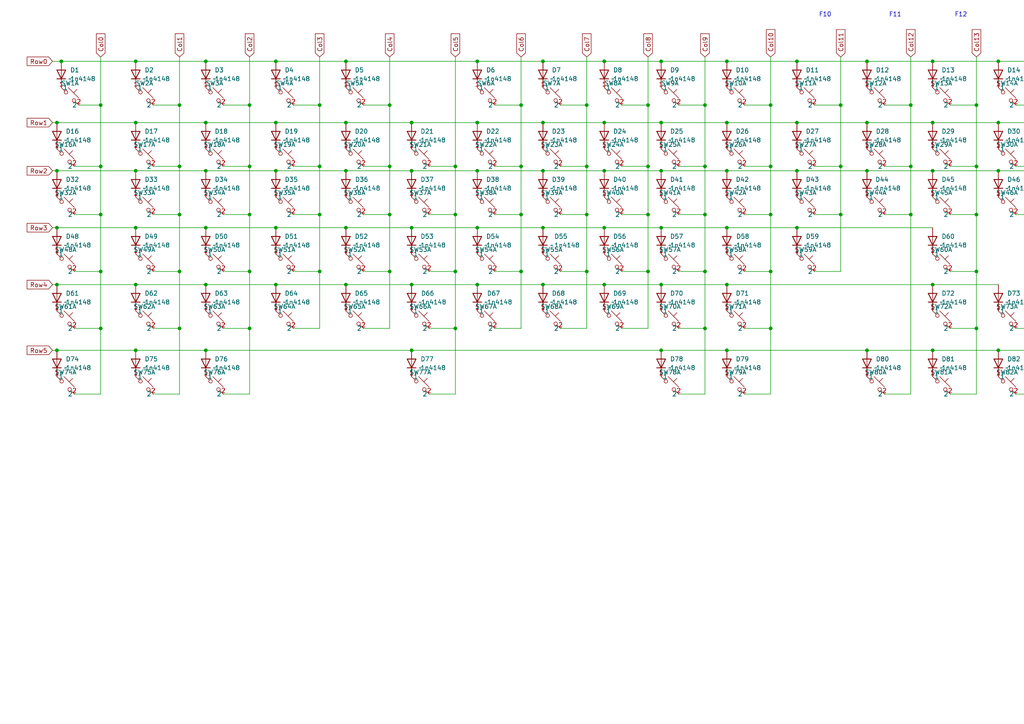
<source format=kicad_sch>
(kicad_sch (version 20231120) (generator "eeschema") (generator_version "8.0")
  (paper "A4")
  (junction (at 273.05 309.88))
  (junction (at 464.82 401.32))
  (junction (at 72.39 62.23))
  (junction (at -11.43 408.94))
  (junction (at 157.48 66.04))
  (junction (at 147.32 265.43))
  (junction (at 261.62 401.32))
  (junction (at -30.48 312.42))
  (junction (at 217.17 401.32))
  (junction (at 210.82 408.94))
  (junction (at 224.79 245.11))
  (junction (at 222.25 309.88))
  (junction (at 445.77 401.32))
  (junction (at 171.45 309.88))
  (junction (at 100.33 35.56))
  (junction (at 344.17 408.94))
  (junction (at 189.23 242.57))
  (junction (at 299.72 265.43))
  (junction (at 0 312.42))
  (junction (at 72.39 95.25))
  (junction (at -5.08 401.32))
  (junction (at 157.48 17.78))
  (junction (at 275.59 359.41))
  (junction (at 151.13 78.74))
  (junction (at 151.13 62.23))
  (junction (at 72.39 30.48))
  (junction (at 283.21 30.48))
  (junction (at 109.22 408.94))
  (junction (at 1.27 401.32))
  (junction (at 452.12 401.32))
  (junction (at 151.13 48.26))
  (junction (at 80.01 35.56))
  (junction (at 16.51 82.55))
  (junction (at 142.24 290.83))
  (junction (at 242.57 408.94))
  (junction (at 293.37 408.94))
  (junction (at 270.51 82.55))
  (junction (at 199.39 245.11))
  (junction (at 388.62 401.32))
  (junction (at -3.81 359.41))
  (junction (at 439.42 401.32))
  (junction (at 153.67 219.71))
  (junction (at 217.17 408.94))
  (junction (at 280.67 219.71))
  (junction (at 223.52 30.48))
  (junction (at 433.07 408.94))
  (junction (at 223.52 78.74))
  (junction (at 264.16 30.48))
  (junction (at 157.48 82.55))
  (junction (at 16.51 101.6))
  (junction (at 420.37 401.32))
  (junction (at -30.48 401.32))
  (junction (at -24.13 408.94))
  (junction (at 270.51 49.53))
  (junction (at 26.67 334.01))
  (junction (at 243.84 290.83))
  (junction (at 243.84 48.26))
  (junction (at 414.02 401.32))
  (junction (at 15.24 290.83))
  (junction (at 426.72 401.32))
  (junction (at 153.67 408.94))
  (junction (at 121.92 265.43))
  (junction (at 320.04 290.83))
  (junction (at 331.47 408.94))
  (junction (at 193.04 290.83))
  (junction (at 251.46 17.78))
  (junction (at 337.82 401.32))
  (junction (at 128.27 334.01))
  (junction (at 275.59 245.11))
  (junction (at 363.22 408.94))
  (junction (at 113.03 62.23))
  (junction (at 100.33 66.04))
  (junction (at 250.19 245.11))
  (junction (at 13.97 401.32))
  (junction (at 62.23 242.57))
  (junction (at 223.52 95.25))
  (junction (at 289.56 35.56))
  (junction (at 72.39 78.74))
  (junction (at 382.27 401.32))
  (junction (at 128.27 408.94))
  (junction (at 132.08 95.25))
  (junction (at 128.27 219.71))
  (junction (at 184.15 267.97))
  (junction (at 247.65 309.88))
  (junction (at 6.35 267.97))
  (junction (at 274.32 265.43))
  (junction (at 173.99 359.41))
  (junction (at 261.62 408.94))
  (junction (at 97.79 245.11))
  (junction (at 375.92 401.32))
  (junction (at 477.52 408.94))
  (junction (at 248.92 401.32))
  (junction (at 115.57 335.28))
  (junction (at 59.69 66.04))
  (junction (at 191.77 82.55))
  (junction (at 92.71 62.23))
  (junction (at 69.85 309.88))
  (junction (at 217.17 335.28))
  (junction (at 401.32 408.94))
  (junction (at 55.88 287.02))
  (junction (at 231.14 49.53))
  (junction (at 243.84 62.23))
  (junction (at 132.08 78.74))
  (junction (at 204.47 78.74))
  (junction (at 138.43 82.55))
  (junction (at 320.04 48.26))
  (junction (at 30.48 287.02))
  (junction (at 198.12 265.43))
  (junction (at 199.39 359.41))
  (junction (at 306.07 408.94))
  (junction (at 44.45 309.88))
  (junction (at 234.95 267.97))
  (junction (at 298.45 309.88))
  (junction (at 382.27 408.94))
  (junction (at 100.33 17.78))
  (junction (at 57.15 267.97))
  (junction (at 166.37 408.94))
  (junction (at 29.21 48.26))
  (junction (at 318.77 401.32))
  (junction (at 29.21 30.48))
  (junction (at 210.82 49.53))
  (junction (at 166.37 335.28))
  (junction (at 80.01 49.53))
  (junction (at 407.67 401.32))
  (junction (at 39.37 82.55))
  (junction (at 267.97 408.94))
  (junction (at 102.87 408.94))
  (junction (at 187.96 48.26))
  (junction (at 7.62 401.32))
  (junction (at 210.82 101.6))
  (junction (at 279.4 312.42))
  (junction (at 320.04 62.23))
  (junction (at 153.67 334.01))
  (junction (at 119.38 82.55))
  (junction (at 302.26 48.26))
  (junction (at -30.48 267.97))
  (junction (at 120.65 309.88))
  (junction (at 167.64 290.83))
  (junction (at 39.37 35.56))
  (junction (at 204.47 48.26))
  (junction (at 242.57 335.28))
  (junction (at 166.37 401.32))
  (junction (at 116.84 290.83))
  (junction (at 420.37 408.94))
  (junction (at 36.83 242.57))
  (junction (at 331.47 219.71))
  (junction (at 121.92 408.94))
  (junction (at 101.6 312.42))
  (junction (at 251.46 35.56))
  (junction (at 39.37 401.32))
  (junction (at 92.71 78.74))
  (junction (at 231.14 35.56))
  (junction (at 356.87 401.32))
  (junction (at 102.87 334.01))
  (junction (at 191.77 49.53))
  (junction (at 138.43 242.57))
  (junction (at 270.51 17.78))
  (junction (at 270.51 101.6))
  (junction (at 320.04 30.48))
  (junction (at 224.79 359.41))
  (junction (at 97.79 359.41))
  (junction (at 179.07 219.71))
  (junction (at 204.47 334.01))
  (junction (at 1.27 408.94))
  (junction (at 17.78 17.78))
  (junction (at 72.39 359.41))
  (junction (at 293.37 335.28))
  (junction (at 140.97 401.32))
  (junction (at 95.25 309.88))
  (junction (at 255.27 334.01))
  (junction (at 113.03 30.48))
  (junction (at 210.82 35.56))
  (junction (at 191.77 401.32))
  (junction (at 96.52 408.94))
  (junction (at 128.27 401.32))
  (junction (at 283.21 48.26))
  (junction (at 11.43 242.57))
  (junction (at 337.82 408.94))
  (junction (at 100.33 82.55))
  (junction (at 59.69 17.78))
  (junction (at 204.47 95.25))
  (junction (at 471.17 408.94))
  (junction (at 350.52 408.94))
  (junction (at 58.42 401.32))
  (junction (at 204.47 219.71))
  (junction (at 172.72 401.32))
  (junction (at 204.47 408.94))
  (junction (at 107.95 267.97))
  (junction (at 52.07 401.32))
  (junction (at 7.62 408.94))
  (junction (at 92.71 30.48))
  (junction (at 83.82 401.32))
  (junction (at 264.16 62.23))
  (junction (at 113.03 78.74))
  (junction (at 311.15 267.97))
  (junction (at 223.52 401.32))
  (junction (at 309.88 287.02))
  (junction (at 280.67 334.01))
  (junction (at 91.44 290.83))
  (junction (at 81.28 287.02))
  (junction (at 229.87 408.94))
  (junction (at 229.87 219.71))
  (junction (at 71.12 401.32))
  (junction (at 52.07 334.01))
  (junction (at 304.8 312.42))
  (junction (at 289.56 49.53))
  (junction (at 45.72 401.32))
  (junction (at 158.75 267.97))
  (junction (at 102.87 401.32))
  (junction (at 170.18 48.26))
  (junction (at 25.4 312.42))
  (junction (at 39.37 335.28))
  (junction (at 248.92 265.43))
  (junction (at 82.55 267.97))
  (junction (at 177.8 312.42))
  (junction (at 175.26 66.04))
  (junction (at 170.18 30.48))
  (junction (at 46.99 245.11))
  (junction (at 113.03 242.57))
  (junction (at 46.99 359.41))
  (junction (at 148.59 359.41))
  (junction (at 33.02 408.94))
  (junction (at 251.46 101.6))
  (junction (at 80.01 82.55))
  (junction (at 160.02 408.94))
  (junction (at -17.78 408.94))
  (junction (at 287.02 401.32))
  (junction (at 208.28 287.02))
  (junction (at 325.12 265.43))
  (junction (at 210.82 17.78))
  (junction (at 30.48 265.43))
  (junction (at 59.69 101.6))
  (junction (at 138.43 17.78))
  (junction (at 369.57 401.32))
  (junction (at 52.07 219.71))
  (junction (at 134.62 408.94))
  (junction (at 306.07 401.32))
  (junction (at 283.21 95.25))
  (junction (at 289.56 17.78))
  (junction (at 306.07 219.71))
  (junction (at 300.99 245.11))
  (junction (at 179.07 401.32))
  (junction (at -30.48 335.28))
  (junction (at 243.84 30.48))
  (junction (at 274.32 401.32))
  (junction (at 233.68 287.02))
  (junction (at 170.18 62.23))
  (junction (at 102.87 219.71))
  (junction (at 394.97 408.94))
  (junction (at 77.47 401.32))
  (junction (at 138.43 66.04))
  (junction (at 231.14 17.78))
  (junction (at 100.33 49.53))
  (junction (at 394.97 401.32))
  (junction (at 92.71 48.26))
  (junction (at 290.83 242.57))
  (junction (at 163.83 242.57))
  (junction (at 77.47 408.94))
  (junction (at 90.17 335.28))
  (junction (at 173.99 245.11))
  (junction (at 259.08 287.02))
  (junction (at 210.82 401.32))
  (junction (at 119.38 49.53))
  (junction (at 283.21 62.23))
  (junction (at -30.48 408.94))
  (junction (at 13.97 335.28))
  (junction (at 312.42 401.32))
  (junction (at 318.77 408.94))
  (junction (at 280.67 401.32))
  (junction (at 132.08 62.23))
  (junction (at 248.92 408.94))
  (junction (at 52.07 78.74))
  (junction (at 39.37 66.04))
  (junction (at 264.16 48.26))
  (junction (at 20.32 408.94))
  (junction (at 270.51 35.56))
  (junction (at 45.72 408.94))
  (junction (at 16.51 35.56))
  (junction (at 20.32 265.43))
  (junction (at 452.12 408.94))
  (junction (at 182.88 287.02))
  (junction (at 140.97 408.94))
  (junction (at 464.82 408.94))
  (junction (at 134.62 401.32))
  (junction (at 16.51 49.53))
  (junction (at 77.47 219.71))
  (junction (at 477.52 401.32))
  (junction (at 356.87 408.94))
  (junction (at 52.07 408.94))
  (junction (at 153.67 401.32))
  (junction (at 30.48 309.88))
  (junction (at 113.03 48.26))
  (junction (at 172.72 265.43))
  (junction (at -24.13 401.32))
  (junction (at 223.52 48.26))
  (junction (at 191.77 17.78))
  (junction (at 52.07 30.48))
  (junction (at 123.19 359.41))
  (junction (at 280.67 408.94))
  (junction (at 26.67 401.32))
  (junction (at 127 312.42))
  (junction (at 33.02 401.32))
  (junction (at 240.03 242.57))
  (junction (at 439.42 408.94))
  (junction (at 326.39 245.11))
  (junction (at 204.47 30.48))
  (junction (at 121.92 401.32))
  (junction (at 191.77 101.6))
  (junction (at 140.97 335.28))
  (junction (at 445.77 408.94))
  (junction (at 287.02 408.94))
  (junction (at 294.64 290.83))
  (junction (at 175.26 49.53))
  (junction (at 458.47 401.32))
  (junction (at 172.72 408.94))
  (junction (at 30.48 334.01))
  (junction (at 13.97 408.94))
  (junction (at 147.32 408.94))
  (junction (at 138.43 35.56))
  (junction (at 71.12 265.43))
  (junction (at 228.6 312.42))
  (junction (at -5.08 408.94))
  (junction (at 210.82 66.04))
  (junction (at 483.87 401.32))
  (junction (at 187.96 78.74))
  (junction (at 251.46 49.53))
  (junction (at 231.14 66.04))
  (junction (at -30.48 290.83))
  (junction (at 236.22 401.32))
  (junction (at 302.26 30.48))
  (junction (at 21.59 359.41))
  (junction (at 267.97 335.28))
  (junction (at 203.2 312.42))
  (junction (at 269.24 290.83))
  (junction (at 293.37 401.32))
  (junction (at 157.48 35.56))
  (junction (at 187.96 62.23))
  (junction (at 302.26 62.23))
  (junction (at 191.77 408.94))
  (junction (at 29.21 95.25))
  (junction (at 132.08 287.02))
  (junction (at 369.57 408.94))
  (junction (at 157.48 287.02))
  (junction (at 80.01 17.78))
  (junction (at 363.22 401.32))
  (junction (at 198.12 408.94))
  (junction (at 96.52 401.32))
  (junction (at 151.13 30.48))
  (junction (at 187.96 30.48))
  (junction (at 302.26 95.25))
  (junction (at 433.07 401.32))
  (junction (at 242.57 401.32))
  (junction (at 204.47 62.23))
  (junction (at 285.75 267.97))
  (junction (at 20.32 401.32))
  (junction (at 20.32 242.57))
  (junction (at 160.02 401.32))
  (junction (at 39.37 49.53))
  (junction (at 90.17 408.94))
  (junction (at 283.21 78.74))
  (junction (at 59.69 35.56))
  (junction (at 109.22 401.32))
  (junction (at 26.67 219.71))
  (junction (at 64.77 408.94))
  (junction (at 96.52 265.43))
  (junction (at 87.63 242.57))
  (junction (at -8.89 219.71))
  (junction (at 179.07 408.94))
  (junction (at 21.59 245.11))
  (junction (at 29.21 78.74))
  (junction (at -30.48 359.41))
  (junction (at 71.12 408.94))
  (junction (at 52.07 95.25))
  (junction (at 39.37 17.78))
  (junction (at 331.47 401.32))
  (junction (at 214.63 242.57))
  (junction (at 115.57 401.32))
  (junction (at 115.57 408.94))
  (junction (at 152.4 312.42))
  (junction (at 119.38 66.04))
  (junction (at 146.05 309.88))
  (junction (at 175.26 17.78))
  (junction (at 267.97 401.32))
  (junction (at 255.27 401.32))
  (junction (at 35.56 309.88))
  (junction (at 31.75 267.97))
  (junction (at 218.44 290.83))
  (junction (at 284.48 287.02))
  (junction (at 83.82 408.94))
  (junction (at 426.72 408.94))
  (junction (at 148.59 245.11))
  (junction (at 50.8 312.42))
  (junction (at 170.18 78.74))
  (junction (at 29.21 62.23))
  (junction (at 191.77 66.04))
  (junction (at 64.77 335.28))
  (junction (at 39.37 408.94))
  (junction (at 375.92 408.94))
  (junction (at 185.42 408.94))
  (junction (at 80.01 66.04))
  (junction (at 138.43 49.53))
  (junction (at 52.07 62.23))
  (junction (at 132.08 48.26))
  (junction (at 35.56 287.02))
  (junction (at 223.52 265.43))
  (junction (at 39.37 101.6))
  (junction (at 66.04 290.83))
  (junction (at 59.69 49.53))
  (junction (at 191.77 35.56))
  (junction (at 483.87 408.94))
  (junction (at 59.69 82.55))
  (junction (at 471.17 401.32))
  (junction (at 196.85 309.88))
  (junction (at 401.32 401.32))
  (junction (at 179.07 334.01))
  (junction (at 147.32 401.32))
  (junction (at 407.67 408.94))
  (junction (at 198.12 401.32))
  (junction (at 229.87 334.01))
  (junction (at 90.17 401.32))
  (junction (at 299.72 408.94))
  (junction (at 58.42 408.94))
  (junction (at 289.56 101.6))
  (junction (at 318.77 335.28))
  (junction (at 175.26 35.56))
  (junction (at 185.42 401.32))
  (junction (at 175.26 82.55))
  (junction (at 236.22 408.94))
  (junction (at 250.19 359.41))
  (junction (at 119.38 101.6))
  (junction (at 223.52 408.94))
  (junction (at 77.47 334.01))
  (junction (at 123.19 245.11))
  (junction (at 133.35 267.97))
  (junction (at 16.51 66.04))
  (junction (at 223.52 62.23))
  (junction (at 344.17 401.32))
  (junction (at 52.07 48.26))
  (junction (at 260.35 267.97))
  (junction (at 209.55 267.97))
  (junction (at 325.12 401.32))
  (junction (at 323.85 309.88))
  (junction (at 210.82 82.55))
  (junction (at 388.62 408.94))
  (junction (at 26.67 408.94))
  (junction (at 106.68 287.02))
  (junction (at 299.72 401.32))
  (junction (at 45.72 265.43))
  (junction (at 72.39 48.26))
  (junction (at 119.38 35.56))
  (junction (at 316.23 242.57))
  (junction (at 414.02 408.94))
  (junction (at 72.39 245.11))
  (junction (at 40.64 290.83))
  (junction (at 458.47 408.94))
  (junction (at 325.12 408.94))
  (junction (at 157.48 49.53))
  (junction (at 312.42 408.94))
  (junction (at 254 312.42))
  (junction (at 191.77 335.28))
  (junction (at 76.2 312.42))
  (junction (at -17.78 401.32))
  (junction (at 255.27 408.94))
  (junction (at 229.87 401.32))
  (junction (at 350.52 401.32))
  (junction (at 255.27 219.71))
  (junction (at -11.43 401.32))
  (junction (at 265.43 242.57))
  (junction (at 274.32 408.94))
  (junction (at 64.77 401.32))
  (junction (at 204.47 401.32))
  (wire (pts (xy 138.43 17.78) (xy 157.48 17.78)))
  (wire (pts (xy 138.43 49.53) (xy 157.48 49.53)))
  (wire (pts (xy 275.59 359.41) (xy 250.19 359.41)))
  (wire (pts (xy 102.87 401.32) (xy 109.22 401.32)))
  (wire (pts (xy 259.08 287.02) (xy 284.48 287.02)))
  (wire (pts (xy 248.92 408.94) (xy 255.27 408.94)))
  (wire (pts (xy -8.89 219.71) (xy -8.89 242.57)))
  (wire (pts (xy 187.96 78.74) (xy 187.96 95.25)))
  (wire (pts (xy 196.85 78.74) (xy 204.47 78.74)))
  (wire (pts (xy 191.77 408.94) (xy 198.12 408.94)))
  (wire (pts (xy 33.02 408.94) (xy 39.37 408.94)))
  (wire (pts (xy 71.12 408.94) (xy 77.47 408.94)))
  (wire (pts (xy 313.69 351.79) (xy 318.77 351.79)))
  (wire (pts (xy 215.9 78.74) (xy 223.52 78.74)))
  (wire (pts (xy 325.12 265.43) (xy 350.52 265.43)))
  (wire (pts (xy 52.07 334.01) (xy 77.47 334.01)))
  (wire (pts (xy 15.24 49.53) (xy 16.51 49.53)))
  (wire (pts (xy -6.35 246.38) (xy -6.35 260.35)))
  (wire (pts (xy -8.89 219.71) (xy -8.89 214.63)))
  (wire (pts (xy 172.72 401.32) (xy 179.07 401.32)))
  (wire (pts (xy 39.37 101.6) (xy 59.69 101.6)))
  (wire (pts (xy 267.97 408.94) (xy 274.32 408.94)))
  (wire (pts (xy 210.82 66.04) (xy 231.14 66.04)))
  (wire (pts (xy 143.51 48.26) (xy 151.13 48.26)))
  (wire (pts (xy 109.22 401.32) (xy 115.57 401.32)))
  (wire (pts (xy 204.47 78.74) (xy 204.47 95.25)))
  (wire (pts (xy 162.56 48.26) (xy 170.18 48.26)))
  (wire (pts (xy 191.77 49.53) (xy 210.82 49.53)))
  (wire (pts (xy 121.92 408.94) (xy 128.27 408.94)))
  (wire (pts (xy 132.08 95.25) (xy 132.08 114.3)))
  (wire (pts (xy 127 312.42) (xy 101.6 312.42)))
  (wire (pts (xy 105.41 48.26) (xy 113.03 48.26)))
  (wire (pts (xy 87.63 242.57) (xy 62.23 242.57)))
  (wire (pts (xy 58.42 408.94) (xy 64.77 408.94)))
  (wire (pts (xy 119.38 101.6) (xy 191.77 101.6)))
  (wire (pts (xy 69.85 309.88) (xy 95.25 309.88)))
  (wire (pts (xy 191.77 401.32) (xy 198.12 401.32)))
  (wire (pts (xy 157.48 49.53) (xy 175.26 49.53)))
  (wire (pts (xy -11.43 401.32) (xy -5.08 401.32)))
  (wire (pts (xy 342.9 311.15) (xy 1.27 311.15)))
  (wire (pts (xy 433.07 408.94) (xy 439.42 408.94)))
  (wire (pts (xy 289.56 35.56) (xy 307.34 35.56)))
  (wire (pts (xy 132.08 16.51) (xy 132.08 48.26)))
  (wire (pts (xy 280.67 334.01) (xy 306.07 334.01)))
  (wire (pts (xy 21.59 78.74) (xy 29.21 78.74)))
  (wire (pts (xy 16.51 49.53) (xy 39.37 49.53)))
  (wire (pts (xy 364.49 237.49) (xy 364.49 246.38)))
  (wire (pts (xy 326.39 245.11) (xy 300.99 245.11)))
  (wire (pts (xy 203.2 312.42) (xy 177.8 312.42)))
  (wire (pts (xy 59.69 35.56) (xy 80.01 35.56)))
  (wire (pts (xy -34.29 408.94) (xy -30.48 408.94)))
  (wire (pts (xy 233.68 287.02) (xy 259.08 287.02)))
  (wire (pts (xy 261.62 401.32) (xy 267.97 401.32)))
  (wire (pts (xy 275.59 62.23) (xy 283.21 62.23)))
  (wire (pts (xy 85.09 62.23) (xy 92.71 62.23)))
  (wire (pts (xy 204.47 408.94) (xy 210.82 408.94)))
  (wire (pts (xy 267.97 335.28) (xy 242.57 335.28)))
  (wire (pts (xy 287.02 408.94) (xy 293.37 408.94)))
  (wire (pts (xy 153.67 219.71) (xy 179.07 219.71)))
  (wire (pts (xy 196.85 95.25) (xy 204.47 95.25)))
  (wire (pts (xy 236.22 48.26) (xy 243.84 48.26)))
  (wire (pts (xy 57.15 267.97) (xy 31.75 267.97)))
  (wire (pts (xy 58.42 401.32) (xy 64.77 401.32)))
  (wire (pts (xy 204.47 219.71) (xy 229.87 219.71)))
  (wire (pts (xy 21.59 62.23) (xy 29.21 62.23)))
  (wire (pts (xy 39.37 335.28) (xy 13.97 335.28)))
  (wire (pts (xy 72.39 62.23) (xy 72.39 78.74)))
  (wire (pts (xy 193.04 290.83) (xy 167.64 290.83)))
  (wire (pts (xy 133.35 267.97) (xy 107.95 267.97)))
  (wire (pts (xy 175.26 66.04) (xy 191.77 66.04)))
  (wire (pts (xy 72.39 359.41) (xy 46.99 359.41)))
  (wire (pts (xy 223.52 78.74) (xy 223.52 95.25)))
  (wire (pts (xy 80.01 49.53) (xy 100.33 49.53)))
  (wire (pts (xy 198.12 401.32) (xy 204.47 401.32)))
  (wire (pts (xy 52.07 16.51) (xy 52.07 30.48)))
  (wire (pts (xy 265.43 242.57) (xy 240.03 242.57)))
  (wire (pts (xy 471.17 401.32) (xy 477.52 401.32)))
  (wire (pts (xy 264.16 48.26) (xy 264.16 62.23)))
  (wire (pts (xy 349.25 260.35) (xy 349.25 266.7)))
  (wire (pts (xy 105.41 95.25) (xy 113.03 95.25)))
  (wire (pts (xy 420.37 408.94) (xy 426.72 408.94)))
  (wire (pts (xy 113.03 78.74) (xy 113.03 95.25)))
  (wire (pts (xy 25.4 312.42) (xy 0 312.42)))
  (wire (pts (xy 29.21 48.26) (xy 29.21 62.23)))
  (wire (pts (xy 153.67 408.94) (xy 160.02 408.94)))
  (wire (pts (xy 109.22 408.94) (xy 115.57 408.94)))
  (wire (pts (xy 180.34 62.23) (xy 187.96 62.23)))
  (wire (pts (xy 209.55 267.97) (xy 184.15 267.97)))
  (wire (pts (xy 477.52 401.32) (xy 483.87 401.32)))
  (wire (pts (xy 31.75 267.97) (xy 6.35 267.97)))
  (wire (pts (xy 331.47 401.32) (xy 337.82 401.32)))
  (wire (pts (xy 85.09 78.74) (xy 92.71 78.74)))
  (wire (pts (xy 302.26 95.25) (xy 302.26 114.3)))
  (wire (pts (xy 105.41 30.48) (xy 113.03 30.48)))
  (wire (pts (xy 166.37 408.94) (xy 172.72 408.94)))
  (wire (pts (xy 115.57 401.32) (xy 121.92 401.32)))
  (wire (pts (xy 81.28 287.02) (xy 106.68 287.02)))
  (wire (pts (xy 15.24 17.78) (xy 17.78 17.78)))
  (wire (pts (xy 283.21 30.48) (xy 283.21 48.26)))
  (wire (pts (xy 179.07 219.71) (xy 204.47 219.71)))
  (wire (pts (xy 445.77 401.32) (xy 452.12 401.32)))
  (wire (pts (xy 196.85 30.48) (xy 204.47 30.48)))
  (wire (pts (xy 19.05 309.88) (xy 30.48 309.88)))
  (wire (pts (xy 20.32 265.43) (xy 30.48 265.43)))
  (wire (pts (xy 52.07 62.23) (xy 52.07 78.74)))
  (wire (pts (xy 283.21 62.23) (xy 283.21 78.74)))
  (wire (pts (xy 151.13 62.23) (xy 151.13 78.74)))
  (wire (pts (xy 231.14 49.53) (xy 251.46 49.53)))
  (wire (pts (xy 300.99 245.11) (xy 275.59 245.11)))
  (wire (pts (xy 153.67 401.32) (xy 160.02 401.32)))
  (wire (pts (xy 464.82 408.94) (xy 471.17 408.94)))
  (wire (pts (xy 157.48 17.78) (xy 175.26 17.78)))
  (wire (pts (xy 180.34 95.25) (xy 187.96 95.25)))
  (wire (pts (xy 255.27 334.01) (xy 280.67 334.01)))
  (wire (pts (xy 349.25 266.7) (xy 2.54 266.7)))
  (wire (pts (xy 85.09 48.26) (xy 92.71 48.26)))
  (wire (pts (xy 289.56 49.53) (xy 307.34 49.53)))
  (wire (pts (xy -11.43 408.94) (xy -5.08 408.94)))
  (wire (pts (xy 217.17 335.28) (xy 191.77 335.28)))
  (wire (pts (xy 90.17 408.94) (xy 96.52 408.94)))
  (wire (pts (xy 345.44 290.83) (xy 320.04 290.83)))
  (wire (pts (xy 97.79 359.41) (xy 72.39 359.41)))
  (wire (pts (xy 2.54 266.7) (xy 2.54 283.21)))
  (wire (pts (xy 179.07 408.94) (xy 185.42 408.94)))
  (wire (pts (xy 119.38 82.55) (xy 138.43 82.55)))
  (wire (pts (xy 157.48 35.56) (xy 175.26 35.56)))
  (wire (pts (xy 29.21 62.23) (xy 29.21 78.74)))
  (wire (pts (xy 7.62 401.32) (xy 13.97 401.32)))
  (wire (pts (xy 270.51 101.6) (xy 289.56 101.6)))
  (wire (pts (xy 39.37 66.04) (xy 59.69 66.04)))
  (wire (pts (xy 251.46 101.6) (xy 270.51 101.6)))
  (wire (pts (xy 160.02 408.94) (xy 166.37 408.94)))
  (wire (pts (xy 85.09 30.48) (xy 92.71 30.48)))
  (wire (pts (xy 76.2 312.42) (xy 50.8 312.42)))
  (wire (pts (xy 1.27 408.94) (xy 7.62 408.94)))
  (wire (pts (xy 90.17 335.28) (xy 64.77 335.28)))
  (wire (pts (xy 300.99 359.41) (xy 275.59 359.41)))
  (wire (pts (xy 44.45 62.23) (xy 52.07 62.23)))
  (wire (pts (xy 274.32 265.43) (xy 299.72 265.43)))
  (wire (pts (xy 182.88 287.02) (xy 208.28 287.02)))
  (wire (pts (xy 236.22 401.32) (xy 242.57 401.32)))
  (wire (pts (xy 222.25 309.88) (xy 247.65 309.88)))
  (wire (pts (xy 223.52 48.26) (xy 223.52 62.23)))
  (wire (pts (xy 77.47 408.94) (xy 83.82 408.94)))
  (wire (pts (xy 228.6 312.42) (xy 203.2 312.42)))
  (wire (pts (xy 185.42 408.94) (xy 191.77 408.94)))
  (wire (pts (xy 72.39 95.25) (xy 72.39 114.3)))
  (wire (pts (xy 15.24 66.04) (xy 16.51 66.04)))
  (wire (pts (xy 21.59 48.26) (xy 29.21 48.26)))
  (wire (pts (xy 185.42 401.32) (xy 191.77 401.32)))
  (wire (pts (xy 100.33 82.55) (xy 119.38 82.55)))
  (wire (pts (xy 316.23 242.57) (xy 290.83 242.57)))
  (wire (pts (xy 64.77 401.32) (xy 71.12 401.32)))
  (wire (pts (xy 299.72 265.43) (xy 325.12 265.43)))
  (wire (pts (xy 302.26 30.48) (xy 302.26 48.26)))
  (wire (pts (xy 13.97 401.32) (xy 20.32 401.32)))
  (wire (pts (xy 162.56 62.23) (xy 170.18 62.23)))
  (wire (pts (xy 113.03 30.48) (xy 113.03 48.26)))
  (wire (pts (xy 1.27 401.32) (xy 7.62 401.32)))
  (wire (pts (xy -17.78 408.94) (xy -11.43 408.94)))
  (wire (pts (xy 121.92 401.32) (xy 128.27 401.32)))
  (wire (pts (xy 191.77 335.28) (xy 166.37 335.28)))
  (wire (pts (xy 198.12 408.94) (xy 204.47 408.94)))
  (wire (pts (xy 248.92 401.32) (xy 255.27 401.32)))
  (wire (pts (xy 26.67 401.32) (xy 33.02 401.32)))
  (wire (pts (xy 242.57 401.32) (xy 248.92 401.32)))
  (wire (pts (xy 312.42 48.26) (xy 320.04 48.26)))
  (wire (pts (xy 375.92 408.94) (xy 382.27 408.94)))
  (wire (pts (xy 152.4 312.42) (xy 127 312.42)))
  (wire (pts (xy 275.59 245.11) (xy 250.19 245.11)))
  (wire (pts (xy 45.72 401.32) (xy 52.07 401.32)))
  (wire (pts (xy 236.22 62.23) (xy 243.84 62.23)))
  (wire (pts (xy 177.8 312.42) (xy 152.4 312.42)))
  (wire (pts (xy 223.52 408.94) (xy 229.87 408.94)))
  (wire (pts (xy 318.77 408.94) (xy 325.12 408.94)))
  (wire (pts (xy 356.87 332.74) (xy 356.87 327.66)))
  (wire (pts (xy 7.62 408.94) (xy 13.97 408.94)))
  (wire (pts (xy 256.54 114.3) (xy 264.16 114.3)))
  (wire (pts (xy 196.85 114.3) (xy 204.47 114.3)))
  (wire (pts (xy 107.95 267.97) (xy 82.55 267.97)))
  (wire (pts (xy 189.23 242.57) (xy 163.83 242.57)))
  (wire (pts (xy 11.43 242.57) (xy 20.32 242.57)))
  (wire (pts (xy 210.82 35.56) (xy 231.14 35.56)))
  (wire (pts (xy -12.7 289.56) (xy 358.14 289.56)))
  (wire (pts (xy 105.41 62.23) (xy 113.03 62.23)))
  (wire (pts (xy 92.71 48.26) (xy 92.71 62.23)))
  (wire (pts (xy 306.07 219.71) (xy 331.47 219.71)))
  (wire (pts (xy 215.9 30.48) (xy 223.52 30.48)))
  (wire (pts (xy 223.52 16.51) (xy 223.52 30.48)))
  (wire (pts (xy 26.67 408.94) (xy 33.02 408.94)))
  (wire (pts (xy 289.56 101.6) (xy 307.34 101.6)))
  (wire (pts (xy 243.84 30.48) (xy 243.84 48.26)))
  (wire (pts (xy 294.64 114.3) (xy 302.26 114.3)))
  (wire (pts (xy 215.9 95.25) (xy 223.52 95.25)))
  (wire (pts (xy 101.6 312.42) (xy 76.2 312.42)))
  (wire (pts (xy 364.49 246.38) (xy -6.35 246.38)))
  (wire (pts (xy 102.87 219.71) (xy 128.27 219.71)))
  (wire (pts (xy 29.21 95.25) (xy 29.21 114.3)))
  (wire (pts (xy 256.54 30.48) (xy 264.16 30.48)))
  (wire (pts (xy 124.46 114.3) (xy 132.08 114.3)))
  (wire (pts (xy 59.69 101.6) (xy 119.38 101.6)))
  (wire (pts (xy 275.59 78.74) (xy 283.21 78.74)))
  (wire (pts (xy 312.42 30.48) (xy 320.04 30.48)))
  (wire (pts (xy 45.72 265.43) (xy 71.12 265.43)))
  (wire (pts (xy 302.26 16.51) (xy 302.26 30.48)))
  (wire (pts (xy 72.39 48.26) (xy 72.39 62.23)))
  (wire (pts (xy 1.27 311.15) (xy 1.27 327.66)))
  (wire (pts (xy 217.17 401.32) (xy 223.52 401.32)))
  (wire (pts (xy 80.01 35.56) (xy 100.33 35.56)))
  (wire (pts (xy 191.77 66.04) (xy 210.82 66.04)))
  (wire (pts (xy 92.71 30.48) (xy 92.71 48.26)))
  (wire (pts (xy 231.14 66.04) (xy 270.51 66.04)))
  (wire (pts (xy 15.24 101.6) (xy 16.51 101.6)))
  (wire (pts (xy 210.82 401.32) (xy 217.17 401.32)))
  (wire (pts (xy 344.17 401.32) (xy 350.52 401.32)))
  (wire (pts (xy 20.32 242.57) (xy 36.83 242.57)))
  (wire (pts (xy 420.37 401.32) (xy 426.72 401.32)))
  (wire (pts (xy 96.52 408.94) (xy 102.87 408.94)))
  (wire (pts (xy 113.03 242.57) (xy 87.63 242.57)))
  (wire (pts (xy 115.57 408.94) (xy 121.92 408.94)))
  (wire (pts (xy 320.04 48.26) (xy 320.04 62.23)))
  (wire (pts (xy 100.33 17.78) (xy 138.43 17.78)))
  (wire (pts (xy 59.69 49.53) (xy 80.01 49.53)))
  (wire (pts (xy 236.22 408.94) (xy 242.57 408.94)))
  (wire (pts (xy 223.52 62.23) (xy 223.52 78.74)))
  (wire (pts (xy 351.79 245.11) (xy 326.39 245.11)))
  (wire (pts (xy 171.45 309.88) (xy 196.85 309.88)))
  (wire (pts (xy 80.01 66.04) (xy 100.33 66.04)))
  (wire (pts (xy 15.24 35.56) (xy 16.51 35.56)))
  (wire (pts (xy 64.77 48.26) (xy 72.39 48.26)))
  (wire (pts (xy 204.47 334.01) (xy 229.87 334.01)))
  (wire (pts (xy 250.19 359.41) (xy 224.79 359.41)))
  (wire (pts (xy 128.27 334.01) (xy 153.67 334.01)))
  (wire (pts (xy 236.22 30.48) (xy 243.84 30.48)))
  (wire (pts (xy 180.34 78.74) (xy 187.96 78.74)))
  (wire (pts (xy 151.13 78.74) (xy 151.13 95.25)))
  (wire (pts (xy 267.97 401.32) (xy 274.32 401.32)))
  (wire (pts (xy 426.72 408.94) (xy 433.07 408.94)))
  (wire (pts (xy 39.37 401.32) (xy 45.72 401.32)))
  (wire (pts (xy 274.32 401.32) (xy 280.67 401.32)))
  (wire (pts (xy 55.88 287.02) (xy 81.28 287.02)))
  (wire (pts (xy -34.29 401.32) (xy -30.48 401.32)))
  (wire (pts (xy 204.47 401.32) (xy 210.82 401.32)))
  (wire (pts (xy 128.27 408.94) (xy 134.62 408.94)))
  (wire (pts (xy 138.43 35.56) (xy 157.48 35.56)))
  (wire (pts (xy 30.48 309.88) (xy 30.48 334.01)))
  (wire (pts (xy 44.45 114.3) (xy 52.07 114.3)))
  (wire (pts (xy 394.97 401.32) (xy 401.32 401.32)))
  (wire (pts (xy 44.45 48.26) (xy 52.07 48.26)))
  (wire (pts (xy 251.46 49.53) (xy 270.51 49.53)))
  (wire (pts (xy 143.51 62.23) (xy 151.13 62.23)))
  (wire (pts (xy 191.77 101.6) (xy 210.82 101.6)))
  (wire (pts (xy 309.88 287.02) (xy 335.28 287.02)))
  (wire (pts (xy 320.04 62.23) (xy 320.04 114.3)))
  (wire (pts (xy 123.19 245.11) (xy 97.79 245.11)))
  (wire (pts (xy 273.05 309.88) (xy 298.45 309.88)))
  (wire (pts (xy 179.07 401.32) (xy 185.42 401.32)))
  (wire (pts (xy 236.22 78.74) (xy 243.84 78.74)))
  (wire (pts (xy 243.84 48.26) (xy 243.84 62.23)))
  (wire (pts (xy 388.62 401.32) (xy 394.97 401.32)))
  (wire (pts (xy 92.71 62.23) (xy 92.71 78.74)))
  (wire (pts (xy 77.47 401.32) (xy 83.82 401.32)))
  (wire (pts (xy 248.92 265.43) (xy 274.32 265.43)))
  (wire (pts (xy 215.9 114.3) (xy 223.52 114.3)))
  (wire (pts (xy 255.27 408.94) (xy 261.62 408.94)))
  (wire (pts (xy 44.45 30.48) (xy 52.07 30.48)))
  (wire (pts (xy 39.37 17.78) (xy 59.69 17.78)))
  (wire (pts (xy 243.84 290.83) (xy 218.44 290.83)))
  (wire (pts (xy 223.52 265.43) (xy 248.92 265.43)))
  (wire (pts (xy 356.87 408.94) (xy 363.22 408.94)))
  (wire (pts (xy 264.16 16.51) (xy 264.16 30.48)))
  (wire (pts (xy 30.48 287.02) (xy 30.48 265.43)))
  (wire (pts (xy 320.04 290.83) (xy 294.64 290.83)))
  (wire (pts (xy 458.47 401.32) (xy 464.82 401.32)))
  (wire (pts (xy 452.12 401.32) (xy 458.47 401.32)))
  (wire (pts (xy 148.59 245.11) (xy 123.19 245.11)))
  (wire (pts (xy 158.75 267.97) (xy 133.35 267.97)))
  (wire (pts (xy 401.32 401.32) (xy 407.67 401.32)))
  (wire (pts (xy 283.21 78.74) (xy 283.21 95.25)))
  (wire (pts (xy 30.48 287.02) (xy 35.56 287.02)))
  (wire (pts (xy 46.99 359.41) (xy 21.59 359.41)))
  (wire (pts (xy 64.77 408.94) (xy 71.12 408.94)))
  (wire (pts (xy -24.13 401.32) (xy -17.78 401.32)))
  (wire (pts (xy 172.72 408.94) (xy 179.07 408.94)))
  (wire (pts (xy 247.65 309.88) (xy 273.05 309.88)))
  (wire (pts (xy 52.07 219.71) (xy 77.47 219.71)))
  (wire (pts (xy 132.08 78.74) (xy 132.08 95.25)))
  (wire (pts (xy 204.47 62.23) (xy 204.47 78.74)))
  (wire (pts (xy -34.29 401.32) (xy -34.29 396.24)))
  (wire (pts (xy 337.82 401.32) (xy 344.17 401.32)))
  (wire (pts (xy 255.27 219.71) (xy 280.67 219.71)))
  (wire (pts (xy 388.62 408.94) (xy 394.97 408.94)))
  (wire (pts (xy 16.51 101.6) (xy 39.37 101.6)))
  (wire (pts (xy 119.38 35.56) (xy 138.43 35.56)))
  (wire (pts (xy 26.67 334.01) (xy 30.48 334.01)))
  (wire (pts (xy 128.27 401.32) (xy 134.62 401.32)))
  (wire (pts (xy 283.21 95.25) (xy 283.21 114.3)))
  (wire (pts (xy 64.77 78.74) (xy 72.39 78.74)))
  (wire (pts (xy 187.96 30.48) (xy 187.96 48.26)))
  (wire (pts (xy 20.32 408.94) (xy 26.67 408.94)))
  (wire (pts (xy 29.21 16.51) (xy 29.21 30.48)))
  (wire (pts (xy -30.48 359.41) (xy -30.48 374.65)))
  (wire (pts (xy 151.13 30.48) (xy 151.13 48.26)))
  (wire (pts (xy 210.82 101.6) (xy 251.46 101.6)))
  (wire (pts (xy 191.77 82.55) (xy 210.82 82.55)))
  (wire (pts (xy 231.14 35.56) (xy 251.46 35.56)))
  (wire (pts (xy 92.71 16.51) (xy 92.71 30.48)))
  (wire (pts (xy 96.52 401.32) (xy 102.87 401.32)))
  (wire (pts (xy 120.65 309.88) (xy 146.05 309.88)))
  (wire (pts (xy 306.07 408.94) (xy 312.42 408.94)))
  (wire (pts (xy 483.87 401.32) (xy 490.22 401.32)))
  (wire (pts (xy 426.72 401.32) (xy 433.07 401.32)))
  (wire (pts (xy 6.35 267.97) (xy -30.48 267.97)))
  (wire (pts (xy 97.79 245.11) (xy 72.39 245.11)))
  (wire (pts (xy 179.07 334.01) (xy 204.47 334.01)))
  (wire (pts (xy 323.85 309.88) (xy 349.25 309.88)))
  (wire (pts (xy 330.2 312.42) (xy 304.8 312.42)))
  (wire (pts (xy 119.38 66.04) (xy 138.43 66.04)))
  (wire (pts (xy 132.08 62.23) (xy 132.08 78.74)))
  (wire (pts (xy 170.18 62.23) (xy 170.18 78.74)))
  (wire (pts (xy 240.03 242.57) (xy 214.63 242.57)))
  (wire (pts (xy 229.87 401.32) (xy 236.22 401.32)))
  (wire (pts (xy 151.13 16.51) (xy 151.13 30.48)))
  (wire (pts (xy 250.19 245.11) (xy 224.79 245.11)))
  (wire (pts (xy 66.04 290.83) (xy 40.64 290.83)))
  (wire (pts (xy 302.26 48.26) (xy 302.26 62.23)))
  (wire (pts (xy 254 312.42) (xy 228.6 312.42)))
  (wire (pts (xy -16.51 332.74) (xy 356.87 332.74)))
  (wire (pts (xy -30.48 245.11) (xy -30.48 267.97)))
  (wire (pts (xy 148.59 359.41) (xy 123.19 359.41)))
  (wire (pts (xy 13.97 335.28) (xy -30.48 335.28)))
  (wire (pts (xy 204.47 48.26) (xy 204.47 62.23)))
  (wire (pts (xy 64.77 335.28) (xy 39.37 335.28)))
  (wire (pts (xy 256.54 48.26) (xy 264.16 48.26)))
  (wire (pts (xy 29.21 78.74) (xy 29.21 95.25)))
  (wire (pts (xy 83.82 408.94) (xy 90.17 408.94)))
  (wire (pts (xy 26.67 219.71) (xy 52.07 219.71)))
  (wire (pts (xy 44.45 78.74) (xy 52.07 78.74)))
  (wire (pts (xy 210.82 49.53) (xy 231.14 49.53)))
  (wire (pts (xy 143.51 78.74) (xy 151.13 78.74)))
  (wire (pts (xy 13.97 408.94) (xy 20.32 408.94)))
  (wire (pts (xy 196.85 48.26) (xy 204.47 48.26)))
  (wire (pts (xy 218.44 290.83) (xy 193.04 290.83)))
  (wire (pts (xy 59.69 17.78) (xy 80.01 17.78)))
  (wire (pts (xy 124.46 48.26) (xy 132.08 48.26)))
  (wire (pts (xy 15.24 82.55) (xy 16.51 82.55)))
  (wire (pts (xy 90.17 401.32) (xy 96.52 401.32)))
  (wire (pts (xy 458.47 408.94) (xy 464.82 408.94)))
  (wire (pts (xy 11.43 242.57) (xy -8.89 242.57)))
  (wire (pts (xy 290.83 242.57) (xy 265.43 242.57)))
  (wire (pts (xy 215.9 48.26) (xy 223.52 48.26)))
  (wire (pts (xy 331.47 219.71) (xy 356.87 219.71)))
  (wire (pts (xy 16.51 82.55) (xy 39.37 82.55)))
  (wire (pts (xy 298.45 309.88) (xy 323.85 309.88)))
  (wire (pts (xy 382.27 408.94) (xy 388.62 408.94)))
  (wire (pts (xy 132.08 48.26) (xy 132.08 62.23)))
  (wire (pts (xy 204.47 16.51) (xy 204.47 30.48)))
  (wire (pts (xy 287.02 401.32) (xy 293.37 401.32)))
  (wire (pts (xy 274.32 408.94) (xy 280.67 408.94)))
  (wire (pts (xy 289.56 17.78) (xy 307.34 17.78)))
  (wire (pts (xy 21.59 245.11) (xy -30.48 245.11)))
  (wire (pts (xy 243.84 62.23) (xy 243.84 78.74)))
  (wire (pts (xy 22.86 30.48) (xy 29.21 30.48)))
  (wire (pts (xy 140.97 408.94) (xy 147.32 408.94)))
  (wire (pts (xy 151.13 48.26) (xy 151.13 62.23)))
  (wire (pts (xy 356.87 401.32) (xy 363.22 401.32)))
  (wire (pts (xy -16.51 351.79) (xy -16.51 332.74)))
  (wire (pts (xy 21.59 95.25) (xy 29.21 95.25)))
  (wire (pts (xy 77.47 334.01) (xy 102.87 334.01)))
  (wire (pts (xy 72.39 78.74) (xy 72.39 95.25)))
  (wire (pts (xy 350.52 408.94) (xy 356.87 408.94)))
  (wire (pts (xy 293.37 408.94) (xy 299.72 408.94)))
  (wire (pts (xy 175.26 49.53) (xy 191.77 49.53)))
  (wire (pts (xy 30.48 309.88) (xy 35.56 309.88)))
  (wire (pts (xy 312.42 401.32) (xy 318.77 401.32)))
  (wire (pts (xy 100.33 49.53) (xy 119.38 49.53)))
  (wire (pts (xy 215.9 62.23) (xy 223.52 62.23)))
  (wire (pts (xy -5.08 401.32) (xy 1.27 401.32)))
  (wire (pts (xy -12.7 304.8) (xy -12.7 289.56)))
  (wire (pts (xy 17.78 17.78) (xy 39.37 17.78)))
  (wire (pts (xy 172.72 265.43) (xy 198.12 265.43)))
  (wire (pts (xy 162.56 95.25) (xy 170.18 95.25)))
  (wire (pts (xy 217.17 408.94) (xy 223.52 408.94)))
  (wire (pts (xy 21.59 114.3) (xy 29.21 114.3)))
  (wire (pts (xy 82.55 267.97) (xy 57.15 267.97)))
  (wire (pts (xy 210.82 17.78) (xy 231.14 17.78)))
  (wire (pts (xy 433.07 401.32) (xy 439.42 401.32)))
  (wire (pts (xy 231.14 17.78) (xy 251.46 17.78)))
  (wire (pts (xy 294.64 62.23) (xy 302.26 62.23)))
  (wire (pts (xy 21.59 359.41) (xy -3.81 359.41)))
  (wire (pts (xy 52.07 95.25) (xy 52.07 114.3)))
  (wire (pts (xy 325.12 408.94) (xy 331.47 408.94)))
  (wire (pts (xy 173.99 359.41) (xy 148.59 359.41)))
  (wire (pts (xy 407.67 408.94) (xy 414.02 408.94)))
  (wire (pts (xy 312.42 408.94) (xy 318.77 408.94)))
  (wire (pts (xy 124.46 95.25) (xy 132.08 95.25)))
  (wire (pts (xy 243.84 16.51) (xy 243.84 30.48)))
  (wire (pts (xy 199.39 359.41) (xy 173.99 359.41)))
  (wire (pts (xy 260.35 267.97) (xy 234.95 267.97)))
  (wire (pts (xy 331.47 408.94) (xy 337.82 408.94)))
  (wire (pts (xy 414.02 408.94) (xy 420.37 408.94)))
  (wire (pts (xy -30.48 312.42) (xy -30.48 335.28)))
  (wire (pts (xy 39.37 49.53) (xy 59.69 49.53)))
  (wire (pts (xy 140.97 335.28) (xy 115.57 335.28)))
  (wire (pts (xy 407.67 401.32) (xy 414.02 401.32)))
  (wire (pts (xy 30.48 265.43) (xy 45.72 265.43)))
  (wire (pts (xy 187.96 48.26) (xy 187.96 62.23)))
  (wire (pts (xy 102.87 334.01) (xy 128.27 334.01)))
  (wire (pts (xy 59.69 82.55) (xy 80.01 82.55)))
  (wire (pts (xy 128.27 219.71) (xy 153.67 219.71)))
  (wire (pts (xy 170.18 48.26) (xy 170.18 62.23)))
  (wire (pts (xy 124.46 78.74) (xy 132.08 78.74)))
  (wire (pts (xy 275.59 95.25) (xy 283.21 95.25)))
  (wire (pts (xy 325.12 401.32) (xy 331.47 401.32)))
  (wire (pts (xy 147.32 408.94) (xy 153.67 408.94)))
  (wire (pts (xy 312.42 114.3) (xy 320.04 114.3)))
  (wire (pts (xy 312.42 62.23) (xy 320.04 62.23)))
  (wire (pts (xy -30.48 401.32) (xy -24.13 401.32)))
  (wire (pts (xy 299.72 408.94) (xy 306.07 408.94)))
  (wire (pts (xy 29.21 30.48) (xy 29.21 48.26)))
  (wire (pts (xy 318.77 335.28) (xy 293.37 335.28)))
  (wire (pts (xy 71.12 401.32) (xy 77.47 401.32)))
  (wire (pts (xy 160.02 401.32) (xy 166.37 401.32)))
  (wire (pts (xy 294.64 95.25) (xy 302.26 95.25)))
  (wire (pts (xy 85.09 95.25) (xy 92.71 95.25)))
  (wire (pts (xy 121.92 265.43) (xy 147.32 265.43)))
  (wire (pts (xy 483.87 408.94) (xy 490.22 408.94)))
  (wire (pts (xy 229.87 219.71) (xy 255.27 219.71)))
  (wire (pts (xy 64.77 114.3) (xy 72.39 114.3)))
  (wire (pts (xy 40.64 290.83) (xy 15.24 290.83)))
  (wire (pts (xy 166.37 335.28) (xy 140.97 335.28)))
  (wire (pts (xy 320.04 30.48) (xy 320.04 48.26)))
  (wire (pts (xy 280.67 219.71) (xy 306.07 219.71)))
  (wire (pts (xy 280.67 401.32) (xy 287.02 401.32)))
  (wire (pts (xy 106.68 287.02) (xy 132.08 287.02)))
  (wire (pts (xy 64.77 30.48) (xy 72.39 30.48)))
  (wire (pts (xy 270.51 49.53) (xy 289.56 49.53)))
  (wire (pts (xy 1.27 334.01) (xy 26.67 334.01)))
  (wire (pts (xy 210.82 82.55) (xy 270.51 82.55)))
  (wire (pts (xy -24.13 408.94) (xy -17.78 408.94)))
  (wire (pts (xy 214.63 242.57) (xy 189.23 242.57)))
  (wire (pts (xy 52.07 78.74) (xy 52.07 95.25)))
  (wire (pts (xy 382.27 401.32) (xy 388.62 401.32)))
  (wire (pts (xy 64.77 62.23) (xy 72.39 62.23)))
  (wire (pts (xy -3.81 359.41) (xy -30.48 359.41)))
  (wire (pts (xy -8.89 219.71) (xy 26.67 219.71)))
  (wire (pts (xy -30.48 267.97) (xy -30.48 290.83)))
  (wire (pts (xy 256.54 62.23) (xy 264.16 62.23)))
  (wire (pts (xy 96.52 265.43) (xy 121.92 265.43)))
  (wire (pts (xy 80.01 82.55) (xy 100.33 82.55)))
  (wire (pts (xy 72.39 16.51) (xy 72.39 30.48)))
  (wire (pts (xy 153.67 334.01) (xy 179.07 334.01)))
  (wire (pts (xy 299.72 401.32) (xy 306.07 401.32)))
  (wire (pts (xy 204.47 95.25) (xy 204.47 114.3)))
  (wire (pts (xy 269.24 290.83) (xy 243.84 290.83)))
  (wire (pts (xy 91.44 290.83) (xy 66.04 290.83)))
  (wire (pts (xy 242.57 408.94) (xy 248.92 408.94)))
  (wire (pts (xy 20.32 401.32) (xy 26.67 401.32)))
  (wire (pts (xy 46.99 245.11) (xy 21.59 245.11)))
  (wire (pts (xy 173.99 245.11) (xy 148.59 245.11)))
  (wire (pts (xy 294.64 30.48) (xy 302.26 30.48)))
  (wire (pts (xy 210.82 408.94) (xy 217.17 408.94)))
  (wire (pts (xy 35.56 287.02) (xy 35.56 309.88)))
  (wire (pts (xy 35.56 309.88) (xy 44.45 309.88)))
  (wire (pts (xy 304.8 312.42) (xy 279.4 312.42)))
  (wire (pts (xy 270.51 82.55) (xy 289.56 82.55)))
  (wire (pts (xy 92.71 78.74) (xy 92.71 95.25)))
  (wire (pts (xy 280.67 408.94) (xy 287.02 408.94)))
  (wire (pts (xy 251.46 35.56) (xy 270.51 35.56)))
  (wire (pts (xy 229.87 408.94) (xy 236.22 408.94)))
  (wire (pts (xy 0 312.42) (xy -30.48 312.42)))
  (wire (pts (xy 157.48 66.04) (xy 175.26 66.04)))
  (wire (pts (xy 439.42 408.94) (xy 445.77 408.94)))
  (wire (pts (xy 464.82 401.32) (xy 471.17 401.32)))
  (wire (pts (xy 471.17 408.94) (xy 477.52 408.94)))
  (wire (pts (xy 39.37 82.55) (xy 59.69 82.55)))
  (wire (pts (xy -30.48 335.28) (xy -30.48 359.41)))
  (wire (pts (xy 180.34 48.26) (xy 187.96 48.26)))
  (wire (pts (xy 439.42 401.32) (xy 445.77 401.32)))
  (wire (pts (xy 445.77 408.94) (xy 452.12 408.94)))
  (wire (pts (xy 30.48 334.01) (xy 52.07 334.01)))
  (wire (pts (xy 39.37 408.94) (xy 45.72 408.94)))
  (wire (pts (xy 166.37 401.32) (xy 172.72 401.32)))
  (wire (pts (xy 123.19 359.41) (xy 97.79 359.41)))
  (wire (pts (xy 279.4 312.42) (xy 254 312.42)))
  (wire (pts (xy -30.48 290.83) (xy -30.48 312.42)))
  (wire (pts (xy 95.25 309.88) (xy 120.65 309.88)))
  (wire (pts (xy 283.21 16.51) (xy 283.21 30.48)))
  (wire (pts (xy 132.08 287.02) (xy 157.48 287.02)))
  (wire (pts (xy 223.52 95.25) (xy 223.52 114.3)))
  (wire (pts (xy 283.21 48.26) (xy 283.21 62.23)))
  (wire (pts (xy 167.64 290.83) (xy 142.24 290.83)))
  (wire (pts (xy 293.37 401.32) (xy 299.72 401.32)))
  (wire (pts (xy 116.84 290.83) (xy 91.44 290.83)))
  (wire (pts (xy 337.82 408.94) (xy 344.17 408.94)))
  (wire (pts (xy 264.16 62.23) (xy 264.16 114.3)))
  (wire (pts (xy 358.14 289.56) (xy 358.14 283.21)))
  (wire (pts (xy 285.75 267.97) (xy 260.35 267.97)))
  (wire (pts (xy 320.04 16.51) (xy 320.04 30.48)))
  (wire (pts (xy 138.43 242.57) (xy 113.03 242.57)))
  (wire (pts (xy 162.56 78.74) (xy 170.18 78.74)))
  (wire (pts (xy 62.23 242.57) (xy 36.83 242.57)))
  (wire (pts (xy 264.16 30.48) (xy 264.16 48.26)))
  (wire (pts (xy 72.39 30.48) (xy 72.39 48.26)))
  (wire (pts (xy 175.26 82.55) (xy 191.77 82.55)))
  (wire (pts (xy 16.51 66.04) (xy 39.37 66.04)))
  (wire (pts (xy 113.03 48.26) (xy 113.03 62.23)))
  (wire (pts (xy 147.32 265.43) (xy 172.72 265.43)))
  (wire (pts (xy 52.07 401.32) (xy 58.42 401.32)))
  (wire (pts (xy 344.17 408.94) (xy 350.52 408.94)))
  (wire (pts (xy 143.51 30.48) (xy 151.13 30.48)))
  (wire (pts (xy 170.18 16.51) (xy 170.18 30.48)))
  (wire (pts (xy 198.12 265.43) (xy 223.52 265.43)))
  (wire (pts (xy 414.02 401.32) (xy 420.37 401.32)))
  (wire (pts (xy 342.9 304.8) (xy 342.9 311.15)))
  (wire (pts (xy 275.59 30.48) (xy 283.21 30.48)))
  (wire (pts (xy 196.85 62.23) (xy 204.47 62.23)))
  (wire (pts (xy -17.78 401.32) (xy -11.43 401.32)))
  (wire (pts (xy 306.07 401.32) (xy 312.42 401.32)))
  (wire (pts (xy 162.56 30.48) (xy 170.18 30.48)))
  (wire (pts (xy 170.18 78.74) (xy 170.18 95.25)))
  (wire (pts (xy 20.32 265.43) (xy 20.32 242.57)))
  (wire (pts (xy 223.52 401.32) (xy 229.87 401.32)))
  (wire (pts (xy 105.41 78.74) (xy 113.03 78.74)))
  (wire (pts (xy 208.28 287.02) (xy 233.68 287.02)))
  (wire (pts (xy 223.52 30.48) (xy 223.52 48.26)))
  (wire (pts (xy 204.47 30.48) (xy 204.47 48.26)))
  (wire (pts (xy 452.12 408.94) (xy 458.47 408.94)))
  (wire (pts (xy 261.62 408.94) (xy 267.97 408.94)))
  (wire (pts (xy 375.92 401.32) (xy 382.27 401.32)))
  (wire (pts (xy -5.08 408.94) (xy 1.27 408.94)))
  (wire (pts (xy 134.62 408.94) (xy 140.97 408.94)))
  (wire (pts (xy 80.01 17.78) (xy 100.33 17.78)))
  (wire (pts (xy 113.03 16.51) (xy 113.03 30.48)))
  (wire (pts (xy 52.07 408.94) (xy 58.42 408.94)))
  (wire (pts (xy 113.03 62.23) (xy 113.03 78.74)))
  (wire (pts (xy 143.51 95.25) (xy 151.13 95.25)))
  (wire (pts (xy 180.34 30.48) (xy 187.96 30.48)))
  (wire (pts (xy -30.48 408.94) (xy -24.13 408.94)))
  (wire (pts (xy 44.45 95.25) (xy 52.07 95.25)))
  (wire (pts (xy 175.26 35.56) (xy 191.77 35.56)))
  (wire (pts (xy 191.77 17.78) (xy 210.82 17.78)))
  (wire (pts (xy 50.8 312.42) (xy 25.4 312.42)))
  (wire (pts (xy 251.46 17.78) (xy 270.51 17.78)))
  (wire (pts (xy 187.96 62.23) (xy 187.96 78.74)))
  (wire (pts (xy 270.51 35.56) (xy 289.56 35.56)))
  (wire (pts (xy 275.59 48.26) (xy 283.21 48.26)))
  (wire (pts (xy 33.02 401.32) (xy 39.37 401.32)))
  (wire (pts (xy 477.52 408.94) (xy 483.87 408.94)))
  (wire (pts (xy 52.07 30.48) (xy 52.07 48.26)))
  (wire (pts (xy 45.72 408.94) (xy 52.07 408.94)))
  (wire (pts (xy 5.08 287.02) (xy 30.48 287.02)))
  (wire (pts (xy 83.82 401.32) (xy 90.17 401.32)))
  (wire (pts (xy 336.55 267.97) (xy 311.15 267.97)))
  (wire (pts (xy 196.85 309.88) (xy 222.25 309.88)))
  (wire (pts (xy 294.64 290.83) (xy 269.24 290.83)))
  (wire (pts (xy 350.52 401.32) (xy 356.87 401.32)))
  (wire (pts (xy 115.57 335.28) (xy 90.17 335.28)))
  (wire (pts (xy 64.77 95.25) (xy 72.39 95.25)))
  (wire (pts (xy 134.62 401.32) (xy 140.97 401.32)))
  (wire (pts (xy 146.05 309.88) (xy 171.45 309.88)))
  (wire (pts (xy 71.12 265.43) (xy 96.52 265.43)))
  (wire (pts (xy 16.51 35.56) (xy 39.37 35.56)))
  (wire (pts (xy 124.46 62.23) (xy 132.08 62.23)))
  (wire (pts (xy 163.83 242.57) (xy 138.43 242.57)))
  (wire (pts (xy 15.24 290.83) (xy -30.48 290.83)))
  (wire (pts (xy 175.26 17.78) (xy 191.77 17.78)))
  (wire (pts (xy 294.64 48.26) (xy 302.26 48.26)))
  (wire (pts (xy 363.22 401.32) (xy 369.57 401.32)))
  (wire (pts (xy 394.97 408.94) (xy 401.32 408.94)))
  (wire (pts (xy 369.57 401.32) (xy 375.92 401.32)))
  (wire (pts (xy 293.37 335.28) (xy 267.97 335.28)))
  (wire (pts (xy 142.24 290.83) (xy 116.84 290.83)))
  (wire (pts (xy 72.39 245.11) (xy 46.99 245.11)))
  (wire (pts (xy 401.32 408.94) (xy 407.67 408.94)))
  (wire (pts (xy 100.33 66.04) (xy 119.38 66.04)))
  (wire (pts (xy 77.47 219.71) (xy 102.87 219.71)))
  (wire (pts (xy 224.79 359.41) (xy 199.39 359.41)))
  (wire (pts (xy 275.59 114.3) (xy 283.21 114.3)))
  (wire (pts (xy 341.63 242.57) (xy 316.23 242.57)))
  (wire (pts (xy 100.33 35.56) (xy 119.38 35.56)))
  (wire (pts (xy 318.77 401.32) (xy 325.12 401.32)))
  (wire (pts (xy 170.18 30.48) (xy 170.18 48.26)))
  (wire (pts (xy 44.45 309.88) (xy 69.85 309.88)))
  (wire (pts (xy 184.15 267.97) (xy 158.75 267.97)))
  (wire (pts (xy 52.07 48.26) (xy 52.07 62.23)))
  (wire (pts (xy 59.69 66.04) (xy 80.01 66.04)))
  (wire (pts (xy 157.48 82.55) (xy 175.26 82.55)))
  (wire (pts (xy 147.32 401.32) (xy 153.67 401.32)))
  (wire (pts (xy 284.48 287.02) (xy 309.88 287.02)))
  (wire (pts (xy 157.48 287.02) (xy 182.88 287.02)))
  (wire (pts (xy 140.97 401.32) (xy 147.32 401.32)))
  (wire (pts (xy 234.95 267.97) (xy 209.55 267.97)))
  (wire (pts (xy 191.77 35.56) (xy 210.82 35.56)))
  (wire (pts (xy 363.22 408.94) (xy 369.57 408.94)))
  (wire (pts (xy 35.56 287.02) (xy 55.88 287.02)))
  (wire (pts (xy 119.38 49.53) (xy 138.43 49.53)))
  (wire (pts (xy 102.87 408.94) (xy 109.22 408.94)))
  (wire (pts (xy 270.51 17.78) (xy 289.56 17.78)))
  (wire (pts (xy 224.79 245.11) (xy 199.39 245.11)))
  (wire (pts (xy 242.57 335.28) (xy 217.17 335.28)))
  (wire (pts (xy 302.26 62.23) (xy 302.26 95.25)))
  (wire (pts (xy 187.96 16.51) (xy 187.96 30.48)))
  (wire (pts (xy 229.87 334.01) (xy 255.27 334.01)))
  (wire (pts (xy 199.39 245.11) (xy 173.99 245.11)))
  (wire (pts (xy 39.37 35.56) (xy 59.69 35.56)))
  (wire (pts (xy 138.43 82.55) (xy 157.48 82.55)))
  (wire (pts (xy 138.43 66.04) (xy 157.48 66.04)))
  (wire (pts (xy 318.77 335.28) (xy 344.17 335.28)))
  (wire (pts (xy 255.27 401.32) (xy 261.62 401.32)))
  (wire (pts (xy 311.15 267.97) (xy 285.75 267.97)))
  (wire (pts (xy 369.57 408.94) (xy 375.92 408.94)))
  (text "F10" (at 237.49 5.08 0) (effects (font (size 1.27 1.27)) (justify left bottom)))
  (text "prtsc" (at 303.53 5.08 0) (effects (font (size 1.27 1.27)) (justify left bottom)))
  (text "F12\n" (at 276.86 5.08 0) (effects (font (size 1.27 1.27)) (justify left bottom)))
  (text "pause\n" (at 320.04 5.08 0) (effects (font (size 1.27 1.27)) (justify left bottom)))
  (text "F11" (at 257.81 5.08 0) (effects (font (size 1.27 1.27)) (justify left bottom)))
  (global_label "Row2" (shape input) (at 15.24 49.53 180) (property "Intersheetrefs" "${INTERSHEET_REFS}" (effects (hide yes))))
  (global_label "Col14" (shape input) (at 302.26 16.51 90) (property "Intersheetrefs" "${INTERSHEET_REFS}" (effects (hide yes))))
  (global_label "Col11" (shape input) (at 243.84 16.51 90) (property "Intersheetrefs" "${INTERSHEET_REFS}" (effects (hide yes))))
  (global_label "NEOPIX_PWR" (shape input) (at -8.89 214.63 0) (property "Intersheetrefs" "${INTERSHEET_REFS}" (effects (hide yes))))
  (global_label "Col5" (shape input) (at 132.08 16.51 90) (property "Intersheetrefs" "${INTERSHEET_REFS}" (effects (hide yes))))
  (global_label "Col12" (shape input) (at 264.16 16.51 90) (property "Intersheetrefs" "${INTERSHEET_REFS}" (effects (hide yes))))
  (global_label "NEOPIX_PWR" (shape input) (at -34.29 396.24 0) (property "Intersheetrefs" "${INTERSHEET_REFS}" (effects (hide yes))))
  (global_label "Col10" (shape input) (at 223.52 16.51 90) (property "Intersheetrefs" "${INTERSHEET_REFS}" (effects (hide yes))))
  (global_label "NEOPIX" (shape input) (at 8.89 237.49 180) (property "Intersheetrefs" "${INTERSHEET_REFS}" (effects (hide yes))))
  (global_label "Row3" (shape input) (at 15.24 66.04 180) (property "Intersheetrefs" "${INTERSHEET_REFS}" (effects (hide yes))))
  (global_label "Col2" (shape input) (at 72.39 16.51 90) (property "Intersheetrefs" "${INTERSHEET_REFS}" (effects (hide yes))))
  (global_label "Row4" (shape input) (at 15.24 82.55 180) (property "Intersheetrefs" "${INTERSHEET_REFS}" (effects (hide yes))))
  (global_label "Row1" (shape input) (at 15.24 35.56 180) (property "Intersheetrefs" "${INTERSHEET_REFS}" (effects (hide yes))))
  (global_label "Col3" (shape input) (at 92.71 16.51 90) (property "Intersheetrefs" "${INTERSHEET_REFS}" (effects (hide yes))))
  (global_label "Row5" (shape input) (at 15.24 101.6 180) (property "Intersheetrefs" "${INTERSHEET_REFS}" (effects (hide yes))))
  (global_label "Col4" (shape input) (at 113.03 16.51 90) (property "Intersheetrefs" "${INTERSHEET_REFS}" (effects (hide yes))))
  (global_label "Col0" (shape input) (at 29.21 16.51 90) (property "Intersheetrefs" "${INTERSHEET_REFS}" (effects (hide yes))))
  (global_label "Col9" (shape input) (at 204.47 16.51 90) (property "Intersheetrefs" "${INTERSHEET_REFS}" (effects (hide yes))))
  (global_label "Col7" (shape input) (at 170.18 16.51 90) (property "Intersheetrefs" "${INTERSHEET_REFS}" (effects (hide yes))))
  (global_label "Col13" (shape input) (at 283.21 16.51 90) (property "Intersheetrefs" "${INTERSHEET_REFS}" (effects (hide yes))))
  (global_label "Col15" (shape input) (at 320.04 16.51 90) (property "Intersheetrefs" "${INTERSHEET_REFS}" (effects (hide yes))))
  (global_label "Col8" (shape input) (at 187.96 16.51 90) (property "Intersheetrefs" "${INTERSHEET_REFS}" (effects (hide yes))))
  (global_label "Col1" (shape input) (at 52.07 16.51 90) (property "Intersheetrefs" "${INTERSHEET_REFS}" (effects (hide yes))))
  (global_label "Col6" (shape input) (at 151.13 16.51 90) (property "Intersheetrefs" "${INTERSHEET_REFS}" (effects (hide yes))))
  (global_label "Row0" (shape input) (at 15.24 17.78 180) (property "Intersheetrefs" "${INTERSHEET_REFS}" (effects (hide yes))))
  (symbol (lib_id "Device:D") (at 80.01 86.36 90) (unit 1)
    (property "Reference" "D64" (at 82.55 85.0899 90) (effects (justify right)))
    (property "Value" "1n4148" (at 82.55 87.6299 90) (effects (justify right)))
    (property "Footprint" "Diode_SMD:D_SOD-323_HandSoldering" (effects (hide yes)))
    (property "Sim.Device" "D" (effects (hide yes)))
    (property "Sim.Pins" "1=K 2=A" (effects (hide yes)))
  )
  (symbol (lib_id "JohnDeere:MX_NEO") (at 102.87 45.72 0) (unit 1)
    (property "Reference" "SW20" (at 102.87 41.91 0))
    (property "Value" "~" (at 102.87 40.64 0))
    (property "Footprint" "fingerpunch:gateron-ks27-choc-v1-mx-hotswap" (effects (hide yes)))
  )
  (symbol (lib_id "JohnDeere:MX_NEO") (at 292.1 27.94 0) (unit 1)
    (property "Reference" "SW14" (at 292.1 24.13 0))
    (property "Value" "~" (at 292.1 22.86 0))
    (property "Footprint" "fingerpunch:gateron-ks27-choc-v1-mx-hotswap" (effects (hide yes)))
  )
  (symbol (lib_id "JohnDeere:MX_NEO") (at 300.99 347.98 0) (unit 2)
    (property "Reference" "SW83" (at 312.42 351.2059 0))
    (property "Value" "~" (at 300.99 342.9 0))
    (property "Footprint" "fingerpunch:gateron-ks27-choc-v1-mx-hotswap" (effects (hide yes)))
  )
  (symbol (lib_id "Device:C") (at 7.62 405.13 0) (unit 1)
    (property "Reference" "C17" (at 12.7 404.495 0) (effects (justify left)))
    (property "Value" "100n" (at 12.7 407.035 0) (effects (justify left)))
    (property "Footprint" "Capacitor_SMD:C_0603_1608Metric" (effects (hide yes)))
  )
  (symbol (lib_id "Device:D") (at 80.01 21.59 90) (unit 1)
    (property "Reference" "D4" (at 82.55 20.3199 90) (effects (justify right)))
    (property "Value" "1n4148" (at 82.55 22.8599 90) (effects (justify right)))
    (property "Footprint" "Diode_SMD:D_SOD-323_HandSoldering" (effects (hide yes)))
    (property "Sim.Device" "D" (effects (hide yes)))
    (property "Sim.Pins" "1=K 2=A" (effects (hide yes)))
  )
  (symbol (lib_id "Device:C") (at 312.42 405.13 0) (unit 1)
    (property "Reference" "C65" (at 317.5 404.495 0) (effects (justify left)))
    (property "Value" "100n" (at 317.5 407.035 0) (effects (justify left)))
    (property "Footprint" "Capacitor_SMD:C_0603_1608Metric" (effects (hide yes)))
  )
  (symbol (lib_id "Device:D") (at 138.43 39.37 90) (unit 1)
    (property "Reference" "D22" (at 140.97 38.0999 90) (effects (justify right)))
    (property "Value" "1n4148" (at 140.97 40.6399 90) (effects (justify right)))
    (property "Footprint" "Diode_SMD:D_SOD-323_HandSoldering" (effects (hide yes)))
    (property "Sim.Device" "D" (effects (hide yes)))
    (property "Sim.Pins" "1=K 2=A" (effects (hide yes)))
  )
  (symbol (lib_id "Device:C") (at 134.62 405.13 0) (unit 1)
    (property "Reference" "C37" (at 139.7 404.495 0) (effects (justify left)))
    (property "Value" "100n" (at 139.7 407.035 0) (effects (justify left)))
    (property "Footprint" "Capacitor_SMD:C_0603_1608Metric" (effects (hide yes)))
  )
  (symbol (lib_id "JohnDeere:MX_NEO") (at 194.31 59.69 0) (unit 1)
    (property "Reference" "SW41" (at 194.31 55.88 0))
    (property "Value" "~" (at 194.31 54.61 0))
    (property "Footprint" "fingerpunch:gateron-ks27-choc-v1-mx-hotswap" (effects (hide yes)))
  )
  (symbol (lib_id "JohnDeere:MX_NEO") (at 121.92 76.2 0) (unit 1)
    (property "Reference" "SW53" (at 121.92 72.39 0))
    (property "Value" "~" (at 121.92 71.12 0))
    (property "Footprint" "fingerpunch:gateron-ks27-choc-v1-mx-hotswap" (effects (hide yes)))
  )
  (symbol (lib_id "Device:D") (at 210.82 86.36 90) (unit 1)
    (property "Reference" "D71" (at 213.36 85.0899 90) (effects (justify right)))
    (property "Value" "1n4148" (at 213.36 87.6299 90) (effects (justify right)))
    (property "Footprint" "Diode_SMD:D_SOD-323_HandSoldering" (effects (hide yes)))
    (property "Sim.Device" "D" (effects (hide yes)))
    (property "Sim.Pins" "1=K 2=A" (effects (hide yes)))
  )
  (symbol (lib_id "JohnDeere:MX_NEO") (at 166.37 323.85 0) (unit 2)
    (property "Reference" "SW63" (at 177.8 327.0759 0))
    (property "Value" "~" (at 166.37 318.77 0))
    (property "Footprint" "fingerpunch:gateron-ks27-choc-v1-mx-hotswap" (effects (hide yes)))
  )
  (symbol (lib_id "Device:D") (at 157.48 53.34 90) (unit 1)
    (property "Reference" "D39" (at 160.02 52.0699 90) (effects (justify right)))
    (property "Value" "1n4148" (at 160.02 54.6099 90) (effects (justify right)))
    (property "Footprint" "Diode_SMD:D_SOD-323_HandSoldering" (effects (hide yes)))
    (property "Sim.Device" "D" (effects (hide yes)))
    (property "Sim.Pins" "1=K 2=A" (effects (hide yes)))
  )
  (symbol (lib_id "JohnDeere:MX_NEO") (at 194.31 27.94 0) (unit 1)
    (property "Reference" "SW9" (at 194.31 24.13 0))
    (property "Value" "~" (at 194.31 22.86 0))
    (property "Footprint" "fingerpunch:gateron-ks27-choc-v1-mx-hotswap" (effects (hide yes)))
  )
  (symbol (lib_id "JohnDeere:MX_NEO") (at 76.2 300.99 0) (unit 2)
    (property "Reference" "SW46" (at 87.63 304.2159 0))
    (property "Value" "~" (at 76.2 295.91 0))
    (property "Footprint" "fingerpunch:gateron-ks27-choc-v1-mx-hotswap" (effects (hide yes)))
  )
  (symbol (lib_id "Device:D") (at 231.14 53.34 90) (unit 1)
    (property "Reference" "D43" (at 233.68 52.0699 90) (effects (justify right)))
    (property "Value" "1n4148" (at 233.68 54.6099 90) (effects (justify right)))
    (property "Footprint" "Diode_SMD:D_SOD-323_HandSoldering" (effects (hide yes)))
    (property "Sim.Device" "D" (effects (hide yes)))
    (property "Sim.Pins" "1=K 2=A" (effects (hide yes)))
  )
  (symbol (lib_id "JohnDeere:MX_NEO") (at 177.8 76.2 0) (unit 1)
    (property "Reference" "SW56" (at 177.8 72.39 0))
    (property "Value" "~" (at 177.8 71.12 0))
    (property "Footprint" "fingerpunch:gateron-ks27-choc-v1-mx-hotswap" (effects (hide yes)))
  )
  (symbol (lib_id "Device:C") (at 407.67 405.13 0) (unit 1)
    (property "Reference" "C80" (at 412.75 404.495 0) (effects (justify left)))
    (property "Value" "100n" (at 412.75 407.035 0) (effects (justify left)))
    (property "Footprint" "Capacitor_SMD:C_0603_1608Metric" (effects (hide yes)))
  )
  (symbol (lib_id "JohnDeere:MX_NEO") (at 330.2 300.99 0) (unit 2)
    (property "Reference" "SW56" (at 341.63 304.2159 0))
    (property "Value" "~" (at 330.2 295.91 0))
    (property "Footprint" "fingerpunch:gateron-ks27-choc-v1-mx-hotswap" (effects (hide yes)))
  )
  (symbol (lib_id "Device:C") (at 39.37 405.13 0) (unit 1)
    (property "Reference" "C22" (at 44.45 404.495 0) (effects (justify left)))
    (property "Value" "100n" (at 44.45 407.035 0) (effects (justify left)))
    (property "Footprint" "Capacitor_SMD:C_0603_1608Metric" (effects (hide yes)))
  )
  (symbol (lib_id "Device:C") (at 439.42 405.13 0) (unit 1)
    (property "Reference" "C85" (at 444.5 404.495 0) (effects (justify left)))
    (property "Value" "100n" (at 444.5 407.035 0) (effects (justify left)))
    (property "Footprint" "Capacitor_SMD:C_0603_1608Metric" (effects (hide yes)))
  )
  (symbol (lib_id "JohnDeere:MX_NEO") (at 102.87 92.71 0) (unit 1)
    (property "Reference" "SW65" (at 102.87 88.9 0))
    (property "Value" "~" (at 102.87 87.63 0))
    (property "Footprint" "fingerpunch:gateron-ks27-choc-v1-mx-hotswap" (effects (hide yes)))
  )
  (symbol (lib_id "JohnDeere:MX_NEO") (at 123.19 347.98 0) (unit 2)
    (property "Reference" "SW76" (at 134.62 351.2059 0))
    (property "Value" "~" (at 123.19 342.9 0))
    (property "Footprint" "fingerpunch:gateron-ks27-choc-v1-mx-hotswap" (effects (hide yes)))
  )
  (symbol (lib_id "JohnDeere:MX_NEO") (at 62.23 111.76 0) (unit 1)
    (property "Reference" "SW76" (at 62.23 107.95 0))
    (property "Value" "~" (at 62.23 106.68 0))
    (property "Footprint" "fingerpunch:gateron-ks27-choc-v1-mx-hotswap" (effects (hide yes)))
  )
  (symbol (lib_id "JohnDeere:MX_NEO") (at 82.55 256.54 0) (unit 2)
    (property "Reference" "SW18" (at 93.98 259.7659 0))
    (property "Value" "~" (at 82.55 251.46 0))
    (property "Footprint" "fingerpunch:gateron-ks27-choc-v1-mx-hotswap" (effects (hide yes)))
  )
  (symbol (lib_id "JohnDeere:MX_NEO") (at 228.6 300.99 0) (unit 2)
    (property "Reference" "SW52" (at 240.03 304.2159 0))
    (property "Value" "~" (at 228.6 295.91 0))
    (property "Footprint" "fingerpunch:gateron-ks27-choc-v1-mx-hotswap" (effects (hide yes)))
  )
  (symbol (lib_id "JohnDeere:MX_NEO") (at 15.24 279.4 0) (unit 2)
    (property "Reference" "SW29" (at 26.67 282.6259 0))
    (property "Value" "~" (at 15.24 274.32 0))
    (property "Footprint" "fingerpunch:gateron-ks27-choc-v1-mx-hotswap" (effects (hide yes)))
  )
  (symbol (lib_id "JohnDeere:MX_NEO") (at 121.92 59.69 0) (unit 1)
    (property "Reference" "SW37" (at 121.92 55.88 0))
    (property "Value" "~" (at 121.92 54.61 0))
    (property "Footprint" "fingerpunch:gateron-ks27-choc-v1-mx-hotswap" (effects (hide yes)))
  )
  (symbol (lib_id "JohnDeere:MX_NEO") (at 97.79 233.68 0) (unit 2)
    (property "Reference" "SW4" (at 109.22 236.9059 0))
    (property "Value" "~" (at 97.79 228.6 0))
    (property "Footprint" "fingerpunch:gateron-ks27-choc-v1-mx-hotswap" (effects (hide yes)))
  )
  (symbol (lib_id "JohnDeere:MX_NEO") (at 194.31 92.71 0) (unit 1)
    (property "Reference" "SW70" (at 194.31 88.9 0))
    (property "Value" "~" (at 194.31 87.63 0))
    (property "Footprint" "fingerpunch:gateron-ks27-choc-v1-mx-hotswap" (effects (hide yes)))
  )
  (symbol (lib_id "JohnDeere:MX_NEO") (at 273.05 59.69 0) (unit 1)
    (property "Reference" "SW45" (at 273.05 55.88 0))
    (property "Value" "~" (at 273.05 54.61 0))
    (property "Footprint" "fingerpunch:gateron-ks27-choc-v1-mx-hotswap" (effects (hide yes)))
  )
  (symbol (lib_id "JohnDeere:MX_NEO") (at 19.05 111.76 0) (unit 1)
    (property "Reference" "SW74" (at 19.05 107.95 0))
    (property "Value" "~" (at 19.05 106.68 0))
    (property "Footprint" "fingerpunch:gateron-ks27-choc-v1-mx-hotswap" (effects (hide yes)))
  )
  (symbol (lib_id "JohnDeere:MX_NEO") (at 173.99 233.68 0) (unit 2)
    (property "Reference" "SW7" (at 185.42 236.9059 0))
    (property "Value" "~" (at 173.99 228.6 0))
    (property "Footprint" "fingerpunch:gateron-ks27-choc-v1-mx-hotswap" (effects (hide yes)))
  )
  (symbol (lib_id "Device:C") (at 172.72 405.13 0) (unit 1)
    (property "Reference" "C43" (at 177.8 404.495 0) (effects (justify left)))
    (property "Value" "100n" (at 177.8 407.035 0) (effects (justify left)))
    (property "Footprint" "Capacitor_SMD:C_0603_1608Metric" (effects (hide yes)))
  )
  (symbol (lib_id "Device:D") (at 16.51 53.34 90) (unit 1)
    (property "Reference" "D32" (at 19.05 52.0699 90) (effects (justify right)))
    (property "Value" "1n4148" (at 19.05 54.6099 90) (effects (justify right)))
    (property "Footprint" "Diode_SMD:D_SOD-323_HandSoldering" (effects (hide yes)))
    (property "Sim.Device" "D" (effects (hide yes)))
    (property "Sim.Pins" "1=K 2=A" (effects (hide yes)))
  )
  (symbol (lib_id "Device:C") (at 210.82 405.13 0) (unit 1)
    (property "Reference" "C49" (at 215.9 404.495 0) (effects (justify left)))
    (property "Value" "100n" (at 215.9 407.035 0) (effects (justify left)))
    (property "Footprint" "Capacitor_SMD:C_0603_1608Metric" (effects (hide yes)))
  )
  (symbol (lib_id "Device:C") (at 350.52 405.13 0) (unit 1)
    (property "Reference" "C71" (at 355.6 404.495 0) (effects (justify left)))
    (property "Value" "100n" (at 355.6 407.035 0) (effects (justify left)))
    (property "Footprint" "Capacitor_SMD:C_0603_1608Metric" (effects (hide yes)))
  )
  (symbol (lib_id "JohnDeere:MX_NEO") (at 97.79 347.98 0) (unit 2)
    (property "Reference" "SW75" (at 109.22 351.2059 0))
    (property "Value" "~" (at 97.79 342.9 0))
    (property "Footprint" "fingerpunch:gateron-ks27-choc-v1-mx-hotswap" (effects (hide yes)))
  )
  (symbol (lib_id "Device:C") (at 185.42 405.13 0) (unit 1)
    (property "Reference" "C45" (at 190.5 404.495 0) (effects (justify left)))
    (property "Value" "100n" (at 190.5 407.035 0) (effects (justify left)))
    (property "Footprint" "Capacitor_SMD:C_0603_1608Metric" (effects (hide yes)))
  )
  (symbol (lib_id "JohnDeere:MX_NEO") (at 193.04 279.4 0) (unit 2)
    (property "Reference" "SW36" (at 204.47 282.6259 0))
    (property "Value" "~" (at 193.04 274.32 0))
    (property "Footprint" "fingerpunch:gateron-ks27-choc-v1-mx-hotswap" (effects (hide yes)))
  )
  (symbol (lib_id "Device:C") (at 204.47 405.13 0) (unit 1)
    (property "Reference" "C48" (at 209.55 404.495 0) (effects (justify left)))
    (property "Value" "100n" (at 209.55 407.035 0) (effects (justify left)))
    (property "Footprint" "Capacitor_SMD:C_0603_1608Metric" (effects (hide yes)))
  )
  (symbol (lib_id "Device:C") (at 153.67 405.13 0) (unit 1)
    (property "Reference" "C40" (at 158.75 404.495 0) (effects (justify left)))
    (property "Value" "100n" (at 158.75 407.035 0) (effects (justify left)))
    (property "Footprint" "Capacitor_SMD:C_0603_1608Metric" (effects (hide yes)))
  )
  (symbol (lib_id "Device:D") (at 119.38 69.85 90) (unit 1)
    (property "Reference" "D53" (at 121.92 68.5799 90) (effects (justify right)))
    (property "Value" "1n4148" (at 121.92 71.1199 90) (effects (justify right)))
    (property "Footprint" "Diode_SMD:D_SOD-323_HandSoldering" (effects (hide yes)))
    (property "Sim.Device" "D" (effects (hide yes)))
    (property "Sim.Pins" "1=K 2=A" (effects (hide yes)))
  )
  (symbol (lib_id "JohnDeere:MX_NEO") (at 254 27.94 0) (unit 1)
    (property "Reference" "SW12" (at 254 24.13 0))
    (property "Value" "~" (at 254 22.86 0))
    (property "Footprint" "fingerpunch:gateron-ks27-choc-v1-mx-hotswap" (effects (hide yes)))
  )
  (symbol (lib_id "Device:D") (at 289.56 39.37 90) (unit 1)
    (property "Reference" "D30" (at 292.1 38.0999 90) (effects (justify right)))
    (property "Value" "1n4148" (at 292.1 40.6399 90) (effects (justify right)))
    (property "Footprint" "Diode_SMD:D_SOD-323_HandSoldering" (effects (hide yes)))
    (property "Sim.Device" "D" (effects (hide yes)))
    (property "Sim.Pins" "1=K 2=A" (effects (hide yes)))
  )
  (symbol (lib_id "Device:D") (at 175.26 86.36 90) (unit 1)
    (property "Reference" "D69" (at 177.8 85.0899 90) (effects (justify right)))
    (property "Value" "1n4148" (at 177.8 87.6299 90) (effects (justify right)))
    (property "Footprint" "Diode_SMD:D_SOD-323_HandSoldering" (effects (hide yes)))
    (property "Sim.Device" "D" (effects (hide yes)))
    (property "Sim.Pins" "1=K 2=A" (effects (hide yes)))
  )
  (symbol (lib_id "JohnDeere:MX_NEO") (at 213.36 27.94 0) (unit 1)
    (property "Reference" "SW10" (at 213.36 24.13 0))
    (property "Value" "~" (at 213.36 22.86 0))
    (property "Footprint" "fingerpunch:gateron-ks27-choc-v1-mx-hotswap" (effects (hide yes)))
  )
  (symbol (lib_id "Device:D") (at 119.38 39.37 90) (unit 1)
    (property "Reference" "D21" (at 121.92 38.0999 90) (effects (justify right)))
    (property "Value" "1n4148" (at 121.92 40.6399 90) (effects (justify right)))
    (property "Footprint" "Diode_SMD:D_SOD-323_HandSoldering" (effects (hide yes)))
    (property "Sim.Device" "D" (effects (hide yes)))
    (property "Sim.Pins" "1=K 2=A" (effects (hide yes)))
  )
  (symbol (lib_id "Device:C") (at 318.77 405.13 0) (unit 1)
    (property "Reference" "C66" (at 323.85 404.495 0) (effects (justify left)))
    (property "Value" "100n" (at 323.85 407.035 0) (effects (justify left)))
    (property "Footprint" "Capacitor_SMD:C_0603_1608Metric" (effects (hide yes)))
  )
  (symbol (lib_id "Device:C") (at 388.62 405.13 0) (unit 1)
    (property "Reference" "C77" (at 393.7 404.495 0) (effects (justify left)))
    (property "Value" "100n" (at 393.7 407.035 0) (effects (justify left)))
    (property "Footprint" "Capacitor_SMD:C_0603_1608Metric" (effects (hide yes)))
  )
  (symbol (lib_id "JohnDeere:MX_NEO") (at 242.57 323.85 0) (unit 2)
    (property "Reference" "SW66" (at 254 327.0759 0))
    (property "Value" "~" (at 242.57 318.77 0))
    (property "Footprint" "fingerpunch:gateron-ks27-choc-v1-mx-hotswap" (effects (hide yes)))
  )
  (symbol (lib_id "JohnDeere:MX_NEO") (at 121.92 45.72 0) (unit 1)
    (property "Reference" "SW21" (at 121.92 41.91 0))
    (property "Value" "~" (at 121.92 40.64 0))
    (property "Footprint" "fingerpunch:gateron-ks27-choc-v1-mx-hotswap" (effects (hide yes)))
  )
  (symbol (lib_id "JohnDeere:MX_NEO") (at 273.05 111.76 0) (unit 1)
    (property "Reference" "SW81" (at 273.05 107.95 0))
    (property "Value" "~" (at 273.05 106.68 0))
    (property "Footprint" "fingerpunch:gateron-ks27-choc-v1-mx-hotswap" (effects (hide yes)))
  )
  (symbol (lib_id "Device:C") (at 471.17 405.13 0) (unit 1)
    (property "Reference" "C90" (at 476.25 404.495 0) (effects (justify left)))
    (property "Value" "100n" (at 476.25 407.035 0) (effects (justify left)))
    (property "Footprint" "Capacitor_SMD:C_0603_1608Metric" (effects (hide yes)))
  )
  (symbol (lib_id "Connector_Generic:Conn_01x01") (at 323.85 351.79 0) (unit 1)
    (property "Reference" "J10" (at 326.39 350.5199 0) (effects (justify left)))
    (property "Value" "Conn_01x01" (at 326.39 353.0599 0) (effects (justify left)))
    (property "Footprint" "Connector_PinHeader_1.27mm:PinHeader_1x01_P1.27mm_Vertical" (effects (hide yes)))
    (property "Description" "Generic connector, single row, 01x01, script generated (kicad-library-utils/schlib/autogen/connector/)" (effects (hide yes)))
  )
  (symbol (lib_id "JohnDeere:MX_NEO") (at 309.88 111.76 0) (unit 1)
    (property "Reference" "SW83" (at 309.88 107.95 0))
    (property "Value" "~" (at 309.88 106.68 0))
    (property "Footprint" "fingerpunch:gateron-ks27-choc-v1-mx-hotswap" (effects (hide yes)))
  )
  (symbol (lib_id "JohnDeere:MX_NEO") (at 254 45.72 0) (unit 1)
    (property "Reference" "SW28" (at 254 41.91 0))
    (property "Value" "~" (at 254 40.64 0))
    (property "Footprint" "fingerpunch:gateron-ks27-choc-v1-mx-hotswap" (effects (hide yes)))
  )
  (symbol (lib_id "JohnDeere:MX_NEO") (at 275.59 347.98 0) (unit 2)
    (property "Reference" "SW82" (at 287.02 351.2059 0))
    (property "Value" "~" (at 275.59 342.9 0))
    (property "Footprint" "fingerpunch:gateron-ks27-choc-v1-mx-hotswap" (effects (hide yes)))
  )
  (symbol (lib_id "JohnDeere:MX_NEO") (at 107.95 256.54 0) (unit 2)
    (property "Reference" "SW19" (at 119.38 259.7659 0))
    (property "Value" "~" (at 107.95 251.46 0))
    (property "Footprint" "fingerpunch:gateron-ks27-choc-v1-mx-hotswap" (effects (hide yes)))
  )
  (symbol (lib_id "Device:D") (at 251.46 105.41 90) (unit 1)
    (property "Reference" "D80" (at 254 104.1399 90) (effects (justify right)))
    (property "Value" "1n4148" (at 254 106.6799 90) (effects (justify right)))
    (property "Footprint" "Diode_SMD:D_SOD-323_HandSoldering" (effects (hide yes)))
    (property "Sim.Device" "D" (effects (hide yes)))
    (property "Sim.Pins" "1=K 2=A" (effects (hide yes)))
  )
  (symbol (lib_id "JohnDeere:MX_NEO") (at 46.99 347.98 0) (unit 2)
    (property "Reference" "SW73" (at 58.42 351.2059 0))
    (property "Value" "~" (at 46.99 342.9 0))
    (property "Footprint" "fingerpunch:gateron-ks27-choc-v1-mx-hotswap" (effects (hide yes)))
  )
  (symbol (lib_id "Device:D") (at 231.14 21.59 90) (unit 1)
    (property "Reference" "D11" (at 233.68 20.3199 90) (effects (justify right)))
    (property "Value" "1n4148" (at 233.68 22.8599 90) (effects (justify right)))
    (property "Footprint" "Diode_SMD:D_SOD-323_HandSoldering" (effects (hide yes)))
    (property "Sim.Device" "D" (effects (hide yes)))
    (property "Sim.Pins" "1=K 2=A" (effects (hide yes)))
  )
  (symbol (lib_id "JohnDeere:MX_NEO") (at 91.44 279.4 0) (unit 2)
    (property "Reference" "SW32" (at 102.87 282.6259 0))
    (property "Value" "~" (at 91.44 274.32 0))
    (property "Footprint" "fingerpunch:gateron-ks27-choc-v1-mx-hotswap" (effects (hide yes)))
  )
  (symbol (lib_id "JohnDeere:MX_NEO") (at 254 111.76 0) (unit 1)
    (property "Reference" "SW80" (at 254 107.95 0))
    (property "Value" "~" (at 254 106.68 0))
    (property "Footprint" "fingerpunch:gateron-ks27-choc-v1-mx-hotswap" (effects (hide yes)))
  )
  (symbol (lib_id "JohnDeere:MX_NEO") (at 40.64 279.4 0) (unit 2)
    (property "Reference" "SW30" (at 52.07 282.6259 0))
    (property "Value" "~" (at 40.64 274.32 0))
    (property "Footprint" "fingerpunch:gateron-ks27-choc-v1-mx-hotswap" (effects (hide yes)))
  )
  (symbol (lib_id "JohnDeere:MX_NEO") (at 82.55 27.94 0) (unit 1)
    (property "Reference" "SW4" (at 82.55 24.13 0))
    (property "Value" "~" (at 82.55 22.86 0))
    (property "Footprint" "fingerpunch:gateron-ks27-choc-v1-mx-hotswap" (effects (hide yes)))
  )
  (symbol (lib_id "Device:D") (at 100.33 39.37 90) (unit 1)
    (property "Reference" "D20" (at 102.87 38.0999 90) (effects (justify right)))
    (property "Value" "1n4148" (at 102.87 40.6399 90) (effects (justify right)))
    (property "Footprint" "Diode_SMD:D_SOD-323_HandSoldering" (effects (hide yes)))
    (property "Sim.Device" "D" (effects (hide yes)))
    (property "Sim.Pins" "1=K 2=A" (effects (hide yes)))
  )
  (symbol (lib_id "JohnDeere:MX_NEO") (at 72.39 347.98 0) (unit 2)
    (property "Reference" "SW74" (at 83.82 351.2059 0))
    (property "Value" "~" (at 72.39 342.9 0))
    (property "Footprint" "fingerpunch:gateron-ks27-choc-v1-mx-hotswap" (effects (hide yes)))
  )
  (symbol (lib_id "Device:D") (at 59.69 39.37 90) (unit 1)
    (property "Reference" "D18" (at 62.23 38.0999 90) (effects (justify right)))
    (property "Value" "1n4148" (at 62.23 40.6399 90) (effects (justify right)))
    (property "Footprint" "Diode_SMD:D_SOD-323_HandSoldering" (effects (hide yes)))
    (property "Sim.Device" "D" (effects (hide yes)))
    (property "Sim.Pins" "1=K 2=A" (effects (hide yes)))
  )
  (symbol (lib_id "Device:D") (at 289.56 53.34 90) (unit 1)
    (property "Reference" "D46" (at 292.1 52.0699 90) (effects (justify right)))
    (property "Value" "1n4148" (at 292.1 54.6099 90) (effects (justify right)))
    (property "Footprint" "Diode_SMD:D_SOD-323_HandSoldering" (effects (hide yes)))
    (property "Sim.Device" "D" (effects (hide yes)))
    (property "Sim.Pins" "1=K 2=A" (effects (hide yes)))
  )
  (symbol (lib_id "JohnDeere:MX_NEO") (at 233.68 45.72 0) (unit 1)
    (property "Reference" "SW27" (at 233.68 41.91 0))
    (property "Value" "~" (at 233.68 40.64 0))
    (property "Footprint" "fingerpunch:gateron-ks27-choc-v1-mx-hotswap" (effects (hide yes)))
  )
  (symbol (lib_id "JohnDeere:MX_NEO") (at 267.97 323.85 0) (unit 2)
    (property "Reference" "SW67" (at 279.4 327.0759 0))
    (property "Value" "~" (at 267.97 318.77 0))
    (property "Footprint" "fingerpunch:gateron-ks27-choc-v1-mx-hotswap" (effects (hide yes)))
  )
  (symbol (lib_id "Device:D") (at 210.82 53.34 90) (unit 1)
    (property "Reference" "D42" (at 213.36 52.0699 90) (effects (justify right)))
    (property "Value" "1n4148" (at 213.36 54.6099 90) (effects (justify right)))
    (property "Footprint" "Diode_SMD:D_SOD-323_HandSoldering" (effects (hide yes)))
    (property "Sim.Device" "D" (effects (hide yes)))
    (property "Sim.Pins" "1=K 2=A" (effects (hide yes)))
  )
  (symbol (lib_id "JohnDeere:MX_NEO") (at 123.19 233.68 0) (unit 2)
    (property "Reference" "SW5" (at 134.62 236.9059 0))
    (property "Value" "~" (at 123.19 228.6 0))
    (property "Footprint" "fingerpunch:gateron-ks27-choc-v1-mx-hotswap" (effects (hide yes)))
  )
  (symbol (lib_id "JohnDeere:MX_NEO") (at 39.37 323.85 0) (unit 2)
    (property "Reference" "SW58" (at 50.8 327.0759 0))
    (property "Value" "~" (at 39.37 318.77 0))
    (property "Footprint" "fingerpunch:gateron-ks27-choc-v1-mx-hotswap" (effects (hide yes)))
  )
  (symbol (lib_id "Device:C") (at 71.12 405.13 0) (unit 1)
    (property "Reference" "C27" (at 76.2 404.495 0) (effects (justify left)))
    (property "Value" "100n" (at 76.2 407.035 0) (effects (justify left)))
    (property "Footprint" "Capacitor_SMD:C_0603_1608Metric" (effects (hide yes)))
  )
  (symbol (lib_id "JohnDeere:MX_NEO") (at 217.17 323.85 0) (unit 2)
    (property "Reference" "SW65" (at 228.6 327.0759 0))
    (property "Value" "~" (at 217.17 318.77 0))
    (property "Footprint" "fingerpunch:gateron-ks27-choc-v1-mx-hotswap" (effects (hide yes)))
  )
  (symbol (lib_id "JohnDeere:MX_NEO") (at 309.88 45.72 0) (unit 1)
    (property "Reference" "SW31" (at 309.88 41.91 0))
    (property "Value" "~" (at 309.88 40.64 0))
    (property "Footprint" "fingerpunch:gateron-ks27-choc-v1-mx-hotswap" (effects (hide yes)))
  )
  (symbol (lib_id "Device:C") (at 58.42 405.13 0) (unit 1)
    (property "Reference" "C25" (at 63.5 404.495 0) (effects (justify left)))
    (property "Value" "100n" (at 63.5 407.035 0) (effects (justify left)))
    (property "Footprint" "Capacitor_SMD:C_0603_1608Metric" (effects (hide yes)))
  )
  (symbol (lib_id "JohnDeere:MX_NEO") (at 21.59 347.98 0) (unit 2)
    (property "Reference" "SW72" (at 33.02 351.2059 0))
    (property "Value" "~" (at 21.59 342.9 0))
    (property "Footprint" "fingerpunch:gateron-ks27-choc-v1-mx-hotswap" (effects (hide yes)))
  )
  (symbol (lib_id "Device:D") (at 119.38 53.34 90) (unit 1)
    (property "Reference" "D37" (at 121.92 52.0699 90) (effects (justify right)))
    (property "Value" "1n4148" (at 121.92 54.6099 90) (effects (justify right)))
    (property "Footprint" "Diode_SMD:D_SOD-323_HandSoldering" (effects (hide yes)))
    (property "Sim.Device" "D" (effects (hide yes)))
    (property "Sim.Pins" "1=K 2=A" (effects (hide yes)))
  )
  (symbol (lib_id "Device:D") (at 231.14 69.85 90) (unit 1)
    (property "Reference" "D59" (at 233.68 68.5799 90) (effects (justify right)))
    (property "Value" "1n4148" (at 233.68 71.1199 90) (effects (justify right)))
    (property "Footprint" "Diode_SMD:D_SOD-323_HandSoldering" (effects (hide yes)))
    (property "Sim.Device" "D" (effects (hide yes)))
    (property "Sim.Pins" "1=K 2=A" (effects (hide yes)))
  )
  (symbol (lib_id "JohnDeere:MX_NEO") (at 279.4 300.99 0) (unit 2)
    (property "Reference" "SW54" (at 290.83 304.2159 0))
    (property "Value" "~" (at 279.4 295.91 0))
    (property "Footprint" "fingerpunch:gateron-ks27-choc-v1-mx-hotswap" (effects (hide yes)))
  )
  (symbol (lib_id "Device:D") (at 231.14 39.37 90) (unit 1)
    (property "Reference" "D27" (at 233.68 38.0999 90) (effects (justify right)))
    (property "Value" "1n4148" (at 233.68 40.6399 90) (effects (justify right)))
    (property "Footprint" "Diode_SMD:D_SOD-323_HandSoldering" (effects (hide yes)))
    (property "Sim.Device" "D" (effects (hide yes)))
    (property "Sim.Pins" "1=K 2=A" (effects (hide yes)))
  )
  (symbol (lib_id "Device:D") (at 138.43 21.59 90) (unit 1)
    (property "Reference" "D6" (at 140.97 20.3199 90) (effects (justify right)))
    (property "Value" "1n4148" (at 140.97 22.8599 90) (effects (justify right)))
    (property "Footprint" "Diode_SMD:D_SOD-323_HandSoldering" (effects (hide yes)))
    (property "Sim.Device" "D" (effects (hide yes)))
    (property "Sim.Pins" "1=K 2=A" (effects (hide yes)))
  )
  (symbol (lib_id "JohnDeere:MX_NEO") (at 148.59 233.68 0) (unit 2)
    (property "Reference" "SW6" (at 160.02 236.9059 0))
    (property "Value" "~" (at 148.59 228.6 0))
    (property "Footprint" "fingerpunch:gateron-ks27-choc-v1-mx-hotswap" (effects (hide yes)))
  )
  (symbol (lib_id "JohnDeere:MX_NEO") (at 133.35 256.54 0) (unit 2)
    (property "Reference" "SW20" (at 144.78 259.7659 0))
    (property "Value" "~" (at 133.35 251.46 0))
    (property "Footprint" "fingerpunch:gateron-ks27-choc-v1-mx-hotswap" (effects (hide yes)))
  )
  (symbol (lib_id "Device:D") (at 39.37 69.85 90) (unit 1)
    (property "Reference" "D49" (at 41.91 68.5799 90) (effects (justify right)))
    (property "Value" "1n4148" (at 41.91 71.1199 90) (effects (justify right)))
    (property "Footprint" "Diode_SMD:D_SOD-323_HandSoldering" (effects (hide yes)))
    (property "Sim.Device" "D" (effects (hide yes)))
    (property "Sim.Pins" "1=K 2=A" (effects (hide yes)))
  )
  (symbol (lib_id "Device:C") (at 140.97 405.13 0) (unit 1)
    (property "Reference" "C38" (at 146.05 404.495 0) (effects (justify left)))
    (property "Value" "100n" (at 146.05 407.035 0) (effects (justify left)))
    (property "Footprint" "Capacitor_SMD:C_0603_1608Metric" (effects (hide yes)))
  )
  (symbol (lib_id "JohnDeere:MX_NEO") (at 292.1 59.69 0) (unit 1)
    (property "Reference" "SW46" (at 292.1 55.88 0))
    (property "Value" "~" (at 292.1 54.61 0))
    (property "Footprint" "fingerpunch:gateron-ks27-choc-v1-mx-hotswap" (effects (hide yes)))
  )
  (symbol (lib_id "Device:D") (at 17.78 21.59 90) (unit 1)
    (property "Reference" "D1" (at 20.32 20.3199 90) (effects (justify right)))
    (property "Value" "1n4148" (at 20.32 22.8599 90) (effects (justify right)))
    (property "Footprint" "Diode_SMD:D_SOD-323_HandSoldering" (effects (hide yes)))
    (property "Sim.Device" "D" (effects (hide yes)))
    (property "Sim.Pins" "1=K 2=A" (effects (hide yes)))
  )
  (symbol (lib_id "Device:D") (at 191.77 39.37 90) (unit 1)
    (property "Reference" "D25" (at 194.31 38.0999 90) (effects (justify right)))
    (property "Value" "1n4148" (at 194.31 40.6399 90) (effects (justify right)))
    (property "Footprint" "Diode_SMD:D_SOD-323_HandSoldering" (effects (hide yes)))
    (property "Sim.Device" "D" (effects (hide yes)))
    (property "Sim.Pins" "1=K 2=A" (effects (hide yes)))
  )
  (symbol (lib_id "Device:C") (at 77.47 405.13 0) (unit 1)
    (property "Reference" "C28" (at 82.55 404.495 0) (effects (justify left)))
    (property "Value" "100n" (at 82.55 407.035 0) (effects (justify left)))
    (property "Footprint" "Capacitor_SMD:C_0603_1608Metric" (effects (hide yes)))
  )
  (symbol (lib_id "JohnDeere:MX_NEO") (at 273.05 92.71 0) (unit 1)
    (property "Reference" "SW72" (at 273.05 88.9 0))
    (property "Value" "~" (at 273.05 87.63 0))
    (property "Footprint" "fingerpunch:gateron-ks27-choc-v1-mx-hotswap" (effects (hide yes)))
  )
  (symbol (lib_id "Adafruit nRF52840 Bluefruit Feather Express Rev D-eagle-import:GND") (at -34.29 411.48 0) (unit 1)
    (property "Reference" "#U$014" (effects (hide yes)))
    (property "Value" "GND" (at -35.814 414.02 0) (effects (font (size 1.27 1.0795)) (justify left bottom)))
  )
  (symbol (lib_id "Device:C") (at 280.67 405.13 0) (unit 1)
    (property "Reference" "C60" (at 285.75 404.495 0) (effects (justify left)))
    (property "Value" "100n" (at 285.75 407.035 0) (effects (justify left)))
    (property "Footprint" "Capacitor_SMD:C_0603_1608Metric" (effects (hide yes)))
  )
  (symbol (lib_id "JohnDeere:MX_NEO") (at 213.36 111.76 0) (unit 1)
    (property "Reference" "SW79" (at 213.36 107.95 0))
    (property "Value" "~" (at 213.36 106.68 0))
    (property "Footprint" "fingerpunch:gateron-ks27-choc-v1-mx-hotswap" (effects (hide yes)))
  )
  (symbol (lib_id "Device:D") (at 80.01 53.34 90) (unit 1)
    (property "Reference" "D35" (at 82.55 52.0699 90) (effects (justify right)))
    (property "Value" "1n4148" (at 82.55 54.6099 90) (effects (justify right)))
    (property "Footprint" "Diode_SMD:D_SOD-323_HandSoldering" (effects (hide yes)))
    (property "Sim.Device" "D" (effects (hide yes)))
    (property "Sim.Pins" "1=K 2=A" (effects (hide yes)))
  )
  (symbol (lib_id "JohnDeere:MX_NEO") (at 160.02 59.69 0) (unit 1)
    (property "Reference" "SW39" (at 160.02 55.88 0))
    (property "Value" "~" (at 160.02 54.61 0))
    (property "Footprint" "fingerpunch:gateron-ks27-choc-v1-mx-hotswap" (effects (hide yes)))
  )
  (symbol (lib_id "JohnDeere:MX_NEO") (at 224.79 233.68 0) (unit 2)
    (property "Reference" "SW9" (at 236.22 236.9059 0))
    (property "Value" "~" (at 224.79 228.6 0))
    (property "Footprint" "fingerpunch:gateron-ks27-choc-v1-mx-hotswap" (effects (hide yes)))
  )
  (symbol (lib_id "JohnDeere:MX_NEO") (at 213.36 45.72 0) (unit 1)
    (property "Reference" "SW26" (at 213.36 41.91 0))
    (property "Value" "~" (at 213.36 40.64 0))
    (property "Footprint" "fingerpunch:gateron-ks27-choc-v1-mx-hotswap" (effects (hide yes)))
  )
  (symbol (lib_id "JohnDeere:MX_NEO") (at 121.92 111.76 0) (unit 1)
    (property "Reference" "SW77" (at 121.92 107.95 0))
    (property "Value" "~" (at 121.92 106.68 0))
    (property "Footprint" "fingerpunch:gateron-ks27-choc-v1-mx-hotswap" (effects (hide yes)))
  )
  (symbol (lib_id "Device:C") (at 401.32 405.13 0) (unit 1)
    (property "Reference" "C79" (at 406.4 404.495 0) (effects (justify left)))
    (property "Value" "100n" (at 406.4 407.035 0) (effects (justify left)))
    (property "Footprint" "Capacitor_SMD:C_0603_1608Metric" (effects (hide yes)))
  )
  (symbol (lib_id "Device:D") (at 16.51 39.37 90) (unit 1)
    (property "Reference" "D16" (at 19.05 38.0999 90) (effects (justify right)))
    (property "Value" "1n4148" (at 19.05 40.6399 90) (effects (justify right)))
    (property "Footprint" "Diode_SMD:D_SOD-323_HandSoldering" (effects (hide yes)))
    (property "Sim.Device" "D" (effects (hide yes)))
    (property "Sim.Pins" "1=K 2=A" (effects (hide yes)))
  )
  (symbol (lib_id "JohnDeere:MX_NEO") (at 158.75 256.54 0) (unit 2)
    (property "Reference" "SW21" (at 170.18 259.7659 0))
    (property "Value" "~" (at 158.75 251.46 0))
    (property "Footprint" "fingerpunch:gateron-ks27-choc-v1-mx-hotswap" (effects (hide yes)))
  )
  (symbol (lib_id "JohnDeere:MX_NEO") (at 160.02 27.94 0) (unit 1)
    (property "Reference" "SW7" (at 160.02 24.13 0))
    (property "Value" "~" (at 160.02 22.86 0))
    (property "Footprint" "fingerpunch:gateron-ks27-choc-v1-mx-hotswap" (effects (hide yes)))
  )
  (symbol (lib_id "JohnDeere:MX_NEO") (at 194.31 45.72 0) (unit 1)
    (property "Reference" "SW25" (at 194.31 41.91 0))
    (property "Value" "~" (at 194.31 40.64 0))
    (property "Footprint" "fingerpunch:gateron-ks27-choc-v1-mx-hotswap" (effects (hide yes)))
  )
  (symbol (lib_id "Device:C") (at 356.87 405.13 0) (unit 1)
    (property "Reference" "C72" (at 361.95 404.495 0) (effects (justify left)))
    (property "Value" "100n" (at 361.95 407.035 0) (effects (justify left)))
    (property "Footprint" "Capacitor_SMD:C_0603_1608Metric" (effects (hide yes)))
  )
  (symbol (lib_id "JohnDeere:MX_NEO") (at 140.97 45.72 0) (unit 1)
    (property "Reference" "SW22" (at 140.97 41.91 0))
    (property "Value" "~" (at 140.97 40.64 0))
    (property "Footprint" "fingerpunch:gateron-ks27-choc-v1-mx-hotswap" (effects (hide yes)))
  )
  (symbol (lib_id "Device:D") (at 191.77 21.59 90) (unit 1)
    (property "Reference" "D9" (at 194.31 20.3199 90) (effects (justify right)))
    (property "Value" "1n4148" (at 194.31 22.8599 90) (effects (justify right)))
    (property "Footprint" "Diode_SMD:D_SOD-323_HandSoldering" (effects (hide yes)))
    (property "Sim.Device" "D" (effects (hide yes)))
    (property "Sim.Pins" "1=K 2=A" (effects (hide yes)))
  )
  (symbol (lib_id "Device:D") (at 175.26 69.85 90) (unit 1)
    (property "Reference" "D56" (at 177.8 68.5799 90) (effects (justify right)))
    (property "Value" "1n4148" (at 177.8 71.1199 90) (effects (justify right)))
    (property "Footprint" "Diode_SMD:D_SOD-323_HandSoldering" (effects (hide yes)))
    (property "Sim.Device" "D" (effects (hide yes)))
    (property "Sim.Pins" "1=K 2=A" (effects (hide yes)))
  )
  (symbol (lib_id "Device:D") (at 289.56 86.36 90) (unit 1)
    (property "Reference" "D73" (at 292.1 85.0899 90) (effects (justify right)))
    (property "Value" "1n4148" (at 292.1 87.6299 90) (effects (justify right)))
    (property "Footprint" "Diode_SMD:D_SOD-323_HandSoldering" (effects (hide yes)))
    (property "Sim.Device" "D" (effects (hide yes)))
    (property "Sim.Pins" "1=K 2=A" (effects (hide yes)))
  )
  (symbol (lib_id "JohnDeere:MX_NEO") (at 326.39 233.68 0) (unit 2)
    (property "Reference" "SW13" (at 337.82 236.9059 0))
    (property "Value" "~" (at 326.39 228.6 0))
    (property "Footprint" "fingerpunch:gateron-ks27-choc-v1-mx-hotswap" (effects (hide yes)))
  )
  (symbol (lib_id "JohnDeere:MX_NEO") (at 233.68 27.94 0) (unit 1)
    (property "Reference" "SW11" (at 233.68 24.13 0))
    (property "Value" "~" (at 233.68 22.86 0))
    (property "Footprint" "fingerpunch:gateron-ks27-choc-v1-mx-hotswap" (effects (hide yes)))
  )
  (symbol (lib_id "Adafruit nRF52840 Bluefruit Feather Express Rev D-eagle-import:GND") (at -30.48 377.19 0) (unit 1)
    (property "Reference" "#U$012" (effects (hide yes)))
    (property "Value" "GND" (at -32.004 379.73 0) (effects (font (size 1.27 1.0795)) (justify left bottom)))
  )
  (symbol (lib_id "Device:C") (at 452.12 405.13 0) (unit 1)
    (property "Reference" "C87" (at 457.2 404.495 0) (effects (justify left)))
    (property "Value" "100n" (at 457.2 407.035 0) (effects (justify left)))
    (property "Footprint" "Capacitor_SMD:C_0603_1608Metric" (effects (hide yes)))
  )
  (symbol (lib_id "Device:C") (at 369.57 405.13 0) (unit 1)
    (property "Reference" "C74" (at 374.65 404.495 0) (effects (justify left)))
    (property "Value" "100n" (at 374.65 407.035 0) (effects (justify left)))
    (property "Footprint" "Capacitor_SMD:C_0603_1608Metric" (effects (hide yes)))
  )
  (symbol (lib_id "Device:D") (at 307.34 21.59 90) (unit 1)
    (property "Reference" "D15" (at 309.88 20.3199 90) (effects (justify right)))
    (property "Value" "1n4148" (at 309.88 22.8599 90) (effects (justify right)))
    (property "Footprint" "Diode_SMD:D_SOD-323_HandSoldering" (effects (hide yes)))
    (property "Sim.Device" "D" (effects (hide yes)))
    (property "Sim.Pins" "1=K 2=A" (effects (hide yes)))
  )
  (symbol (lib_id "Device:D") (at 289.56 21.59 90) (unit 1)
    (property "Reference" "D14" (at 292.1 20.3199 90) (effects (justify right)))
    (property "Value" "1n4148" (at 292.1 22.8599 90) (effects (justify right)))
    (property "Footprint" "Diode_SMD:D_SOD-323_HandSoldering" (effects (hide yes)))
    (property "Sim.Device" "D" (effects (hide yes)))
    (property "Sim.Pins" "1=K 2=A" (effects (hide yes)))
  )
  (symbol (lib_id "JohnDeere:MX_NEO") (at 62.23 27.94 0) (unit 1)
    (property "Reference" "SW3" (at 62.23 24.13 0))
    (property "Value" "~" (at 62.23 22.86 0))
    (property "Footprint" "fingerpunch:gateron-ks27-choc-v1-mx-hotswap" (effects (hide yes)))
  )
  (symbol (lib_id "JohnDeere:MX_NEO") (at 224.79 347.98 0) (unit 2)
    (property "Reference" "SW80" (at 236.22 351.2059 0))
    (property "Value" "~" (at 224.79 342.9 0))
    (property "Footprint" "fingerpunch:gateron-ks27-choc-v1-mx-hotswap" (effects (hide yes)))
  )
  (symbol (lib_id "JohnDeere:MX_NEO") (at 72.39 233.68 0) (unit 2)
    (property "Reference" "SW3" (at 83.82 236.9059 0))
    (property "Value" "~" (at 72.39 228.6 0))
    (property "Footprint" "fingerpunch:gateron-ks27-choc-v1-mx-hotswap" (effects (hide yes)))
  )
  (symbol (lib_id "JohnDeere:MX_NEO") (at 233.68 59.69 0) (unit 1)
    (property "Reference" "SW43" (at 233.68 55.88 0))
    (property "Value" "~" (at 233.68 54.61 0))
    (property "Footprint" "fingerpunch:gateron-ks27-choc-v1-mx-hotswap" (effects (hide yes)))
  )
  (symbol (lib_id "Device:C") (at 458.47 405.13 0) (unit 1)
    (property "Reference" "C88" (at 463.55 404.495 0) (effects (justify left)))
    (property "Value" "100n" (at 463.55 407.035 0) (effects (justify left)))
    (property "Footprint" "Capacitor_SMD:C_0603_1608Metric" (effects (hide yes)))
  )
  (symbol (lib_id "Device:D") (at 191.77 53.34 90) (unit 1)
    (property "Reference" "D41" (at 194.31 52.0699 90) (effects (justify right)))
    (property "Value" "1n4148" (at 194.31 54.6099 90) (effects (justify right)))
    (property "Footprint" "Diode_SMD:D_SOD-323_HandSoldering" (effects (hide yes)))
    (property "Sim.Device" "D" (effects (hide yes)))
    (property "Sim.Pins" "1=K 2=A" (effects (hide yes)))
  )
  (symbol (lib_id "Device:C") (at 464.82 405.13 0) (unit 1)
    (property "Reference" "C89" (at 469.9 404.495 0) (effects (justify left)))
    (property "Value" "100n" (at 469.9 407.035 0) (effects (justify left)))
    (property "Footprint" "Capacitor_SMD:C_0603_1608Metric" (effects (hide yes)))
  )
  (symbol (lib_id "Device:D") (at 59.69 86.36 90) (unit 1)
    (property "Reference" "D63" (at 62.2369 85.0899 90) (effects (justify right)))
    (property "Value" "1n4148" (at 62.2369 87.6299 90) (effects (justify right)))
    (property "Footprint" "Diode_SMD:D_SOD-323_HandSoldering" (effects (hide yes)))
    (property "Sim.Device" "D" (effects (hide yes)))
    (property "Sim.Pins" "1=K 2=A" (effects (hide yes)))
  )
  (symbol (lib_id "Device:D") (at 270.51 39.37 90) (unit 1)
    (property "Reference" "D29" (at 273.05 38.0999 90) (effects (justify right)))
    (property "Value" "1n4148" (at 273.05 40.6399 90) (effects (justify right)))
    (property "Footprint" "Diode_SMD:D_SOD-323_HandSoldering" (effects (hide yes)))
    (property "Sim.Device" "D" (effects (hide yes)))
    (property "Sim.Pins" "1=K 2=A" (effects (hide yes)))
  )
  (symbol (lib_id "JohnDeere:MX_NEO") (at 102.87 76.2 0) (unit 1)
    (property "Reference" "SW52" (at 102.87 72.39 0))
    (property "Value" "~" (at 102.87 71.12 0))
    (property "Footprint" "fingerpunch:gateron-ks27-choc-v1-mx-hotswap" (effects (hide yes)))
  )
  (symbol (lib_id "Device:D") (at 119.38 105.41 90) (unit 1)
    (property "Reference" "D77" (at 121.92 104.1399 90) (effects (justify right)))
    (property "Value" "1n4148" (at 121.92 106.6799 90) (effects (justify right)))
    (property "Footprint" "Diode_SMD:D_SOD-323_HandSoldering" (effects (hide yes)))
    (property "Sim.Device" "D" (effects (hide yes)))
    (property "Sim.Pins" "1=K 2=A" (effects (hide yes)))
  )
  (symbol (lib_id "JohnDeere:MX_NEO") (at 62.23 59.69 0) (unit 1)
    (property "Reference" "SW34" (at 62.23 55.88 0))
    (property "Value" "~" (at 62.23 54.61 0))
    (property "Footprint" "fingerpunch:gateron-ks27-choc-v1-mx-hotswap" (effects (hide yes)))
  )
  (symbol (lib_id "JohnDeere:MX_NEO") (at 294.64 279.4 0) (unit 2)
    (property "Reference" "SW40" (at 306.07 282.6259 0))
    (property "Value" "~" (at 294.64 274.32 0))
    (property "Footprint" "fingerpunch:gateron-ks27-choc-v1-mx-hotswap" (effects (hide yes)))
  )
  (symbol (lib_id "JohnDeere:MX_NEO") (at 62.23 76.2 0) (unit 1)
    (property "Reference" "SW50" (at 62.23 72.39 0))
    (property "Value" "~" (at 62.23 71.12 0))
    (property "Footprint" "fingerpunch:gateron-ks27-choc-v1-mx-hotswap" (effects (hide yes)))
  )
  (symbol (lib_id "Device:C") (at 191.77 405.13 0) (unit 1)
    (property "Reference" "C46" (at 196.85 404.495 0) (effects (justify left)))
    (property "Value" "100n" (at 196.85 407.035 0) (effects (justify left)))
    (property "Footprint" "Capacitor_SMD:C_0603_1608Metric" (effects (hide yes)))
  )
  (symbol (lib_id "JohnDeere:MX_NEO") (at 90.17 323.85 0) (unit 2)
    (property "Reference" "SW60" (at 101.6 327.0759 0))
    (property "Value" "~" (at 90.17 318.77 0))
    (property "Footprint" "fingerpunch:gateron-ks27-choc-v1-mx-hotswap" (effects (hide yes)))
  )
  (symbol (lib_id "JohnDeere:MX_NEO") (at 152.4 300.99 0) (unit 2)
    (property "Reference" "SW49" (at 163.83 304.2159 0))
    (property "Value" "~" (at 152.4 295.91 0))
    (property "Footprint" "fingerpunch:gateron-ks27-choc-v1-mx-hotswap" (effects (hide yes)))
  )
  (symbol (lib_id "Device:C") (at 52.07 405.13 0) (unit 1)
    (property "Reference" "C24" (at 57.15 404.495 0) (effects (justify left)))
    (property "Value" "100n" (at 57.15 407.035 0) (effects (justify left)))
    (property "Footprint" "Capacitor_SMD:C_0603_1608Metric" (effects (hide yes)))
  )
  (symbol (lib_id "JohnDeere:MX_NEO") (at 41.91 59.69 0) (unit 1)
    (property "Reference" "SW33" (at 41.91 55.88 0))
    (property "Value" "~" (at 41.91 54.61 0))
    (property "Footprint" "fingerpunch:gateron-ks27-choc-v1-mx-hotswap" (effects (hide yes)))
  )
  (symbol (lib_id "Device:D") (at 210.82 105.41 90) (unit 1)
    (property "Reference" "D79" (at 213.36 104.1399 90) (effects (justify right)))
    (property "Value" "1n4148" (at 213.36 106.6799 90) (effects (justify right)))
    (property "Footprint" "Diode_SMD:D_SOD-323_HandSoldering" (effects (hide yes)))
    (property "Sim.Device" "D" (effects (hide yes)))
    (property "Sim.Pins" "1=K 2=A" (effects (hide yes)))
  )
  (symbol (lib_id "JohnDeere:MX_NEO") (at 293.37 323.85 0) (unit 2)
    (property "Reference" "SW68" (at 304.8 327.0759 0))
    (property "Value" "~" (at 293.37 318.77 0))
    (property "Footprint" "fingerpunch:gateron-ks27-choc-v1-mx-hotswap" (effects (hide yes)))
  )
  (symbol (lib_id "JohnDeere:MX_NEO") (at 140.97 323.85 0) (unit 2)
    (property "Reference" "SW62" (at 152.4 327.0759 0))
    (property "Value" "~" (at 140.97 318.77 0))
    (property "Footprint" "fingerpunch:gateron-ks27-choc-v1-mx-hotswap" (effects (hide yes)))
  )
  (symbol (lib_id "Device:C") (at 198.12 405.13 0) (unit 1)
    (property "Reference" "C47" (at 203.2 404.495 0) (effects (justify left)))
    (property "Value" "100n" (at 203.2 407.035 0) (effects (justify left)))
    (property "Footprint" "Capacitor_SMD:C_0603_1608Metric" (effects (hide yes)))
  )
  (symbol (lib_id "Device:D") (at 39.37 21.59 90) (unit 1)
    (property "Reference" "D2" (at 41.91 20.3199 90) (effects (justify right)))
    (property "Value" "1n4148" (at 41.91 22.8599 90) (effects (justify right)))
    (property "Footprint" "Diode_SMD:D_SOD-323_HandSoldering" (effects (hide yes)))
    (property "Sim.Device" "D" (effects (hide yes)))
    (property "Sim.Pins" "1=K 2=A" (effects (hide yes)))
  )
  (symbol (lib_id "Device:D") (at 191.77 69.85 90) (unit 1)
    (property "Reference" "D57" (at 194.31 68.5799 90) (effects (justify right)))
    (property "Value" "1n4148" (at 194.31 71.1199 90) (effects (justify right)))
    (property "Footprint" "Diode_SMD:D_SOD-323_HandSoldering" (effects (hide yes)))
    (property "Sim.Device" "D" (effects (hide yes)))
    (property "Sim.Pins" "1=K 2=A" (effects (hide yes)))
  )
  (symbol (lib_id "Device:C") (at 45.72 405.13 0) (unit 1)
    (property "Reference" "C23" (at 50.8 404.495 0) (effects (justify left)))
    (property "Value" "100n" (at 50.8 407.035 0) (effects (justify left)))
    (property "Footprint" "Capacitor_SMD:C_0603_1608Metric" (effects (hide yes)))
  )
  (symbol (lib_id "JohnDeere:MX_NEO") (at 57.15 256.54 0) (unit 2)
    (property "Reference" "SW17" (at 68.58 259.7659 0))
    (property "Value" "~" (at 57.15 251.46 0))
    (property "Footprint" "fingerpunch:gateron-ks27-choc-v1-mx-hotswap" (effects (hide yes)))
  )
  (symbol (lib_id "JohnDeere:MX_NEO") (at 140.97 59.69 0) (unit 1)
    (property "Reference" "SW38" (at 140.97 55.88 0))
    (property "Value" "~" (at 140.97 54.61 0))
    (property "Footprint" "fingerpunch:gateron-ks27-choc-v1-mx-hotswap" (effects (hide yes)))
  )
  (symbol (lib_id "Device:C") (at 115.57 405.13 0) (unit 1)
    (property "Reference" "C34" (at 120.65 404.495 0) (effects (justify left)))
    (property "Value" "100n" (at 120.65 407.035 0) (effects (justify left)))
    (property "Footprint" "Capacitor_SMD:C_0603_1608Metric" (effects (hide yes)))
  )
  (symbol (lib_id "JohnDeere:MX_NEO") (at 66.04 279.4 0) (unit 2)
    (property "Reference" "SW31" (at 77.47 282.6259 0))
    (property "Value" "~" (at 66.04 274.32 0))
    (property "Footprint" "fingerpunch:gateron-ks27-choc-v1-mx-hotswap" (effects (hide yes)))
  )
  (symbol (lib_id "JohnDeere:MX_NEO") (at 177.8 45.72 0) (unit 1)
    (property "Reference" "SW24" (at 177.8 41.91 0))
    (property "Value" "~" (at 177.8 40.64 0))
    (property "Footprint" "fingerpunch:gateron-ks27-choc-v1-mx-hotswap" (effects (hide yes)))
  )
  (symbol (lib_id "Device:C") (at 166.37 405.13 0) (unit 1)
    (property "Reference" "C42" (at 171.45 404.495 0) (effects (justify left)))
    (property "Value" "100n" (at 171.45 407.035 0) (effects (justify left)))
    (property "Footprint" "Capacitor_SMD:C_0603_1608Metric" (effects (hide yes)))
  )
  (symbol (lib_id "JohnDeere:MX_NEO") (at 19.05 76.2 0) (unit 1)
    (property "Reference" "SW48" (at 19.05 72.39 0))
    (property "Value" "~" (at 19.05 71.12 0))
    (property "Footprint" "fingerpunch:gateron-ks27-choc-v1-mx-hotswap" (effects (hide yes)))
  )
  (symbol (lib_id "Device:D") (at 270.51 21.59 90) (unit 1)
    (property "Reference" "D13" (at 273.05 20.3199 90) (effects (justify right)))
    (property "Value" "1n4148" (at 273.05 22.8599 90) (effects (justify right)))
    (property "Footprint" "Diode_SMD:D_SOD-323_HandSoldering" (effects (hide yes)))
    (property "Sim.Device" "D" (effects (hide yes)))
    (property "Sim.Pins" "1=K 2=A" (effects (hide yes)))
  )
  (symbol (lib_id "JohnDeere:MX_NEO") (at 102.87 59.69 0) (unit 1)
    (property "Reference" "SW36" (at 102.87 55.88 0))
    (property "Value" "~" (at 102.87 54.61 0))
    (property "Footprint" "fingerpunch:gateron-ks27-choc-v1-mx-hotswap" (effects (hide yes)))
  )
  (symbol (lib_id "JohnDeere:MX_NEO") (at 0 300.99 0) (unit 2)
    (property "Reference" "SW43" (at 11.43 304.2159 0))
    (property "Value" "~" (at 0 295.91 0))
    (property "Footprint" "fingerpunch:gateron-ks27-choc-v1-mx-hotswap" (effects (hide yes)))
  )
  (symbol (lib_id "Device:D") (at 270.51 53.34 90) (unit 1)
    (property "Reference" "D45" (at 273.05 52.0699 90) (effects (justify right)))
    (property "Value" "1n4148" (at 273.05 54.6099 90) (effects (justify right)))
    (property "Footprint" "Diode_SMD:D_SOD-323_HandSoldering" (effects (hide yes)))
    (property "Sim.Device" "D" (effects (hide yes)))
    (property "Sim.Pins" "1=K 2=A" (effects (hide yes)))
  )
  (symbol (lib_id "Device:C") (at 287.02 405.13 0) (unit 1)
    (property "Reference" "C61" (at 292.1 404.495 0) (effects (justify left)))
    (property "Value" "100n" (at 292.1 407.035 0) (effects (justify left)))
    (property "Footprint" "Capacitor_SMD:C_0603_1608Metric" (effects (hide yes)))
  )
  (symbol (lib_id "JohnDeere:MX_NEO") (at 140.97 76.2 0) (unit 1)
    (property "Reference" "SW54" (at 140.97 72.39 0))
    (property "Value" "~" (at 140.97 71.12 0))
    (property "Footprint" "fingerpunch:gateron-ks27-choc-v1-mx-hotswap" (effects (hide yes)))
  )
  (symbol (lib_id "Device:D") (at 59.69 53.34 90) (unit 1)
    (property "Reference" "D34" (at 62.23 52.0699 90) (effects (justify right)))
    (property "Value" "1n4148" (at 62.23 54.6099 90) (effects (justify right)))
    (property "Footprint" "Diode_SMD:D_SOD-323_HandSoldering" (effects (hide yes)))
    (property "Sim.Device" "D" (effects (hide yes)))
    (property "Sim.Pins" "1=K 2=A" (effects (hide yes)))
  )
  (symbol (lib_id "JohnDeere:MX_NEO") (at 254 59.69 0) (unit 1)
    (property "Reference" "SW44" (at 254 55.88 0))
    (property "Value" "~" (at 254 54.61 0))
    (property "Footprint" "fingerpunch:gateron-ks27-choc-v1-mx-hotswap" (effects (hide yes)))
  )
  (symbol (lib_id "JohnDeere:MX_NEO") (at 62.23 45.72 0) (unit 1)
    (property "Reference" "SW18" (at 62.23 41.91 0))
    (property "Value" "~" (at 62.23 40.64 0))
    (property "Footprint" "fingerpunch:gateron-ks27-choc-v1-mx-hotswap" (effects (hide yes)))
  )
  (symbol (lib_id "JohnDeere:MX_NEO") (at 213.36 59.69 0) (unit 1)
    (property "Reference" "SW42" (at 213.36 55.88 0))
    (property "Value" "~" (at 213.36 54.61 0))
    (property "Footprint" "fingerpunch:gateron-ks27-choc-v1-mx-hotswap" (effects (hide yes)))
  )
  (symbol (lib_id "Device:D") (at 175.26 39.37 90) (unit 1)
    (property "Reference" "D24" (at 177.8 38.0999 90) (effects (justify right)))
    (property "Value" "1n4148" (at 177.8 40.6399 90) (effects (justify right)))
    (property "Footprint" "Diode_SMD:D_SOD-323_HandSoldering" (effects (hide yes)))
    (property "Sim.Device" "D" (effects (hide yes)))
    (property "Sim.Pins" "1=K 2=A" (effects (hide yes)))
  )
  (symbol (lib_id "Device:C") (at 109.22 405.13 0) (unit 1)
    (property "Reference" "C33" (at 114.3 404.495 0) (effects (justify left)))
    (property "Value" "100n" (at 114.3 407.035 0) (effects (justify left)))
    (property "Footprint" "Capacitor_SMD:C_0603_1608Metric" (effects (hide yes)))
  )
  (symbol (lib_id "JohnDeere:MX_NEO") (at 41.91 27.94 0) (unit 1)
    (property "Reference" "SW2" (at 41.91 24.13 0))
    (property "Value" "~" (at 41.91 22.86 0))
    (property "Footprint" "fingerpunch:gateron-ks27-choc-v1-mx-hotswap" (effects (hide yes)))
  )
  (symbol (lib_id "Device:D") (at 157.48 39.37 90) (unit 1)
    (property "Reference" "D23" (at 160.02 38.0999 90) (effects (justify right)))
    (property "Value" "1n4148" (at 160.02 40.6399 90) (effects (justify right)))
    (property "Footprint" "Diode_SMD:D_SOD-323_HandSoldering" (effects (hide yes)))
    (property "Sim.Device" "D" (effects (hide yes)))
    (property "Sim.Pins" "1=K 2=A" (effects (hide yes)))
  )
  (symbol (lib_id "Device:C") (at 267.97 405.13 0) (unit 1)
    (property "Reference" "C58" (at 273.05 404.495 0) (effects (justify left)))
    (property "Value" "100n" (at 273.05 407.035 0) (effects (justify left)))
    (property "Footprint" "Capacitor_SMD:C_0603_1608Metric" (effects (hide yes)))
  )
  (symbol (lib_id "JohnDeere:MX_NEO") (at 41.91 92.71 0) (unit 1)
    (property "Reference" "SW62" (at 41.91 88.9 0))
    (property "Value" "~" (at 41.91 87.63 0))
    (property "Footprint" "fingerpunch:gateron-ks27-choc-v1-mx-hotswap" (effects (hide yes)))
  )
  (symbol (lib_id "JohnDeere:MX_NEO") (at 19.05 59.69 0) (unit 1)
    (property "Reference" "SW32" (at 19.05 55.88 0))
    (property "Value" "~" (at 19.05 54.61 0))
    (property "Footprint" "fingerpunch:gateron-ks27-choc-v1-mx-hotswap" (effects (hide yes)))
  )
  (symbol (lib_id "JohnDeere:MX_NEO") (at 292.1 92.71 0) (unit 1)
    (property "Reference" "SW73" (at 292.1 88.9 0))
    (property "Value" "~" (at 292.1 87.63 0))
    (property "Footprint" "fingerpunch:gateron-ks27-choc-v1-mx-hotswap" (effects (hide yes)))
  )
  (symbol (lib_id "JohnDeere:MX_NEO") (at 19.05 92.71 0) (unit 1)
    (property "Reference" "SW61" (at 19.05 88.9 0))
    (property "Value" "~" (at 19.05 87.63 0))
    (property "Footprint" "fingerpunch:gateron-ks27-choc-v1-mx-hotswap" (effects (hide yes)))
  )
  (symbol (lib_id "JohnDeere:MX_NEO") (at 173.99 347.98 0) (unit 2)
    (property "Reference" "SW78" (at 185.42 351.2059 0))
    (property "Value" "~" (at 173.99 342.9 0))
    (property "Footprint" "fingerpunch:gateron-ks27-choc-v1-mx-hotswap" (effects (hide yes)))
  )
  (symbol (lib_id "JohnDeere:MX_NEO") (at 64.77 323.85 0) (unit 2)
    (property "Reference" "SW59" (at 76.2 327.0759 0))
    (property "Value" "~" (at 64.77 318.77 0))
    (property "Footprint" "fingerpunch:gateron-ks27-choc-v1-mx-hotswap" (effects (hide yes)))
  )
  (symbol (lib_id "Device:C") (at 306.07 405.13 0) (unit 1)
    (property "Reference" "C64" (at 311.15 404.495 0) (effects (justify left)))
    (property "Value" "100n" (at 311.15 407.035 0) (effects (justify left)))
    (property "Footprint" "Capacitor_SMD:C_0603_1608Metric" (effects (hide yes)))
  )
  (symbol (lib_id "Device:D") (at 251.46 53.34 90) (unit 1)
    (property "Reference" "D44" (at 253.8564 52.0699 90) (effects (justify right)))
    (property "Value" "1n4148" (at 253.8564 54.6099 90) (effects (justify right)))
    (property "Footprint" "Diode_SMD:D_SOD-323_HandSoldering" (effects (hide yes)))
    (property "Sim.Device" "D" (effects (hide yes)))
    (property "Sim.Pins" "1=K 2=A" (effects (hide yes)))
  )
  (symbol (lib_id "Device:C") (at 223.52 405.13 0) (unit 1)
    (property "Reference" "C51" (at 228.6 404.495 0) (effects (justify left)))
    (property "Value" "100n" (at 228.6 407.035 0) (effects (justify left)))
    (property "Footprint" "Capacitor_SMD:C_0603_1608Metric" (effects (hide yes)))
  )
  (symbol (lib_id "Device:C") (at 83.82 405.13 0) (unit 1)
    (property "Reference" "C29" (at 88.9 404.495 0) (effects (justify left)))
    (property "Value" "100n" (at 88.9 407.035 0) (effects (justify left)))
    (property "Footprint" "Capacitor_SMD:C_0603_1608Metric" (effects (hide yes)))
  )
  (symbol (lib_id "Device:D") (at 251.46 21.59 90) (unit 1)
    (property "Reference" "D12" (at 254 20.3199 90) (effects (justify right)))
    (property "Value" "1n4148" (at 254 22.8599 90) (effects (justify right)))
    (property "Footprint" "Diode_SMD:D_SOD-323_HandSoldering" (effects (hide yes)))
    (property "Sim.Device" "D" (effects (hide yes)))
    (property "Sim.Pins" "1=K 2=A" (effects (hide yes)))
  )
  (symbol (lib_id "Device:C") (at 299.72 405.13 0) (unit 1)
    (property "Reference" "C63" (at 304.8 404.495 0) (effects (justify left)))
    (property "Value" "100n" (at 304.8 407.035 0) (effects (justify left)))
    (property "Footprint" "Capacitor_SMD:C_0603_1608Metric" (effects (hide yes)))
  )
  (symbol (lib_id "JohnDeere:MX_NEO") (at 160.02 92.71 0) (unit 1)
    (property "Reference" "SW68" (at 160.02 88.9 0))
    (property "Value" "~" (at 160.02 87.63 0))
    (property "Footprint" "fingerpunch:gateron-ks27-choc-v1-mx-hotswap" (effects (hide yes)))
  )
  (symbol (lib_id "JohnDeere:MX_NEO") (at 243.84 279.4 0) (unit 2)
    (property "Reference" "SW38" (at 255.27 282.6259 0))
    (property "Value" "~" (at 243.84 274.32 0))
    (property "Footprint" "fingerpunch:gateron-ks27-choc-v1-mx-hotswap" (effects (hide yes)))
  )
  (symbol (lib_id "Device:C") (at 102.87 405.13 0) (unit 1)
    (property "Reference" "C32" (at 107.95 404.495 0) (effects (justify left)))
    (property "Value" "100n" (at 107.95 407.035 0) (effects (justify left)))
    (property "Footprint" "Capacitor_SMD:C_0603_1608Metric" (effects (hide yes)))
  )
  (symbol (lib_id "JohnDeere:MX_NEO") (at 199.39 347.98 0) (unit 2)
    (property "Reference" "SW79" (at 210.82 351.2059 0))
    (property "Value" "~" (at 199.39 342.9 0))
    (property "Footprint" "fingerpunch:gateron-ks27-choc-v1-mx-hotswap" (effects (hide yes)))
  )
  (symbol (lib_id "JohnDeere:MX_NEO") (at 140.97 92.71 0) (unit 1)
    (property "Reference" "SW67" (at 140.97 88.9 0))
    (property "Value" "~" (at 140.97 87.63 0))
    (property "Footprint" "fingerpunch:gateron-ks27-choc-v1-mx-hotswap" (effects (hide yes)))
  )
  (symbol (lib_id "JohnDeere:MX_NEO") (at 50.8 300.99 0) (unit 2)
    (property "Reference" "SW45" (at 62.23 304.2159 0))
    (property "Value" "~" (at 50.8 295.91 0))
    (property "Footprint" "fingerpunch:gateron-ks27-choc-v1-mx-hotswap" (effects (hide yes)))
  )
  (symbol (lib_id "JohnDeere:MX_NEO") (at 20.32 27.94 0) (unit 1)
    (property "Reference" "SW1" (at 20.32 24.13 0))
    (property "Value" "~" (at 20.32 22.86 0))
    (property "Footprint" "fingerpunch:gateron-ks27-choc-v1-mx-hotswap" (effects (hide yes)))
  )
  (symbol (lib_id "Device:D") (at 270.51 86.36 90) (unit 1)
    (property "Reference" "D72" (at 273.05 85.0899 90) (effects (justify right)))
    (property "Value" "1n4148" (at 273.05 87.6299 90) (effects (justify right)))
    (property "Footprint" "Diode_SMD:D_SOD-323_HandSoldering" (effects (hide yes)))
    (property "Sim.Device" "D" (effects (hide yes)))
    (property "Sim.Pins" "1=K 2=A" (effects (hide yes)))
  )
  (symbol (lib_id "Device:C") (at 179.07 405.13 0) (unit 1)
    (property "Reference" "C44" (at 184.15 404.495 0) (effects (justify left)))
    (property "Value" "100n" (at 184.15 407.035 0) (effects (justify left)))
    (property "Footprint" "Capacitor_SMD:C_0603_1608Metric" (effects (hide yes)))
  )
  (symbol (lib_id "Device:D") (at 210.82 69.85 90) (unit 1)
    (property "Reference" "D58" (at 213.4782 68.5799 90) (effects (justify right)))
    (property "Value" "1n4148" (at 213.4782 71.1199 90) (effects (justify right)))
    (property "Footprint" "Diode_SMD:D_SOD-323_HandSoldering" (effects (hide yes)))
    (property "Sim.Device" "D" (effects (hide yes)))
    (property "Sim.Pins" "1=K 2=A" (effects (hide yes)))
  )
  (symbol (lib_id "JohnDeere:MX_NEO") (at 177.8 300.99 0) (unit 2)
    (property "Reference" "SW50" (at 189.23 304.2159 0))
    (property "Value" "~" (at 177.8 295.91 0))
    (property "Footprint" "fingerpunch:gateron-ks27-choc-v1-mx-hotswap" (effects (hide yes)))
  )
  (symbol (lib_id "Device:D") (at 191.77 86.36 90) (unit 1)
    (property "Reference" "D70" (at 194.31 85.0899 90) (effects (justify right)))
    (property "Value" "1n4148" (at 194.31 87.6299 90) (effects (justify right)))
    (property "Footprint" "Diode_SMD:D_SOD-323_HandSoldering" (effects (hide yes)))
    (property "Sim.Device" "D" (effects (hide yes)))
    (property "Sim.Pins" "1=K 2=A" (effects (hide yes)))
  )
  (symbol (lib_id "JohnDeere:MX_NEO") (at 344.17 323.85 0) (unit 2)
    (property "Reference" "SW70" (at 355.6 327.0759 0))
    (property "Value" "~" (at 344.17 318.77 0))
    (property "Footprint" "fingerpunch:gateron-ks27-choc-v1-mx-hotswap" (effects (hide yes)))
  )
  (symbol (lib_id "Device:C") (at 255.27 405.13 0) (unit 1)
    (property "Reference" "C56" (at 260.35 404.495 0) (effects (justify left)))
    (property "Value" "100n" (at 260.35 407.035 0) (effects (justify left)))
    (property "Footprint" "Capacitor_SMD:C_0603_1608Metric" (effects (hide yes)))
  )
  (symbol (lib_id "Device:D") (at 39.37 105.41 90) (unit 1)
    (property "Reference" "D75" (at 41.91 104.1399 90) (effects (justify right)))
    (property "Value" "1n4148" (at 41.91 106.6799 90) (effects (justify right)))
    (property "Footprint" "Diode_SMD:D_SOD-323_HandSoldering" (effects (hide yes)))
    (property "Sim.Device" "D" (effects (hide yes)))
    (property "Sim.Pins" "1=K 2=A" (effects (hide yes)))
  )
  (symbol (lib_id "JohnDeere:MX_NEO") (at 233.68 76.2 0) (unit 1)
    (property "Reference" "SW59" (at 233.68 72.39 0))
    (property "Value" "~" (at 233.68 71.12 0))
    (property "Footprint" "fingerpunch:gateron-ks27-choc-v1-mx-hotswap" (effects (hide yes)))
  )
  (symbol (lib_id "Device:C") (at -24.13 405.13 0) (unit 1)
    (property "Reference" "C12" (at -19.05 404.495 0) (effects (justify left)))
    (property "Value" "100n" (at -19.05 407.035 0) (effects (justify left)))
    (property "Footprint" "Capacitor_SMD:C_0603_1608Metric" (effects (hide yes)))
  )
  (symbol (lib_id "JohnDeere:MX_NEO") (at -3.81 347.98 0) (unit 2)
    (property "Reference" "SW71" (at 7.62 351.2059 0))
    (property "Value" "~" (at -3.81 342.9 0))
    (property "Footprint" "fingerpunch:gateron-ks27-choc-v1-mx-hotswap" (effects (hide yes)))
  )
  (symbol (lib_id "JohnDeere:MX_NEO") (at 351.79 233.68 0) (unit 2)
    (property "Reference" "SW14" (at 363.22 236.9059 0))
    (property "Value" "~" (at 351.79 228.6 0))
    (property "Footprint" "fingerpunch:gateron-ks27-choc-v1-mx-hotswap" (effects (hide yes)))
  )
  (symbol (lib_id "JohnDeere:MX_NEO") (at 167.64 279.4 0) (unit 2)
    (property "Reference" "SW35" (at 179.07 282.6259 0))
    (property "Value" "~" (at 167.64 274.32 0))
    (property "Footprint" "fingerpunch:gateron-ks27-choc-v1-mx-hotswap" (effects (hide yes)))
  )
  (symbol (lib_id "Device:D") (at 39.37 86.36 90) (unit 1)
    (property "Reference" "D62" (at 41.91 85.0899 90) (effects (justify right)))
    (property "Value" "1n4148" (at 41.91 87.6299 90) (effects (justify right)))
    (property "Footprint" "Diode_SMD:D_SOD-323_HandSoldering" (effects (hide yes)))
    (property "Sim.Device" "D" (effects (hide yes)))
    (property "Sim.Pins" "1=K 2=A" (effects (hide yes)))
  )
  (symbol (lib_id "JohnDeere:MX_NEO") (at 115.57 323.85 0) (unit 2)
    (property "Reference" "SW61" (at 127 327.0759 0))
    (property "Value" "~" (at 115.57 318.77 0))
    (property "Footprint" "fingerpunch:gateron-ks27-choc-v1-mx-hotswap" (effects (hide yes)))
  )
  (symbol (lib_id "JohnDeere:MX_NEO") (at 116.84 279.4 0) (unit 2)
    (property "Reference" "SW33" (at 128.27 282.6259 0))
    (property "Value" "~" (at 116.84 274.32 0))
    (property "Footprint" "fingerpunch:gateron-ks27-choc-v1-mx-hotswap" (effects (hide yes)))
  )
  (symbol (lib_id "Device:D") (at 307.34 105.41 90) (unit 1)
    (property "Reference" "D83" (at 309.88 104.1399 90) (effects (justify right)))
    (property "Value" "1n4148" (at 309.88 106.6799 90) (effects (justify right)))
    (property "Footprint" "Diode_SMD:D_SOD-323_HandSoldering" (effects (hide yes)))
    (property "Sim.Device" "D" (effects (hide yes)))
    (property "Sim.Pins" "1=K 2=A" (effects (hide yes)))
  )
  (symbol (lib_id "Device:D") (at 16.51 86.36 90) (unit 1)
    (property "Reference" "D61" (at 19.05 85.0899 90) (effects (justify right)))
    (property "Value" "1n4148" (at 19.05 87.6299 90) (effects (justify right)))
    (property "Footprint" "Diode_SMD:D_SOD-323_HandSoldering" (effects (hide yes)))
    (property "Sim.Device" "D" (effects (hide yes)))
    (property "Sim.Pins" "1=K 2=A" (effects (hide yes)))
  )
  (symbol (lib_id "JohnDeere:MX_NEO") (at 273.05 45.72 0) (unit 1)
    (property "Reference" "SW29" (at 273.05 41.91 0))
    (property "Value" "~" (at 273.05 40.64 0))
    (property "Footprint" "fingerpunch:gateron-ks27-choc-v1-mx-hotswap" (effects (hide yes)))
  )
  (symbol (lib_id "JohnDeere:MX_NEO") (at 6.35 256.54 0) (unit 2)
    (property "Reference" "SW15" (at 17.78 259.7659 0))
    (property "Value" "~" (at 6.35 251.46 0))
    (property "Footprint" "fingerpunch:gateron-ks27-choc-v1-mx-hotswap" (effects (hide yes)))
  )
  (symbol (lib_id "Device:C") (at 248.92 405.13 0) (unit 1)
    (property "Reference" "C55" (at 254 404.495 0) (effects (justify left)))
    (property "Value" "100n" (at 254 407.035 0) (effects (justify left)))
    (property "Footprint" "Capacitor_SMD:C_0603_1608Metric" (effects (hide yes)))
  )
  (symbol (lib_id "JohnDeere:MX_NEO") (at 311.15 256.54 0) (unit 2)
    (property "Reference" "SW27" (at 322.58 259.7659 0))
    (property "Value" "~" (at 311.15 251.46 0))
    (property "Footprint" "fingerpunch:gateron-ks27-choc-v1-mx-hotswap" (effects (hide yes)))
  )
  (symbol (lib_id "JohnDeere:MX_NEO") (at 19.05 45.72 0) (unit 1)
    (property "Reference" "SW16" (at 19.05 41.91 0))
    (property "Value" "~" (at 19.05 40.64 0))
    (property "Footprint" "fingerpunch:gateron-ks27-choc-v1-mx-hotswap" (effects (hide yes)))
  )
  (symbol (lib_id "JohnDeere:MX_NEO") (at 82.55 59.69 0) (unit 1)
    (property "Reference" "SW35" (at 82.55 55.88 0))
    (property "Value" "~" (at 82.55 54.61 0))
    (property "Footprint" "fingerpunch:gateron-ks27-choc-v1-mx-hotswap" (effects (hide yes)))
  )
  (symbol (lib_id "JohnDeere:MX_NEO") (at 21.59 233.68 0) (unit 2)
    (property "Reference" "SW1" (at 33.02 236.9059 0))
    (property "Value" "~" (at 21.59 228.6 0))
    (property "Footprint" "fingerpunch:gateron-ks27-choc-v1-mx-hotswap" (effects (hide yes)))
  )
  (symbol (lib_id "JohnDeere:MX_NEO") (at 82.55 92.71 0) (unit 1)
    (property "Reference" "SW64" (at 82.55 88.9 0))
    (property "Value" "~" (at 82.55 87.63 0))
    (property "Footprint" "fingerpunch:gateron-ks27-choc-v1-mx-hotswap" (effects (hide yes)))
  )
  (symbol (lib_id "Device:C") (at 261.62 405.13 0) (unit 1)
    (property "Reference" "C57" (at 266.7 404.495 0) (effects (justify left)))
    (property "Value" "100n" (at 266.7 407.035 0) (effects (justify left)))
    (property "Footprint" "Capacitor_SMD:C_0603_1608Metric" (effects (hide yes)))
  )
  (symbol (lib_id "JohnDeere:MX_NEO") (at 41.91 111.76 0) (unit 1)
    (property "Reference" "SW75" (at 41.91 107.95 0))
    (property "Value" "~" (at 41.91 106.68 0))
    (property "Footprint" "fingerpunch:gateron-ks27-choc-v1-mx-hotswap" (effects (hide yes)))
  )
  (symbol (lib_id "Device:C") (at 20.32 405.13 0) (unit 1)
    (property "Reference" "C19" (at 25.4 404.495 0) (effects (justify left)))
    (property "Value" "100n" (at 25.4 407.035 0) (effects (justify left)))
    (property "Footprint" "Capacitor_SMD:C_0603_1608Metric" (effects (hide yes)))
  )
  (symbol (lib_id "Device:C") (at 337.82 405.13 0) (unit 1)
    (property "Reference" "C69" (at 342.9 404.495 0) (effects (justify left)))
    (property "Value" "100n" (at 342.9 407.035 0) (effects (justify left)))
    (property "Footprint" "Capacitor_SMD:C_0603_1608Metric" (effects (hide yes)))
  )
  (symbol (lib_id "Device:C") (at 420.37 405.13 0) (unit 1)
    (property "Reference" "C82" (at 425.45 404.495 0) (effects (justify left)))
    (property "Value" "100n" (at 425.45 407.035 0) (effects (justify left)))
    (property "Footprint" "Capacitor_SMD:C_0603_1608Metric" (effects (hide yes)))
  )
  (symbol (lib_id "Device:D") (at 16.51 105.41 90) (unit 1)
    (property "Reference" "D74" (at 19.05 104.1399 90) (effects (justify right)))
    (property "Value" "1n4148" (at 19.05 106.6799 90) (effects (justify right)))
    (property "Footprint" "Diode_SMD:D_SOD-323_HandSoldering" (effects (hide yes)))
    (property "Sim.Device" "D" (effects (hide yes)))
    (property "Sim.Pins" "1=K 2=A" (effects (hide yes)))
  )
  (symbol (lib_id "JohnDeere:MX_NEO") (at 41.91 45.72 0) (unit 1)
    (property "Reference" "SW17" (at 41.91 41.91 0))
    (property "Value" "~" (at 41.91 40.64 0))
    (property "Footprint" "fingerpunch:gateron-ks27-choc-v1-mx-hotswap" (effects (hide yes)))
  )
  (symbol (lib_id "JohnDeere:MX_NEO") (at 121.92 92.71 0) (unit 1)
    (property "Reference" "SW66" (at 121.92 88.9 0))
    (property "Value" "~" (at 121.92 87.63 0))
    (property "Footprint" "fingerpunch:gateron-ks27-choc-v1-mx-hotswap" (effects (hide yes)))
  )
  (symbol (lib_id "Device:D") (at 307.34 39.37 90) (unit 1)
    (property "Reference" "D31" (at 309.88 38.0999 90) (effects (justify right)))
    (property "Value" "1n4148" (at 309.88 40.6399 90) (effects (justify right)))
    (property "Footprint" "Diode_SMD:D_SOD-323_HandSoldering" (effects (hide yes)))
    (property "Sim.Device" "D" (effects (hide yes)))
    (property "Sim.Pins" "1=K 2=A" (effects (hide yes)))
  )
  (symbol (lib_id "Device:C") (at 13.97 405.13 0) (unit 1)
    (property "Reference" "C18" (at 19.05 404.495 0) (effects (justify left)))
    (property "Value" "100n" (at 19.05 407.035 0) (effects (justify left)))
    (property "Footprint" "Capacitor_SMD:C_0603_1608Metric" (effects (hide yes)))
  )
  (symbol (lib_id "JohnDeere:MX_NEO") (at 345.44 279.4 0) (unit 2)
    (property "Reference" "SW42" (at 356.87 282.6259 0))
    (property "Value" "~" (at 345.44 274.32 0))
    (property "Footprint" "fingerpunch:gateron-ks27-choc-v1-mx-hotswap" (effects (hide yes)))
  )
  (symbol (lib_id "JohnDeere:MX_NEO") (at 25.4 300.99 0) (unit 2)
    (property "Reference" "SW44" (at 36.83 304.2159 0))
    (property "Value" "~" (at 25.4 295.91 0))
    (property "Footprint" "fingerpunch:gateron-ks27-choc-v1-mx-hotswap" (effects (hide yes)))
  )
  (symbol (lib_id "JohnDeere:MX_NEO") (at 209.55 256.54 0) (unit 2)
    (property "Reference" "SW23" (at 220.98 259.7659 0))
    (property "Value" "~" (at 209.55 251.46 0))
    (property "Footprint" "fingerpunch:gateron-ks27-choc-v1-mx-hotswap" (effects (hide yes)))
  )
  (symbol (lib_id "Device:C") (at 344.17 405.13 0) (unit 1)
    (property "Reference" "C70" (at 349.25 404.495 0) (effects (justify left)))
    (property "Value" "100n" (at 349.25 407.035 0) (effects (justify left)))
    (property "Footprint" "Capacitor_SMD:C_0603_1608Metric" (effects (hide yes)))
  )
  (symbol (lib_id "Device:D") (at 59.69 105.41 90) (unit 1)
    (property "Reference" "D76" (at 62.23 104.1399 90) (effects (justify right)))
    (property "Value" "1n4148" (at 62.23 106.6799 90) (effects (justify right)))
    (property "Footprint" "Diode_SMD:D_SOD-323_HandSoldering" (effects (hide yes)))
    (property "Sim.Device" "D" (effects (hide yes)))
    (property "Sim.Pins" "1=K 2=A" (effects (hide yes)))
  )
  (symbol (lib_id "Device:D") (at 307.34 53.34 90) (unit 1)
    (property "Reference" "D47" (at 309.88 52.0699 90) (effects (justify right)))
    (property "Value" "1n4148" (at 309.88 54.6099 90) (effects (justify right)))
    (property "Footprint" "Diode_SMD:D_SOD-323_HandSoldering" (effects (hide yes)))
    (property "Sim.Device" "D" (effects (hide yes)))
    (property "Sim.Pins" "1=K 2=A" (effects (hide yes)))
  )
  (symbol (lib_id "Device:D") (at 157.48 86.36 90) (unit 1)
    (property "Reference" "D68" (at 160.02 85.0899 90) (effects (justify right)))
    (property "Value" "1n4148" (at 160.02 87.6299 90) (effects (justify right)))
    (property "Footprint" "Diode_SMD:D_SOD-323_HandSoldering" (effects (hide yes)))
    (property "Sim.Device" "D" (effects (hide yes)))
    (property "Sim.Pins" "1=K 2=A" (effects (hide yes)))
  )
  (symbol (lib_id "Device:C") (at 445.77 405.13 0) (unit 1)
    (property "Reference" "C86" (at 450.85 404.495 0) (effects (justify left)))
    (property "Value" "100n" (at 450.85 407.035 0) (effects (justify left)))
    (property "Footprint" "Capacitor_SMD:C_0603_1608Metric" (effects (hide yes)))
  )
  (symbol (lib_id "JohnDeere:MX_NEO") (at 336.55 256.54 0) (unit 2)
    (property "Reference" "SW28" (at 347.98 259.7659 0))
    (property "Value" "~" (at 336.55 251.46 0))
    (property "Footprint" "fingerpunch:gateron-ks27-choc-v1-mx-hotswap" (effects (hide yes)))
  )
  (symbol (lib_id "Device:D") (at 39.37 53.34 90) (unit 1)
    (property "Reference" "D33" (at 41.91 52.0699 90) (effects (justify right)))
    (property "Value" "1n4148" (at 41.91 54.6099 90) (effects (justify right)))
    (property "Footprint" "Diode_SMD:D_SOD-323_HandSoldering" (effects (hide yes)))
    (property "Sim.Device" "D" (effects (hide yes)))
    (property "Sim.Pins" "1=K 2=A" (effects (hide yes)))
  )
  (symbol (lib_id "Device:D") (at 175.26 21.59 90) (unit 1)
    (property "Reference" "D8" (at 177.8 20.3199 90) (effects (justify right)))
    (property "Value" "1n4148" (at 177.8 22.8599 90) (effects (justify right)))
    (property "Footprint" "Diode_SMD:D_SOD-323_HandSoldering" (effects (hide yes)))
    (property "Sim.Device" "D" (effects (hide yes)))
    (property "Sim.Pins" "1=K 2=A" (effects (hide yes)))
  )
  (symbol (lib_id "JohnDeere:MX_NEO") (at 177.8 92.71 0) (unit 1)
    (property "Reference" "SW69" (at 177.8 88.9 0))
    (property "Value" "~" (at 177.8 87.63 0))
    (property "Footprint" "fingerpunch:gateron-ks27-choc-v1-mx-hotswap" (effects (hide yes)))
  )
  (symbol (lib_id "Device:D") (at 100.33 21.59 90) (unit 1)
    (property "Reference" "D5" (at 102.87 20.3199 90) (effects (justify right)))
    (property "Value" "1n4148" (at 102.87 22.8599 90) (effects (justify right)))
    (property "Footprint" "Diode_SMD:D_SOD-323_HandSoldering" (effects (hide yes)))
    (property "Sim.Device" "D" (effects (hide yes)))
    (property "Sim.Pins" "1=K 2=A" (effects (hide yes)))
  )
  (symbol (lib_id "JohnDeere:MX_NEO") (at 292.1 45.72 0) (unit 1)
    (property "Reference" "SW30" (at 292.1 41.91 0))
    (property "Value" "~" (at 292.1 40.64 0))
    (property "Footprint" "fingerpunch:gateron-ks27-choc-v1-mx-hotswap" (effects (hide yes)))
  )
  (symbol (lib_id "Device:C") (at -17.78 405.13 0) (unit 1)
    (property "Reference" "C13" (at -12.7 404.495 0) (effects (justify left)))
    (property "Value" "100n" (at -12.7 407.035 0) (effects (justify left)))
    (property "Footprint" "Capacitor_SMD:C_0603_1608Metric" (effects (hide yes)))
  )
  (symbol (lib_id "Device:D") (at 16.51 69.85 90) (unit 1)
    (property "Reference" "D48" (at 19.05 68.5799 90) (effects (justify right)))
    (property "Value" "1n4148" (at 19.05 71.1199 90) (effects (justify right)))
    (property "Footprint" "Diode_SMD:D_SOD-323_HandSoldering" (effects (hide yes)))
    (property "Sim.Device" "D" (effects (hide yes)))
    (property "Sim.Pins" "1=K 2=A" (effects (hide yes)))
  )
  (symbol (lib_id "Device:C") (at 477.52 405.13 0) (unit 1)
    (property "Reference" "C91" (at 482.6 404.495 0) (effects (justify left)))
    (property "Value" "100n" (at 482.6 407.035 0) (effects (justify left)))
    (property "Footprint" "Capacitor_SMD:C_0603_1608Metric" (effects (hide yes)))
  )
  (symbol (lib_id "JohnDeere:MX_NEO") (at 13.97 323.85 0) (unit 2)
    (property "Reference" "SW57" (at 25.4 327.0759 0))
    (property "Value" "~" (at 13.97 318.77 0))
    (property "Footprint" "fingerpunch:gateron-ks27-choc-v1-mx-hotswap" (effects (hide yes)))
  )
  (symbol (lib_id "Device:D") (at 59.69 69.85 90) (unit 1)
    (property "Reference" "D50" (at 62.23 68.5799 90) (effects (justify right)))
    (property "Value" "1n4148" (at 62.23 71.1199 90) (effects (justify right)))
    (property "Footprint" "Diode_SMD:D_SOD-323_HandSoldering" (effects (hide yes)))
    (property "Sim.Device" "D" (effects (hide yes)))
    (property "Sim.Pins" "1=K 2=A" (effects (hide yes)))
  )
  (symbol (lib_id "JohnDeere:MX_NEO") (at 234.95 256.54 0) (unit 2)
    (property "Reference" "SW24" (at 246.38 259.7659 0))
    (property "Value" "~" (at 234.95 251.46 0))
    (property "Footprint" "fingerpunch:gateron-ks27-choc-v1-mx-hotswap" (effects (hide yes)))
  )
  (symbol (lib_id "Device:C") (at 325.12 405.13 0) (unit 1)
    (property "Reference" "C67" (at 330.2 404.495 0) (effects (justify left)))
    (property "Value" "100n" (at 330.2 407.035 0) (effects (justify left)))
    (property "Footprint" "Capacitor_SMD:C_0603_1608Metric" (effects (hide yes)))
  )
  (symbol (lib_id "JohnDeere:MX_NEO") (at 203.2 300.99 0) (unit 2)
    (property "Reference" "SW51" (at 214.63 304.2159 0))
    (property "Value" "~" (at 203.2 295.91 0))
    (property "Footprint" "fingerpunch:gateron-ks27-choc-v1-mx-hotswap" (effects (hide yes)))
  )
  (symbol (lib_id "Device:C") (at 293.37 405.13 0) (unit 1)
    (property "Reference" "C62" (at 298.45 404.495 0) (effects (justify left)))
    (property "Value" "100n" (at 298.45 407.035 0) (effects (justify left)))
    (property "Footprint" "Capacitor_SMD:C_0603_1608Metric" (effects (hide yes)))
  )
  (symbol (lib_id "JohnDeere:MX_NEO") (at 191.77 323.85 0) (unit 2)
    (property "Reference" "SW64" (at 203.2 327.0759 0))
    (property "Value" "~" (at 191.77 318.77 0))
    (property "Footprint" "fingerpunch:gateron-ks27-choc-v1-mx-hotswap" (effects (hide yes)))
  )
  (symbol (lib_id "JohnDeere:MX_NEO") (at 199.39 233.68 0) (unit 2)
    (property "Reference" "SW8" (at 210.82 236.9059 0))
    (property "Value" "~" (at 199.39 228.6 0))
    (property "Footprint" "fingerpunch:gateron-ks27-choc-v1-mx-hotswap" (effects (hide yes)))
  )
  (symbol (lib_id "JohnDeere:MX_NEO") (at 318.77 323.85 0) (unit 2)
    (property "Reference" "SW69" (at 330.2 327.0759 0))
    (property "Value" "~" (at 318.77 318.77 0))
    (property "Footprint" "fingerpunch:gateron-ks27-choc-v1-mx-hotswap" (effects (hide yes)))
  )
  (symbol (lib_id "Device:C") (at 64.77 405.13 0) (unit 1)
    (property "Reference" "C26" (at 69.85 404.495 0) (effects (justify left)))
    (property "Value" "100n" (at 69.85 407.035 0) (effects (justify left)))
    (property "Footprint" "Capacitor_SMD:C_0603_1608Metric" (effects (hide yes)))
  )
  (symbol (lib_id "Device:C") (at 26.67 405.13 0) (unit 1)
    (property "Reference" "C20" (at 31.75 404.495 0) (effects (justify left)))
    (property "Value" "100n" (at 31.75 407.035 0) (effects (justify left)))
    (property "Footprint" "Capacitor_SMD:C_0603_1608Metric" (effects (hide yes)))
  )
  (symbol (lib_id "Device:C") (at 242.57 405.13 0) (unit 1)
    (property "Reference" "C54" (at 247.65 404.495 0) (effects (justify left)))
    (property "Value" "100n" (at 247.65 407.035 0) (effects (justify left)))
    (property "Footprint" "Capacitor_SMD:C_0603_1608Metric" (effects (hide yes)))
  )
  (symbol (lib_id "Device:D") (at 100.33 69.85 90) (unit 1)
    (property "Reference" "D52" (at 102.87 68.5799 90) (effects (justify right)))
    (property "Value" "1n4148" (at 102.87 71.1199 90) (effects (justify right)))
    (property "Footprint" "Diode_SMD:D_SOD-323_HandSoldering" (effects (hide yes)))
    (property "Sim.Device" "D" (effects (hide yes)))
    (property "Sim.Pins" "1=K 2=A" (effects (hide yes)))
  )
  (symbol (lib_id "Device:D") (at 100.33 53.34 90) (unit 1)
    (property "Reference" "D36" (at 102.9519 52.0699 90) (effects (justify right)))
    (property "Value" "1n4148" (at 102.9519 54.6099 90) (effects (justify right)))
    (property "Footprint" "Diode_SMD:D_SOD-323_HandSoldering" (effects (hide yes)))
    (property "Sim.Device" "D" (effects (hide yes)))
    (property "Sim.Pins" "1=K 2=A" (effects (hide yes)))
  )
  (symbol (lib_id "Device:D") (at 210.82 39.37 90) (unit 1)
    (property "Reference" "D26" (at 213.36 38.0999 90) (effects (justify right)))
    (property "Value" "1n4148" (at 213.36 40.6399 90) (effects (justify right)))
    (property "Footprint" "Diode_SMD:D_SOD-323_HandSoldering" (effects (hide yes)))
    (property "Sim.Device" "D" (effects (hide yes)))
    (property "Sim.Pins" "1=K 2=A" (effects (hide yes)))
  )
  (symbol (lib_id "Device:C") (at 375.92 405.13 0) (unit 1)
    (property "Reference" "C75" (at 381 404.495 0) (effects (justify left)))
    (property "Value" "100n" (at 381 407.035 0) (effects (justify left)))
    (property "Footprint" "Capacitor_SMD:C_0603_1608Metric" (effects (hide yes)))
  )
  (symbol (lib_id "Device:C") (at 433.07 405.13 0) (unit 1)
    (property "Reference" "C84" (at 438.15 404.495 0) (effects (justify left)))
    (property "Value" "100n" (at 438.15 407.035 0) (effects (justify left)))
    (property "Footprint" "Capacitor_SMD:C_0603_1608Metric" (effects (hide yes)))
  )
  (symbol (lib_id "Device:C") (at 382.27 405.13 0) (unit 1)
    (property "Reference" "C76" (at 387.35 404.495 0) (effects (justify left)))
    (property "Value" "100n" (at 387.35 407.035 0) (effects (justify left)))
    (property "Footprint" "Capacitor_SMD:C_0603_1608Metric" (effects (hide yes)))
  )
  (symbol (lib_id "JohnDeere:MX_NEO") (at 275.59 233.68 0) (unit 2)
    (property "Reference" "SW11" (at 287.02 236.9059 0))
    (property "Value" "~" (at 275.59 228.6 0))
    (property "Footprint" "fingerpunch:gateron-ks27-choc-v1-mx-hotswap" (effects (hide yes)))
  )
  (symbol (lib_id "Device:D") (at 138.43 53.34 90) (unit 1)
    (property "Reference" "D38" (at 140.97 52.0699 90) (effects (justify right)))
    (property "Value" "1n4148" (at 140.97 54.6099 90) (effects (justify right)))
    (property "Footprint" "Diode_SMD:D_SOD-323_HandSoldering" (effects (hide yes)))
    (property "Sim.Device" "D" (effects (hide yes)))
    (property "Sim.Pins" "1=K 2=A" (effects (hide yes)))
  )
  (symbol (lib_id "Device:C") (at 274.32 405.13 0) (unit 1)
    (property "Reference" "C59" (at 279.4 404.495 0) (effects (justify left)))
    (property "Value" "100n" (at 279.4 407.035 0) (effects (justify left)))
    (property "Footprint" "Capacitor_SMD:C_0603_1608Metric" (effects (hide yes)))
  )
  (symbol (lib_id "Device:D") (at 270.51 105.41 90) (unit 1)
    (property "Reference" "D81" (at 273.05 104.1399 90) (effects (justify right)))
    (property "Value" "1n4148" (at 273.05 106.6799 90) (effects (justify right)))
    (property "Footprint" "Diode_SMD:D_SOD-323_HandSoldering" (effects (hide yes)))
    (property "Sim.Device" "D" (effects (hide yes)))
    (property "Sim.Pins" "1=K 2=A" (effects (hide yes)))
  )
  (symbol (lib_id "Device:C") (at 414.02 405.13 0) (unit 1)
    (property "Reference" "C81" (at 419.1 404.495 0) (effects (justify left)))
    (property "Value" "100n" (at 419.1 407.035 0) (effects (justify left)))
    (property "Footprint" "Capacitor_SMD:C_0603_1608Metric" (effects (hide yes)))
  )
  (symbol (lib_id "JohnDeere:MX_NEO") (at 41.91 76.2 0) (unit 1)
    (property "Reference" "SW49" (at 41.91 72.39 0))
    (property "Value" "~" (at 41.91 71.12 0))
    (property "Footprint" "fingerpunch:gateron-ks27-choc-v1-mx-hotswap" (effects (hide yes)))
  )
  (symbol (lib_id "Device:C") (at 147.32 405.13 0) (unit 1)
    (property "Reference" "C39" (at 152.4 404.495 0) (effects (justify left)))
    (property "Value" "100n" (at 152.4 407.035 0) (effects (justify left)))
    (property "Footprint" "Capacitor_SMD:C_0603_1608Metric" (effects (hide yes)))
  )
  (symbol (lib_id "JohnDeere:MX_NEO") (at 31.75 256.54 0) (unit 2)
    (property "Reference" "SW16" (at 43.18 259.7659 0))
    (property "Value" "~" (at 31.75 251.46 0))
    (property "Footprint" "fingerpunch:gateron-ks27-choc-v1-mx-hotswap" (effects (hide yes)))
  )
  (symbol (lib_id "JohnDeere:MX_NEO") (at 160.02 45.72 0) (unit 1)
    (property "Reference" "SW23" (at 160.02 41.91 0))
    (property "Value" "~" (at 160.02 40.64 0))
    (property "Footprint" "fingerpunch:gateron-ks27-choc-v1-mx-hotswap" (effects (hide yes)))
  )
  (symbol (lib_id "Device:D") (at 210.82 21.59 90) (unit 1)
    (property "Reference" "D10" (at 213.36 20.3199 90) (effects (justify right)))
    (property "Value" "1n4148" (at 213.36 22.8599 90) (effects (justify right)))
    (property "Footprint" "Diode_SMD:D_SOD-323_HandSoldering" (effects (hide yes)))
    (property "Sim.Device" "D" (effects (hide yes)))
    (property "Sim.Pins" "1=K 2=A" (effects (hide yes)))
  )
  (symbol (lib_id "JohnDeere:MX_NEO") (at 260.35 256.54 0) (unit 2)
    (property "Reference" "SW25" (at 271.78 259.7659 0))
    (property "Value" "~" (at 260.35 251.46 0))
    (property "Footprint" "fingerpunch:gateron-ks27-choc-v1-mx-hotswap" (effects (hide yes)))
  )
  (symbol (lib_id "JohnDeere:MX_NEO") (at 142.24 279.4 0) (unit 2)
    (property "Reference" "SW34" (at 153.67 282.6259 0))
    (property "Value" "~" (at 142.24 274.32 0))
    (property "Footprint" "fingerpunch:gateron-ks27-choc-v1-mx-hotswap" (effects (hide yes)))
  )
  (symbol (lib_id "JohnDeere:MX_NEO") (at 218.44 279.4 0) (unit 2)
    (property "Reference" "SW37" (at 229.87 282.6259 0))
    (property "Value" "~" (at 218.44 274.32 0))
    (property "Footprint" "fingerpunch:gateron-ks27-choc-v1-mx-hotswap" (effects (hide yes)))
  )
  (symbol (lib_id "JohnDeere:MX_NEO") (at 177.8 59.69 0) (unit 1)
    (property "Reference" "SW40" (at 177.8 55.88 0))
    (property "Value" "~" (at 177.8 54.61 0))
    (property "Footprint" "fingerpunch:gateron-ks27-choc-v1-mx-hotswap" (effects (hide yes)))
  )
  (symbol (lib_id "Device:D") (at 39.37 39.37 90) (unit 1)
    (property "Reference" "D17" (at 41.91 38.0999 90) (effects (justify right)))
    (property "Value" "1n4148" (at 41.91 40.6399 90) (effects (justify right)))
    (property "Footprint" "Diode_SMD:D_SOD-323_HandSoldering" (effects (hide yes)))
    (property "Sim.Device" "D" (effects (hide yes)))
    (property "Sim.Pins" "1=K 2=A" (effects (hide yes)))
  )
  (symbol (lib_id "Device:D") (at 138.43 69.85 90) (unit 1)
    (property "Reference" "D54" (at 140.97 68.5799 90) (effects (justify right)))
    (property "Value" "1n4148" (at 140.97 71.1199 90) (effects (justify right)))
    (property "Footprint" "Diode_SMD:D_SOD-323_HandSoldering" (effects (hide yes)))
    (property "Sim.Device" "D" (effects (hide yes)))
    (property "Sim.Pins" "1=K 2=A" (effects (hide yes)))
  )
  (symbol (lib_id "JohnDeere:MX_NEO") (at 285.75 256.54 0) (unit 2)
    (property "Reference" "SW26" (at 297.18 259.7659 0))
    (property "Value" "~" (at 285.75 251.46 0))
    (property "Footprint" "fingerpunch:gateron-ks27-choc-v1-mx-hotswap" (effects (hide yes)))
  )
  (symbol (lib_id "Device:C") (at -11.43 405.13 0) (unit 1)
    (property "Reference" "C14" (at -6.35 404.495 0) (effects (justify left)))
    (property "Value" "100n" (at -6.35 407.035 0) (effects (justify left)))
    (property "Footprint" "Capacitor_SMD:C_0603_1608Metric" (effects (hide yes)))
  )
  (symbol (lib_id "Device:C") (at 96.52 405.13 0) (unit 1)
    (property "Reference" "C31" (at 101.6 404.495 0) (effects (justify left)))
    (property "Value" "100n" (at 101.6 407.035 0) (effects (justify left)))
    (property "Footprint" "Capacitor_SMD:C_0603_1608Metric" (effects (hide yes)))
  )
  (symbol (lib_id "Device:C") (at 483.87 405.13 0) (unit 1)
    (property "Reference" "C92" (at 488.95 404.495 0) (effects (justify left)))
    (property "Value" "100n" (at 488.95 407.035 0) (effects (justify left)))
    (property "Footprint" "Capacitor_SMD:C_0603_1608Metric" (effects (hide yes)))
  )
  (symbol (lib_id "JohnDeere:MX_NEO") (at 213.36 76.2 0) (unit 1)
    (property "Reference" "SW58" (at 213.36 72.39 0))
    (property "Value" "~" (at 213.36 71.12 0))
    (property "Footprint" "fingerpunch:gateron-ks27-choc-v1-mx-hotswap" (effects (hide yes)))
  )
  (symbol (lib_id "JohnDeere:MX_NEO") (at 300.99 233.68 0) (unit 2)
    (property "Reference" "SW12" (at 312.42 236.9059 0))
    (property "Value" "~" (at 300.99 228.6 0))
    (property "Footprint" "fingerpunch:gateron-ks27-choc-v1-mx-hotswap" (effects (hide yes)))
  )
  (symbol (lib_id "Device:C") (at 217.17 405.13 0) (unit 1)
    (property "Reference" "C50" (at 222.25 404.495 0) (effects (justify left)))
    (property "Value" "100n" (at 222.25 407.035 0) (effects (justify left)))
    (property "Footprint" "Capacitor_SMD:C_0603_1608Metric" (effects (hide yes)))
  )
  (symbol (lib_id "Device:D") (at 138.43 86.36 90) (unit 1)
    (property "Reference" "D67" (at 141.2129 85.0899 90) (effects (justify right)))
    (property "Value" "1n4148" (at 141.2129 87.6299 90) (effects (justify right)))
    (property "Footprint" "Diode_SMD:D_SOD-323_HandSoldering" (effects (hide yes)))
    (property "Sim.Device" "D" (effects (hide yes)))
    (property "Sim.Pins" "1=K 2=A" (effects (hide yes)))
  )
  (symbol (lib_id "Device:C") (at 490.22 405.13 0) (unit 1)
    (property "Reference" "C93" (at 495.3 404.495 0) (effects (justify left)))
    (property "Value" "100n" (at 495.3 407.035 0) (effects (justify left)))
    (property "Footprint" "Capacitor_SMD:C_0603_1608Metric" (effects (hide yes)))
  )
  (symbol (lib_id "Device:C") (at 1.27 405.13 0) (unit 1)
    (property "Reference" "C16" (at 6.35 404.495 0) (effects (justify left)))
    (property "Value" "100n" (at 6.35 407.035 0) (effects (justify left)))
    (property "Footprint" "Capacitor_SMD:C_0603_1608Metric" (effects (hide yes)))
  )
  (symbol (lib_id "JohnDeere:MX_NEO") (at 250.19 233.68 0) (unit 2)
    (property "Reference" "SW10" (at 261.62 236.9059 0))
    (property "Value" "~" (at 250.19 228.6 0))
    (property "Footprint" "fingerpunch:gateron-ks27-choc-v1-mx-hotswap" (effects (hide yes)))
  )
  (symbol (lib_id "Device:D") (at 80.01 69.85 90) (unit 1)
    (property "Reference" "D51" (at 82.55 68.5799 90) (effects (justify right)))
    (property "Value" "1n4148" (at 82.55 71.1199 90) (effects (justify right)))
    (property "Footprint" "Diode_SMD:D_SOD-323_HandSoldering" (effects (hide yes)))
    (property "Sim.Device" "D" (effects (hide yes)))
    (property "Sim.Pins" "1=K 2=A" (effects (hide yes)))
  )
  (symbol (lib_id "JohnDeere:MX_NEO") (at 304.8 300.99 0) (unit 2)
    (property "Reference" "SW55" (at 316.23 304.2159 0))
    (property "Value" "~" (at 304.8 295.91 0))
    (property "Footprint" "fingerpunch:gateron-ks27-choc-v1-mx-hotswap" (effects (hide yes)))
  )
  (symbol (lib_id "Device:D") (at 157.48 69.85 90) (unit 1)
    (property "Reference" "D55" (at 160.7463 68.5799 90) (effects (justify right)))
    (property "Value" "1n4148" (at 160.7463 71.1199 90) (effects (justify right)))
    (property "Footprint" "Diode_SMD:D_SOD-323_HandSoldering" (effects (hide yes)))
    (property "Sim.Device" "D" (effects (hide yes)))
    (property "Sim.Pins" "1=K 2=A" (effects (hide yes)))
  )
  (symbol (lib_id "JohnDeere:MX_NEO") (at 194.31 111.76 0) (unit 1)
    (property "Reference" "SW78" (at 194.31 107.95 0))
    (property "Value" "~" (at 194.31 106.68 0))
    (property "Footprint" "fingerpunch:gateron-ks27-choc-v1-mx-hotswap" (effects (hide yes)))
  )
  (symbol (lib_id "JohnDeere:MX_NEO") (at 46.99 233.68 0) (unit 2)
    (property "Reference" "SW2" (at 58.42 236.9059 0))
    (property "Value" "~" (at 46.99 228.6 0))
    (property "Footprint" "fingerpunch:gateron-ks27-choc-v1-mx-hotswap" (effects (hide yes)))
  )
  (symbol (lib_id "Device:C") (at 363.22 405.13 0) (unit 1)
    (property "Reference" "C73" (at 368.3 404.495 0) (effects (justify left)))
    (property "Value" "100n" (at 368.3 407.035 0) (effects (justify left)))
    (property "Footprint" "Capacitor_SMD:C_0603_1608Metric" (effects (hide yes)))
  )
  (symbol (lib_id "JohnDeere:MX_NEO") (at 194.31 76.2 0) (unit 1)
    (property "Reference" "SW57" (at 194.31 72.39 0))
    (property "Value" "~" (at 194.31 71.12 0))
    (property "Footprint" "fingerpunch:gateron-ks27-choc-v1-mx-hotswap" (effects (hide yes)))
  )
  (symbol (lib_id "Device:D") (at 289.56 105.41 90) (unit 1)
    (property "Reference" "D82" (at 292.1 104.1399 90) (effects (justify right)))
    (property "Value" "1n4148" (at 292.1 106.6799 90) (effects (justify right)))
    (property "Footprint" "Diode_SMD:D_SOD-323_HandSoldering" (effects (hide yes)))
    (property "Sim.Device" "D" (effects (hide yes)))
    (property "Sim.Pins" "1=K 2=A" (effects (hide yes)))
  )
  (symbol (lib_id "Device:C") (at 394.97 405.13 0) (unit 1)
    (property "Reference" "C78" (at 400.05 404.495 0) (effects (justify left)))
    (property "Value" "100n" (at 400.05 407.035 0) (effects (justify left)))
    (property "Footprint" "Capacitor_SMD:C_0603_1608Metric" (effects (hide yes)))
  )
  (symbol (lib_id "JohnDeere:MX_NEO") (at 213.36 92.71 0) (unit 1)
    (property "Reference" "SW71" (at 213.36 88.9 0))
    (property "Value" "~" (at 213.36 87.63 0))
    (property "Footprint" "fingerpunch:gateron-ks27-choc-v1-mx-hotswap" (effects (hide yes)))
  )
  (symbol (lib_id "JohnDeere:MX_NEO") (at 309.88 27.94 0) (unit 1)
    (property "Reference" "SW15" (at 309.88 24.13 0))
    (property "Value" "~" (at 309.88 22.86 0))
    (property "Footprint" "fingerpunch:gateron-ks27-choc-v1-mx-hotswap" (effects (hide yes)))
  )
  (symbol (lib_id "Device:D") (at 191.77 105.41 90) (unit 1)
    (property "Reference" "D78" (at 194.31 104.1399 90) (effects (justify right)))
    (property "Value" "1n4148" (at 194.31 106.6799 90) (effects (justify right)))
    (property "Footprint" "Diode_SMD:D_SOD-323_HandSoldering" (effects (hide yes)))
    (property "Sim.Device" "D" (effects (hide yes)))
    (property "Sim.Pins" "1=K 2=A" (effects (hide yes)))
  )
  (symbol (lib_id "JohnDeere:MX_NEO") (at 269.24 279.4 0) (unit 2)
    (property "Reference" "SW39" (at 280.67 282.6259 0))
    (property "Value" "~" (at 269.24 274.32 0))
    (property "Footprint" "fingerpunch:gateron-ks27-choc-v1-mx-hotswap" (effects (hide yes)))
  )
  (symbol (lib_id "Device:D") (at 119.38 86.36 90) (unit 1)
    (property "Reference" "D66" (at 122.0895 85.0899 90) (effects (justify right)))
    (property "Value" "1n4148" (at 122.0895 87.6299 90) (effects (justify right)))
    (property "Footprint" "Diode_SMD:D_SOD-323_HandSoldering" (effects (hide yes)))
    (property "Sim.Device" "D" (effects (hide yes)))
    (property "Sim.Pins" "1=K 2=A" (effects (hide yes)))
  )
  (symbol (lib_id "JohnDeere:MX_NEO") (at 82.55 45.72 0) (unit 1)
    (property "Reference" "SW19" (at 82.55 41.91 0))
    (property "Value" "~" (at 82.55 40.64 0))
    (property "Footprint" "fingerpunch:gateron-ks27-choc-v1-mx-hotswap" (effects (hide yes)))
  )
  (symbol (lib_id "Device:C") (at 160.02 405.13 0) (unit 1)
    (property "Reference" "C41" (at 165.1 404.495 0) (effects (justify left)))
    (property "Value" "100n" (at 165.1 407.035 0) (effects (justify left)))
    (property "Footprint" "Capacitor_SMD:C_0603_1608Metric" (effects (hide yes)))
  )
  (symbol (lib_id "JohnDeere:MX_NEO") (at 254 300.99 0) (unit 2)
    (property "Reference" "SW53" (at 265.43 304.2159 0))
    (property "Value" "~" (at 254 295.91 0))
    (property "Footprint" "fingerpunch:gateron-ks27-choc-v1-mx-hotswap" (effects (hide yes)))
  )
  (symbol (lib_id "Device:D") (at 80.01 39.37 90) (unit 1)
    (property "Reference" "D19" (at 82.55 38.0999 90) (effects (justify right)))
    (property "Value" "1n4148" (at 82.55 40.6399 90) (effects (justify right)))
    (property "Footprint" "Diode_SMD:D_SOD-323_HandSoldering" (effects (hide yes)))
    (property "Sim.Device" "D" (effects (hide yes)))
    (property "Sim.Pins" "1=K 2=A" (effects (hide yes)))
  )
  (symbol (lib_id "JohnDeere:MX_NEO") (at 177.8 27.94 0) (unit 1)
    (property "Reference" "SW8" (at 177.8 24.13 0))
    (property "Value" "~" (at 177.8 22.86 0))
    (property "Footprint" "fingerpunch:gateron-ks27-choc-v1-mx-hotswap" (effects (hide yes)))
  )
  (symbol (lib_id "JohnDeere:MX_NEO") (at 148.59 347.98 0) (unit 2)
    (property "Reference" "SW77" (at 160.02 351.2059 0))
    (property "Value" "~" (at 148.59 342.9 0))
    (property "Footprint" "fingerpunch:gateron-ks27-choc-v1-mx-hotswap" (effects (hide yes)))
  )
  (symbol (lib_id "JohnDeere:MX_NEO") (at 101.6 300.99 0) (unit 2)
    (property "Reference" "SW47" (at 113.03 304.2159 0))
    (property "Value" "~" (at 101.6 295.91 0))
    (property "Footprint" "fingerpunch:gateron-ks27-choc-v1-mx-hotswap" (effects (hide yes)))
  )
  (symbol (lib_id "JohnDeere:MX_NEO") (at 320.04 279.4 0) (unit 2)
    (property "Reference" "SW41" (at 331.47 282.6259 0))
    (property "Value" "~" (at 320.04 274.32 0))
    (property "Footprint" "fingerpunch:gateron-ks27-choc-v1-mx-hotswap" (effects (hide yes)))
  )
  (symbol (lib_id "Device:D") (at 100.33 86.36 90) (unit 1)
    (property "Reference" "D65" (at 102.87 85.0899 90) (effects (justify right)))
    (property "Value" "1n4148" (at 102.87 87.6299 90) (effects (justify right)))
    (property "Footprint" "Diode_SMD:D_SOD-323_HandSoldering" (effects (hide yes)))
    (property "Sim.Device" "D" (effects (hide yes)))
    (property "Sim.Pins" "1=K 2=A" (effects (hide yes)))
  )
  (symbol (lib_id "Device:C") (at 426.72 405.13 0) (unit 1)
    (property "Reference" "C83" (at 431.8 404.495 0) (effects (justify left)))
    (property "Value" "100n" (at 431.8 407.035 0) (effects (justify left)))
    (property "Footprint" "Capacitor_SMD:C_0603_1608Metric" (effects (hide yes)))
  )
  (symbol (lib_id "Device:C") (at 121.92 405.13 0) (unit 1)
    (property "Reference" "C35" (at 127 404.495 0) (effects (justify left)))
    (property "Value" "100n" (at 127 407.035 0) (effects (justify left)))
    (property "Footprint" "Capacitor_SMD:C_0603_1608Metric" (effects (hide yes)))
  )
  (symbol (lib_id "JohnDeere:MX_NEO") (at 62.23 92.71 0) (unit 1)
    (property "Reference" "SW63" (at 62.23 88.9 0))
    (property "Value" "~" (at 62.23 87.63 0))
    (property "Footprint" "fingerpunch:gateron-ks27-choc-v1-mx-hotswap" (effects (hide yes)))
  )
  (symbol (lib_id "JohnDeere:MX_NEO") (at 184.15 256.54 0) (unit 2)
    (property "Reference" "SW22" (at 195.58 259.7659 0))
    (property "Value" "~" (at 184.15 251.46 0))
    (property "Footprint" "fingerpunch:gateron-ks27-choc-v1-mx-hotswap" (effects (hide yes)))
  )
  (symbol (lib_id "Device:C") (at -5.08 405.13 0) (unit 1)
    (property "Reference" "C15" (at 0 404.495 0) (effects (justify left)))
    (property "Value" "100n" (at 0 407.035 0) (effects (justify left)))
    (property "Footprint" "Capacitor_SMD:C_0603_1608Metric" (effects (hide yes)))
  )
  (symbol (lib_id "Device:C") (at 229.87 405.13 0) (unit 1)
    (property "Reference" "C52" (at 234.95 404.495 0) (effects (justify left)))
    (property "Value" "100n" (at 234.95 407.035 0) (effects (justify left)))
    (property "Footprint" "Capacitor_SMD:C_0603_1608Metric" (effects (hide yes)))
  )
  (symbol (lib_id "Device:C") (at 331.47 405.13 0) (unit 1)
    (property "Reference" "C68" (at 336.55 404.495 0) (effects (justify left)))
    (property "Value" "100n" (at 336.55 407.035 0) (effects (justify left)))
    (property "Footprint" "Capacitor_SMD:C_0603_1608Metric" (effects (hide yes)))
  )
  (symbol (lib_id "Device:D") (at 270.51 69.85 90) (unit 1)
    (property "Reference" "D60" (at 273.05 68.5799 90) (effects (justify right)))
    (property "Value" "1n4148" (at 273.05 71.1199 90) (effects (justify right)))
    (property "Footprint" "Diode_SMD:D_SOD-323_HandSoldering" (effects (hide yes)))
    (property "Sim.Device" "D" (effects (hide yes)))
    (property "Sim.Pins" "1=K 2=A" (effects (hide yes)))
  )
  (symbol (lib_id "Device:D") (at 175.26 53.34 90) (unit 1)
    (property "Reference" "D40" (at 177.8 52.0699 90) (effects (justify right)))
    (property "Value" "1n4148" (at 177.8 54.6099 90) (effects (justify right)))
    (property "Footprint" "Diode_SMD:D_SOD-323_HandSoldering" (effects (hide yes)))
    (property "Sim.Device" "D" (effects (hide yes)))
    (property "Sim.Pins" "1=K 2=A" (effects (hide yes)))
  )
  (symbol (lib_id "Device:C") (at 90.17 405.13 0) (unit 1)
    (property "Reference" "C30" (at 95.25 404.495 0) (effects (justify left)))
    (property "Value" "100n" (at 95.25 407.035 0) (effects (justify left)))
    (property "Footprint" "Capacitor_SMD:C_0603_1608Metric" (effects (hide yes)))
  )
  (symbol (lib_id "JohnDeere:MX_NEO") (at 127 300.99 0) (unit 2)
    (property "Reference" "SW48" (at 138.43 304.2159 0))
    (property "Value" "~" (at 127 295.91 0))
    (property "Footprint" "fingerpunch:gateron-ks27-choc-v1-mx-hotswap" (effects (hide yes)))
  )
  (symbol (lib_id "JohnDeere:MX_NEO") (at 273.05 76.2 0) (unit 1)
    (property "Reference" "SW60" (at 273.05 72.39 0))
    (property "Value" "~" (at 273.05 71.12 0))
    (property "Footprint" "fingerpunch:gateron-ks27-choc-v1-mx-hotswap" (effects (hide yes)))
  )
  (symbol (lib_id "JohnDeere:MX_NEO") (at 160.02 76.2 0) (unit 1)
    (property "Reference" "SW55" (at 160.02 72.39 0))
    (property "Value" "~" (at 160.02 71.12 0))
    (property "Footprint" "fingerpunch:gateron-ks27-choc-v1-mx-hotswap" (effects (hide yes)))
  )
  (symbol (lib_id "Device:C") (at 33.02 405.13 0) (unit 1)
    (property "Reference" "C21" (at 38.1 404.495 0) (effects (justify left)))
    (property "Value" "100n" (at 38.1 407.035 0) (effects (justify left)))
    (property "Footprint" "Capacitor_SMD:C_0603_1608Metric" (effects (hide yes)))
  )
  (symbol (lib_id "JohnDeere:MX_NEO") (at 273.05 27.94 0) (unit 1)
    (property "Reference" "SW13" (at 273.05 24.13 0))
    (property "Value" "~" (at 273.05 22.86 0))
    (property "Footprint" "fingerpunch:gateron-ks27-choc-v1-mx-hotswap" (effects (hide yes)))
  )
  (symbol (lib_id "Device:C") (at 128.27 405.13 0) (unit 1)
    (property "Reference" "C36" (at 133.35 404.495 0) (effects (justify left)))
    (property "Value" "100n" (at 133.35 407.035 0) (effects (justify left)))
    (property "Footprint" "Capacitor_SMD:C_0603_1608Metric" (effects (hide yes)))
  )
  (symbol (lib_id "Device:D") (at 59.69 21.59 90) (unit 1)
    (property "Reference" "D3" (at 62.23 20.3199 90) (effects (justify right)))
    (property "Value" "1n4148" (at 62.23 22.8599 90) (effects (justify right)))
    (property "Footprint" "Diode_SMD:D_SOD-323_HandSoldering" (effects (hide yes)))
    (property "Sim.Device" "D" (effects (hide yes)))
    (property "Sim.Pins" "1=K 2=A" (effects (hide yes)))
  )
  (symbol (lib_id "Device:C") (at -30.48 405.13 0) (unit 1)
    (property "Reference" "C11" (at -25.4 404.495 0) (effects (justify left)))
    (property "Value" "100n" (at -25.4 407.035 0) (effects (justify left)))
    (property "Footprint" "Capacitor_SMD:C_0603_1608Metric" (effects (hide yes)))
  )
  (symbol (lib_id "Device:D") (at 157.48 21.59 90) (unit 1)
    (property "Reference" "D7" (at 160.02 20.3199 90) (effects (justify right)))
    (property "Value" "1n4148" (at 160.02 22.8599 90) (effects (justify right)))
    (property "Footprint" "Diode_SMD:D_SOD-323_HandSoldering" (effects (hide yes)))
    (property "Sim.Device" "D" (effects (hide yes)))
    (property "Sim.Pins" "1=K 2=A" (effects (hide yes)))
  )
  (symbol (lib_id "JohnDeere:MX_NEO") (at 250.19 347.98 0) (unit 2)
    (property "Reference" "SW81" (at 261.62 351.2059 0))
    (property "Value" "~" (at 250.19 342.9 0))
    (property "Footprint" "fingerpunch:gateron-ks27-choc-v1-mx-hotswap" (effects (hide yes)))
  )
  (symbol (lib_id "JohnDeere:MX_NEO") (at 102.87 27.94 0) (unit 1)
    (property "Reference" "SW5" (at 102.87 24.13 0))
    (property "Value" "~" (at 102.87 22.86 0))
    (property "Footprint" "fingerpunch:gateron-ks27-choc-v1-mx-hotswap" (effects (hide yes)))
  )
  (symbol (lib_id "JohnDeere:MX_NEO") (at 140.97 27.94 0) (unit 1)
    (property "Reference" "SW6" (at 140.97 24.13 0))
    (property "Value" "~" (at 140.97 22.86 0))
    (property "Footprint" "fingerpunch:gateron-ks27-choc-v1-mx-hotswap" (effects (hide yes)))
  )
  (symbol (lib_id "JohnDeere:MX_NEO") (at 82.55 76.2 0) (unit 1)
    (property "Reference" "SW51" (at 82.55 72.39 0))
    (property "Value" "~" (at 82.55 71.12 0))
    (property "Footprint" "fingerpunch:gateron-ks27-choc-v1-mx-hotswap" (effects (hide yes)))
  )
  (symbol (lib_id "Device:C") (at 236.22 405.13 0) (unit 1)
    (property "Reference" "C53" (at 241.3 404.495 0) (effects (justify left)))
    (property "Value" "100n" (at 241.3 407.035 0) (effects (justify left)))
    (property "Footprint" "Capacitor_SMD:C_0603_1608Metric" (effects (hide yes)))
  )
  (symbol (lib_id "JohnDeere:MX_NEO") (at 292.1 111.76 0) (unit 1)
    (property "Reference" "SW82" (at 292.1 107.95 0))
    (property "Value" "~" (at 292.1 106.68 0))
    (property "Footprint" "fingerpunch:gateron-ks27-choc-v1-mx-hotswap" (effects (hide yes)))
  )
  (symbol (lib_id "JohnDeere:MX_NEO") (at 309.88 59.69 0) (unit 1)
    (property "Reference" "SW47" (at 309.88 55.88 0))
    (property "Value" "~" (at 309.88 54.61 0))
    (property "Footprint" "fingerpunch:gateron-ks27-choc-v1-mx-hotswap" (effects (hide yes)))
  )
  (symbol (lib_id "Device:D") (at 251.46 39.37 90) (unit 1)
    (property "Reference" "D28" (at 254 38.0999 90) (effects (justify right)))
    (property "Value" "1n4148" (at 254 40.6399 90) (effects (justify right)))
    (property "Footprint" "Diode_SMD:D_SOD-323_HandSoldering" (effects (hide yes)))
    (property "Sim.Device" "D" (effects (hide yes)))
    (property "Sim.Pins" "1=K 2=A" (effects (hide yes)))
  )
)
</source>
